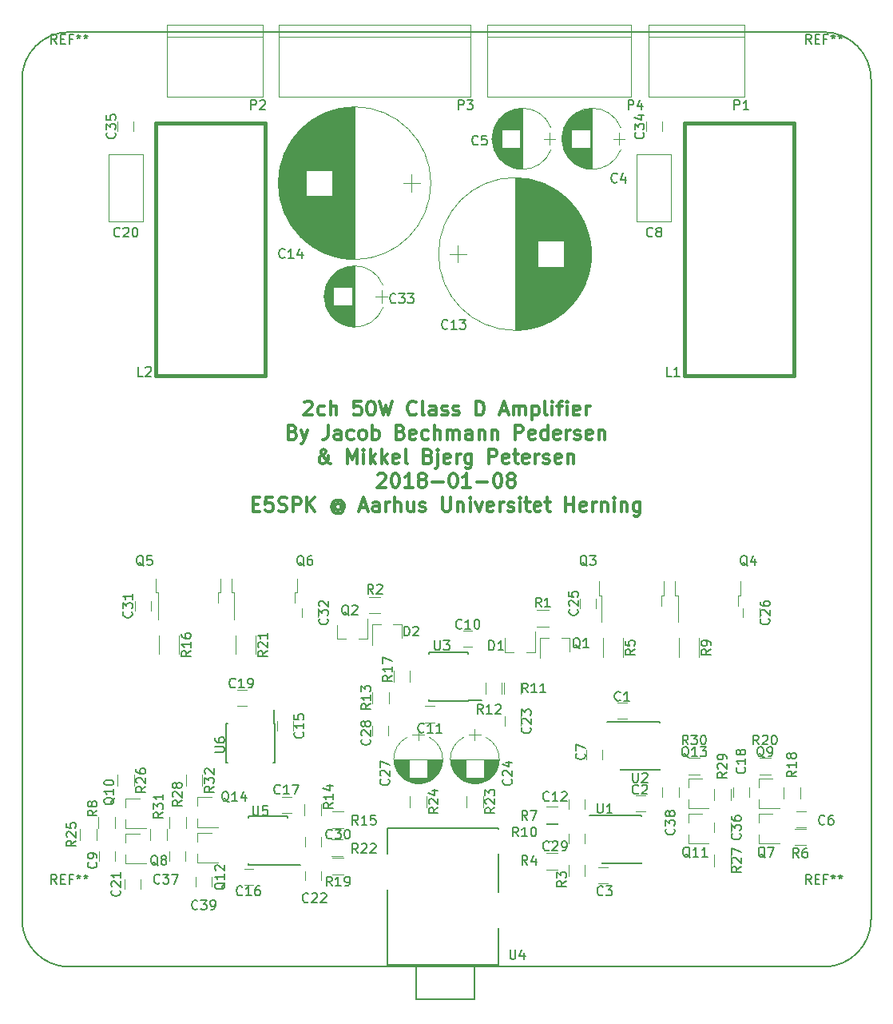
<source format=gbr>
%TF.GenerationSoftware,KiCad,Pcbnew,4.0.7-e2-6376~58~ubuntu16.04.1*%
%TF.CreationDate,2017-12-27T14:53:42+01:00*%
%TF.ProjectId,Class_D_Amp,436C6173735F445F416D702E6B696361,rev?*%
%TF.FileFunction,Legend,Top*%
%FSLAX46Y46*%
G04 Gerber Fmt 4.6, Leading zero omitted, Abs format (unit mm)*
G04 Created by KiCad (PCBNEW 4.0.7-e2-6376~58~ubuntu16.04.1) date Wed Dec 27 14:53:42 2017*
%MOMM*%
%LPD*%
G01*
G04 APERTURE LIST*
%ADD10C,0.150000*%
%ADD11C,0.300000*%
%ADD12C,0.120000*%
%ADD13C,0.404600*%
G04 APERTURE END LIST*
D10*
X110000000Y-21000000D02*
X110000000Y-110000000D01*
X20000000Y-21000000D02*
X20000000Y-110000000D01*
D11*
X49928572Y-55221429D02*
X50000001Y-55150000D01*
X50142858Y-55078571D01*
X50500001Y-55078571D01*
X50642858Y-55150000D01*
X50714287Y-55221429D01*
X50785715Y-55364286D01*
X50785715Y-55507143D01*
X50714287Y-55721429D01*
X49857144Y-56578571D01*
X50785715Y-56578571D01*
X52071429Y-56507143D02*
X51928572Y-56578571D01*
X51642858Y-56578571D01*
X51500000Y-56507143D01*
X51428572Y-56435714D01*
X51357143Y-56292857D01*
X51357143Y-55864286D01*
X51428572Y-55721429D01*
X51500000Y-55650000D01*
X51642858Y-55578571D01*
X51928572Y-55578571D01*
X52071429Y-55650000D01*
X52714286Y-56578571D02*
X52714286Y-55078571D01*
X53357143Y-56578571D02*
X53357143Y-55792857D01*
X53285714Y-55650000D01*
X53142857Y-55578571D01*
X52928572Y-55578571D01*
X52785714Y-55650000D01*
X52714286Y-55721429D01*
X55928572Y-55078571D02*
X55214286Y-55078571D01*
X55142857Y-55792857D01*
X55214286Y-55721429D01*
X55357143Y-55650000D01*
X55714286Y-55650000D01*
X55857143Y-55721429D01*
X55928572Y-55792857D01*
X56000000Y-55935714D01*
X56000000Y-56292857D01*
X55928572Y-56435714D01*
X55857143Y-56507143D01*
X55714286Y-56578571D01*
X55357143Y-56578571D01*
X55214286Y-56507143D01*
X55142857Y-56435714D01*
X56928571Y-55078571D02*
X57071428Y-55078571D01*
X57214285Y-55150000D01*
X57285714Y-55221429D01*
X57357143Y-55364286D01*
X57428571Y-55650000D01*
X57428571Y-56007143D01*
X57357143Y-56292857D01*
X57285714Y-56435714D01*
X57214285Y-56507143D01*
X57071428Y-56578571D01*
X56928571Y-56578571D01*
X56785714Y-56507143D01*
X56714285Y-56435714D01*
X56642857Y-56292857D01*
X56571428Y-56007143D01*
X56571428Y-55650000D01*
X56642857Y-55364286D01*
X56714285Y-55221429D01*
X56785714Y-55150000D01*
X56928571Y-55078571D01*
X57928571Y-55078571D02*
X58285714Y-56578571D01*
X58571428Y-55507143D01*
X58857142Y-56578571D01*
X59214285Y-55078571D01*
X61785714Y-56435714D02*
X61714285Y-56507143D01*
X61499999Y-56578571D01*
X61357142Y-56578571D01*
X61142857Y-56507143D01*
X60999999Y-56364286D01*
X60928571Y-56221429D01*
X60857142Y-55935714D01*
X60857142Y-55721429D01*
X60928571Y-55435714D01*
X60999999Y-55292857D01*
X61142857Y-55150000D01*
X61357142Y-55078571D01*
X61499999Y-55078571D01*
X61714285Y-55150000D01*
X61785714Y-55221429D01*
X62642857Y-56578571D02*
X62499999Y-56507143D01*
X62428571Y-56364286D01*
X62428571Y-55078571D01*
X63857142Y-56578571D02*
X63857142Y-55792857D01*
X63785713Y-55650000D01*
X63642856Y-55578571D01*
X63357142Y-55578571D01*
X63214285Y-55650000D01*
X63857142Y-56507143D02*
X63714285Y-56578571D01*
X63357142Y-56578571D01*
X63214285Y-56507143D01*
X63142856Y-56364286D01*
X63142856Y-56221429D01*
X63214285Y-56078571D01*
X63357142Y-56007143D01*
X63714285Y-56007143D01*
X63857142Y-55935714D01*
X64499999Y-56507143D02*
X64642856Y-56578571D01*
X64928571Y-56578571D01*
X65071428Y-56507143D01*
X65142856Y-56364286D01*
X65142856Y-56292857D01*
X65071428Y-56150000D01*
X64928571Y-56078571D01*
X64714285Y-56078571D01*
X64571428Y-56007143D01*
X64499999Y-55864286D01*
X64499999Y-55792857D01*
X64571428Y-55650000D01*
X64714285Y-55578571D01*
X64928571Y-55578571D01*
X65071428Y-55650000D01*
X65714285Y-56507143D02*
X65857142Y-56578571D01*
X66142857Y-56578571D01*
X66285714Y-56507143D01*
X66357142Y-56364286D01*
X66357142Y-56292857D01*
X66285714Y-56150000D01*
X66142857Y-56078571D01*
X65928571Y-56078571D01*
X65785714Y-56007143D01*
X65714285Y-55864286D01*
X65714285Y-55792857D01*
X65785714Y-55650000D01*
X65928571Y-55578571D01*
X66142857Y-55578571D01*
X66285714Y-55650000D01*
X68142857Y-56578571D02*
X68142857Y-55078571D01*
X68500000Y-55078571D01*
X68714285Y-55150000D01*
X68857143Y-55292857D01*
X68928571Y-55435714D01*
X69000000Y-55721429D01*
X69000000Y-55935714D01*
X68928571Y-56221429D01*
X68857143Y-56364286D01*
X68714285Y-56507143D01*
X68500000Y-56578571D01*
X68142857Y-56578571D01*
X70714285Y-56150000D02*
X71428571Y-56150000D01*
X70571428Y-56578571D02*
X71071428Y-55078571D01*
X71571428Y-56578571D01*
X72071428Y-56578571D02*
X72071428Y-55578571D01*
X72071428Y-55721429D02*
X72142856Y-55650000D01*
X72285714Y-55578571D01*
X72499999Y-55578571D01*
X72642856Y-55650000D01*
X72714285Y-55792857D01*
X72714285Y-56578571D01*
X72714285Y-55792857D02*
X72785714Y-55650000D01*
X72928571Y-55578571D01*
X73142856Y-55578571D01*
X73285714Y-55650000D01*
X73357142Y-55792857D01*
X73357142Y-56578571D01*
X74071428Y-55578571D02*
X74071428Y-57078571D01*
X74071428Y-55650000D02*
X74214285Y-55578571D01*
X74499999Y-55578571D01*
X74642856Y-55650000D01*
X74714285Y-55721429D01*
X74785714Y-55864286D01*
X74785714Y-56292857D01*
X74714285Y-56435714D01*
X74642856Y-56507143D01*
X74499999Y-56578571D01*
X74214285Y-56578571D01*
X74071428Y-56507143D01*
X75642857Y-56578571D02*
X75499999Y-56507143D01*
X75428571Y-56364286D01*
X75428571Y-55078571D01*
X76214285Y-56578571D02*
X76214285Y-55578571D01*
X76214285Y-55078571D02*
X76142856Y-55150000D01*
X76214285Y-55221429D01*
X76285713Y-55150000D01*
X76214285Y-55078571D01*
X76214285Y-55221429D01*
X76714285Y-55578571D02*
X77285714Y-55578571D01*
X76928571Y-56578571D02*
X76928571Y-55292857D01*
X76999999Y-55150000D01*
X77142857Y-55078571D01*
X77285714Y-55078571D01*
X77785714Y-56578571D02*
X77785714Y-55578571D01*
X77785714Y-55078571D02*
X77714285Y-55150000D01*
X77785714Y-55221429D01*
X77857142Y-55150000D01*
X77785714Y-55078571D01*
X77785714Y-55221429D01*
X79071428Y-56507143D02*
X78928571Y-56578571D01*
X78642857Y-56578571D01*
X78500000Y-56507143D01*
X78428571Y-56364286D01*
X78428571Y-55792857D01*
X78500000Y-55650000D01*
X78642857Y-55578571D01*
X78928571Y-55578571D01*
X79071428Y-55650000D01*
X79142857Y-55792857D01*
X79142857Y-55935714D01*
X78428571Y-56078571D01*
X79785714Y-56578571D02*
X79785714Y-55578571D01*
X79785714Y-55864286D02*
X79857142Y-55721429D01*
X79928571Y-55650000D01*
X80071428Y-55578571D01*
X80214285Y-55578571D01*
X48714287Y-58342857D02*
X48928573Y-58414286D01*
X49000001Y-58485714D01*
X49071430Y-58628571D01*
X49071430Y-58842857D01*
X49000001Y-58985714D01*
X48928573Y-59057143D01*
X48785715Y-59128571D01*
X48214287Y-59128571D01*
X48214287Y-57628571D01*
X48714287Y-57628571D01*
X48857144Y-57700000D01*
X48928573Y-57771429D01*
X49000001Y-57914286D01*
X49000001Y-58057143D01*
X48928573Y-58200000D01*
X48857144Y-58271429D01*
X48714287Y-58342857D01*
X48214287Y-58342857D01*
X49571430Y-58128571D02*
X49928573Y-59128571D01*
X50285715Y-58128571D02*
X49928573Y-59128571D01*
X49785715Y-59485714D01*
X49714287Y-59557143D01*
X49571430Y-59628571D01*
X52428572Y-57628571D02*
X52428572Y-58700000D01*
X52357144Y-58914286D01*
X52214287Y-59057143D01*
X52000001Y-59128571D01*
X51857144Y-59128571D01*
X53785715Y-59128571D02*
X53785715Y-58342857D01*
X53714286Y-58200000D01*
X53571429Y-58128571D01*
X53285715Y-58128571D01*
X53142858Y-58200000D01*
X53785715Y-59057143D02*
X53642858Y-59128571D01*
X53285715Y-59128571D01*
X53142858Y-59057143D01*
X53071429Y-58914286D01*
X53071429Y-58771429D01*
X53142858Y-58628571D01*
X53285715Y-58557143D01*
X53642858Y-58557143D01*
X53785715Y-58485714D01*
X55142858Y-59057143D02*
X55000001Y-59128571D01*
X54714287Y-59128571D01*
X54571429Y-59057143D01*
X54500001Y-58985714D01*
X54428572Y-58842857D01*
X54428572Y-58414286D01*
X54500001Y-58271429D01*
X54571429Y-58200000D01*
X54714287Y-58128571D01*
X55000001Y-58128571D01*
X55142858Y-58200000D01*
X56000001Y-59128571D02*
X55857143Y-59057143D01*
X55785715Y-58985714D01*
X55714286Y-58842857D01*
X55714286Y-58414286D01*
X55785715Y-58271429D01*
X55857143Y-58200000D01*
X56000001Y-58128571D01*
X56214286Y-58128571D01*
X56357143Y-58200000D01*
X56428572Y-58271429D01*
X56500001Y-58414286D01*
X56500001Y-58842857D01*
X56428572Y-58985714D01*
X56357143Y-59057143D01*
X56214286Y-59128571D01*
X56000001Y-59128571D01*
X57142858Y-59128571D02*
X57142858Y-57628571D01*
X57142858Y-58200000D02*
X57285715Y-58128571D01*
X57571429Y-58128571D01*
X57714286Y-58200000D01*
X57785715Y-58271429D01*
X57857144Y-58414286D01*
X57857144Y-58842857D01*
X57785715Y-58985714D01*
X57714286Y-59057143D01*
X57571429Y-59128571D01*
X57285715Y-59128571D01*
X57142858Y-59057143D01*
X60142858Y-58342857D02*
X60357144Y-58414286D01*
X60428572Y-58485714D01*
X60500001Y-58628571D01*
X60500001Y-58842857D01*
X60428572Y-58985714D01*
X60357144Y-59057143D01*
X60214286Y-59128571D01*
X59642858Y-59128571D01*
X59642858Y-57628571D01*
X60142858Y-57628571D01*
X60285715Y-57700000D01*
X60357144Y-57771429D01*
X60428572Y-57914286D01*
X60428572Y-58057143D01*
X60357144Y-58200000D01*
X60285715Y-58271429D01*
X60142858Y-58342857D01*
X59642858Y-58342857D01*
X61714286Y-59057143D02*
X61571429Y-59128571D01*
X61285715Y-59128571D01*
X61142858Y-59057143D01*
X61071429Y-58914286D01*
X61071429Y-58342857D01*
X61142858Y-58200000D01*
X61285715Y-58128571D01*
X61571429Y-58128571D01*
X61714286Y-58200000D01*
X61785715Y-58342857D01*
X61785715Y-58485714D01*
X61071429Y-58628571D01*
X63071429Y-59057143D02*
X62928572Y-59128571D01*
X62642858Y-59128571D01*
X62500000Y-59057143D01*
X62428572Y-58985714D01*
X62357143Y-58842857D01*
X62357143Y-58414286D01*
X62428572Y-58271429D01*
X62500000Y-58200000D01*
X62642858Y-58128571D01*
X62928572Y-58128571D01*
X63071429Y-58200000D01*
X63714286Y-59128571D02*
X63714286Y-57628571D01*
X64357143Y-59128571D02*
X64357143Y-58342857D01*
X64285714Y-58200000D01*
X64142857Y-58128571D01*
X63928572Y-58128571D01*
X63785714Y-58200000D01*
X63714286Y-58271429D01*
X65071429Y-59128571D02*
X65071429Y-58128571D01*
X65071429Y-58271429D02*
X65142857Y-58200000D01*
X65285715Y-58128571D01*
X65500000Y-58128571D01*
X65642857Y-58200000D01*
X65714286Y-58342857D01*
X65714286Y-59128571D01*
X65714286Y-58342857D02*
X65785715Y-58200000D01*
X65928572Y-58128571D01*
X66142857Y-58128571D01*
X66285715Y-58200000D01*
X66357143Y-58342857D01*
X66357143Y-59128571D01*
X67714286Y-59128571D02*
X67714286Y-58342857D01*
X67642857Y-58200000D01*
X67500000Y-58128571D01*
X67214286Y-58128571D01*
X67071429Y-58200000D01*
X67714286Y-59057143D02*
X67571429Y-59128571D01*
X67214286Y-59128571D01*
X67071429Y-59057143D01*
X67000000Y-58914286D01*
X67000000Y-58771429D01*
X67071429Y-58628571D01*
X67214286Y-58557143D01*
X67571429Y-58557143D01*
X67714286Y-58485714D01*
X68428572Y-58128571D02*
X68428572Y-59128571D01*
X68428572Y-58271429D02*
X68500000Y-58200000D01*
X68642858Y-58128571D01*
X68857143Y-58128571D01*
X69000000Y-58200000D01*
X69071429Y-58342857D01*
X69071429Y-59128571D01*
X69785715Y-58128571D02*
X69785715Y-59128571D01*
X69785715Y-58271429D02*
X69857143Y-58200000D01*
X70000001Y-58128571D01*
X70214286Y-58128571D01*
X70357143Y-58200000D01*
X70428572Y-58342857D01*
X70428572Y-59128571D01*
X72285715Y-59128571D02*
X72285715Y-57628571D01*
X72857143Y-57628571D01*
X73000001Y-57700000D01*
X73071429Y-57771429D01*
X73142858Y-57914286D01*
X73142858Y-58128571D01*
X73071429Y-58271429D01*
X73000001Y-58342857D01*
X72857143Y-58414286D01*
X72285715Y-58414286D01*
X74357143Y-59057143D02*
X74214286Y-59128571D01*
X73928572Y-59128571D01*
X73785715Y-59057143D01*
X73714286Y-58914286D01*
X73714286Y-58342857D01*
X73785715Y-58200000D01*
X73928572Y-58128571D01*
X74214286Y-58128571D01*
X74357143Y-58200000D01*
X74428572Y-58342857D01*
X74428572Y-58485714D01*
X73714286Y-58628571D01*
X75714286Y-59128571D02*
X75714286Y-57628571D01*
X75714286Y-59057143D02*
X75571429Y-59128571D01*
X75285715Y-59128571D01*
X75142857Y-59057143D01*
X75071429Y-58985714D01*
X75000000Y-58842857D01*
X75000000Y-58414286D01*
X75071429Y-58271429D01*
X75142857Y-58200000D01*
X75285715Y-58128571D01*
X75571429Y-58128571D01*
X75714286Y-58200000D01*
X77000000Y-59057143D02*
X76857143Y-59128571D01*
X76571429Y-59128571D01*
X76428572Y-59057143D01*
X76357143Y-58914286D01*
X76357143Y-58342857D01*
X76428572Y-58200000D01*
X76571429Y-58128571D01*
X76857143Y-58128571D01*
X77000000Y-58200000D01*
X77071429Y-58342857D01*
X77071429Y-58485714D01*
X76357143Y-58628571D01*
X77714286Y-59128571D02*
X77714286Y-58128571D01*
X77714286Y-58414286D02*
X77785714Y-58271429D01*
X77857143Y-58200000D01*
X78000000Y-58128571D01*
X78142857Y-58128571D01*
X78571428Y-59057143D02*
X78714285Y-59128571D01*
X79000000Y-59128571D01*
X79142857Y-59057143D01*
X79214285Y-58914286D01*
X79214285Y-58842857D01*
X79142857Y-58700000D01*
X79000000Y-58628571D01*
X78785714Y-58628571D01*
X78642857Y-58557143D01*
X78571428Y-58414286D01*
X78571428Y-58342857D01*
X78642857Y-58200000D01*
X78785714Y-58128571D01*
X79000000Y-58128571D01*
X79142857Y-58200000D01*
X80428571Y-59057143D02*
X80285714Y-59128571D01*
X80000000Y-59128571D01*
X79857143Y-59057143D01*
X79785714Y-58914286D01*
X79785714Y-58342857D01*
X79857143Y-58200000D01*
X80000000Y-58128571D01*
X80285714Y-58128571D01*
X80428571Y-58200000D01*
X80500000Y-58342857D01*
X80500000Y-58485714D01*
X79785714Y-58628571D01*
X81142857Y-58128571D02*
X81142857Y-59128571D01*
X81142857Y-58271429D02*
X81214285Y-58200000D01*
X81357143Y-58128571D01*
X81571428Y-58128571D01*
X81714285Y-58200000D01*
X81785714Y-58342857D01*
X81785714Y-59128571D01*
X52714287Y-61678571D02*
X52642858Y-61678571D01*
X52500001Y-61607143D01*
X52285715Y-61392857D01*
X51928572Y-60964286D01*
X51785715Y-60750000D01*
X51714287Y-60535714D01*
X51714287Y-60392857D01*
X51785715Y-60250000D01*
X51928572Y-60178571D01*
X52000001Y-60178571D01*
X52142858Y-60250000D01*
X52214287Y-60392857D01*
X52214287Y-60464286D01*
X52142858Y-60607143D01*
X52071429Y-60678571D01*
X51642858Y-60964286D01*
X51571429Y-61035714D01*
X51500001Y-61178571D01*
X51500001Y-61392857D01*
X51571429Y-61535714D01*
X51642858Y-61607143D01*
X51785715Y-61678571D01*
X52000001Y-61678571D01*
X52142858Y-61607143D01*
X52214287Y-61535714D01*
X52428572Y-61250000D01*
X52500001Y-61035714D01*
X52500001Y-60892857D01*
X54500001Y-61678571D02*
X54500001Y-60178571D01*
X55000001Y-61250000D01*
X55500001Y-60178571D01*
X55500001Y-61678571D01*
X56214287Y-61678571D02*
X56214287Y-60678571D01*
X56214287Y-60178571D02*
X56142858Y-60250000D01*
X56214287Y-60321429D01*
X56285715Y-60250000D01*
X56214287Y-60178571D01*
X56214287Y-60321429D01*
X56928573Y-61678571D02*
X56928573Y-60178571D01*
X57071430Y-61107143D02*
X57500001Y-61678571D01*
X57500001Y-60678571D02*
X56928573Y-61250000D01*
X58142859Y-61678571D02*
X58142859Y-60178571D01*
X58285716Y-61107143D02*
X58714287Y-61678571D01*
X58714287Y-60678571D02*
X58142859Y-61250000D01*
X59928573Y-61607143D02*
X59785716Y-61678571D01*
X59500002Y-61678571D01*
X59357145Y-61607143D01*
X59285716Y-61464286D01*
X59285716Y-60892857D01*
X59357145Y-60750000D01*
X59500002Y-60678571D01*
X59785716Y-60678571D01*
X59928573Y-60750000D01*
X60000002Y-60892857D01*
X60000002Y-61035714D01*
X59285716Y-61178571D01*
X60857145Y-61678571D02*
X60714287Y-61607143D01*
X60642859Y-61464286D01*
X60642859Y-60178571D01*
X63071430Y-60892857D02*
X63285716Y-60964286D01*
X63357144Y-61035714D01*
X63428573Y-61178571D01*
X63428573Y-61392857D01*
X63357144Y-61535714D01*
X63285716Y-61607143D01*
X63142858Y-61678571D01*
X62571430Y-61678571D01*
X62571430Y-60178571D01*
X63071430Y-60178571D01*
X63214287Y-60250000D01*
X63285716Y-60321429D01*
X63357144Y-60464286D01*
X63357144Y-60607143D01*
X63285716Y-60750000D01*
X63214287Y-60821429D01*
X63071430Y-60892857D01*
X62571430Y-60892857D01*
X64071430Y-60678571D02*
X64071430Y-61964286D01*
X64000001Y-62107143D01*
X63857144Y-62178571D01*
X63785716Y-62178571D01*
X64071430Y-60178571D02*
X64000001Y-60250000D01*
X64071430Y-60321429D01*
X64142858Y-60250000D01*
X64071430Y-60178571D01*
X64071430Y-60321429D01*
X65357144Y-61607143D02*
X65214287Y-61678571D01*
X64928573Y-61678571D01*
X64785716Y-61607143D01*
X64714287Y-61464286D01*
X64714287Y-60892857D01*
X64785716Y-60750000D01*
X64928573Y-60678571D01*
X65214287Y-60678571D01*
X65357144Y-60750000D01*
X65428573Y-60892857D01*
X65428573Y-61035714D01*
X64714287Y-61178571D01*
X66071430Y-61678571D02*
X66071430Y-60678571D01*
X66071430Y-60964286D02*
X66142858Y-60821429D01*
X66214287Y-60750000D01*
X66357144Y-60678571D01*
X66500001Y-60678571D01*
X67642858Y-60678571D02*
X67642858Y-61892857D01*
X67571429Y-62035714D01*
X67500001Y-62107143D01*
X67357144Y-62178571D01*
X67142858Y-62178571D01*
X67000001Y-62107143D01*
X67642858Y-61607143D02*
X67500001Y-61678571D01*
X67214287Y-61678571D01*
X67071429Y-61607143D01*
X67000001Y-61535714D01*
X66928572Y-61392857D01*
X66928572Y-60964286D01*
X67000001Y-60821429D01*
X67071429Y-60750000D01*
X67214287Y-60678571D01*
X67500001Y-60678571D01*
X67642858Y-60750000D01*
X69500001Y-61678571D02*
X69500001Y-60178571D01*
X70071429Y-60178571D01*
X70214287Y-60250000D01*
X70285715Y-60321429D01*
X70357144Y-60464286D01*
X70357144Y-60678571D01*
X70285715Y-60821429D01*
X70214287Y-60892857D01*
X70071429Y-60964286D01*
X69500001Y-60964286D01*
X71571429Y-61607143D02*
X71428572Y-61678571D01*
X71142858Y-61678571D01*
X71000001Y-61607143D01*
X70928572Y-61464286D01*
X70928572Y-60892857D01*
X71000001Y-60750000D01*
X71142858Y-60678571D01*
X71428572Y-60678571D01*
X71571429Y-60750000D01*
X71642858Y-60892857D01*
X71642858Y-61035714D01*
X70928572Y-61178571D01*
X72071429Y-60678571D02*
X72642858Y-60678571D01*
X72285715Y-60178571D02*
X72285715Y-61464286D01*
X72357143Y-61607143D01*
X72500001Y-61678571D01*
X72642858Y-61678571D01*
X73714286Y-61607143D02*
X73571429Y-61678571D01*
X73285715Y-61678571D01*
X73142858Y-61607143D01*
X73071429Y-61464286D01*
X73071429Y-60892857D01*
X73142858Y-60750000D01*
X73285715Y-60678571D01*
X73571429Y-60678571D01*
X73714286Y-60750000D01*
X73785715Y-60892857D01*
X73785715Y-61035714D01*
X73071429Y-61178571D01*
X74428572Y-61678571D02*
X74428572Y-60678571D01*
X74428572Y-60964286D02*
X74500000Y-60821429D01*
X74571429Y-60750000D01*
X74714286Y-60678571D01*
X74857143Y-60678571D01*
X75285714Y-61607143D02*
X75428571Y-61678571D01*
X75714286Y-61678571D01*
X75857143Y-61607143D01*
X75928571Y-61464286D01*
X75928571Y-61392857D01*
X75857143Y-61250000D01*
X75714286Y-61178571D01*
X75500000Y-61178571D01*
X75357143Y-61107143D01*
X75285714Y-60964286D01*
X75285714Y-60892857D01*
X75357143Y-60750000D01*
X75500000Y-60678571D01*
X75714286Y-60678571D01*
X75857143Y-60750000D01*
X77142857Y-61607143D02*
X77000000Y-61678571D01*
X76714286Y-61678571D01*
X76571429Y-61607143D01*
X76500000Y-61464286D01*
X76500000Y-60892857D01*
X76571429Y-60750000D01*
X76714286Y-60678571D01*
X77000000Y-60678571D01*
X77142857Y-60750000D01*
X77214286Y-60892857D01*
X77214286Y-61035714D01*
X76500000Y-61178571D01*
X77857143Y-60678571D02*
X77857143Y-61678571D01*
X77857143Y-60821429D02*
X77928571Y-60750000D01*
X78071429Y-60678571D01*
X78285714Y-60678571D01*
X78428571Y-60750000D01*
X78500000Y-60892857D01*
X78500000Y-61678571D01*
X57714287Y-62871429D02*
X57785716Y-62800000D01*
X57928573Y-62728571D01*
X58285716Y-62728571D01*
X58428573Y-62800000D01*
X58500002Y-62871429D01*
X58571430Y-63014286D01*
X58571430Y-63157143D01*
X58500002Y-63371429D01*
X57642859Y-64228571D01*
X58571430Y-64228571D01*
X59500001Y-62728571D02*
X59642858Y-62728571D01*
X59785715Y-62800000D01*
X59857144Y-62871429D01*
X59928573Y-63014286D01*
X60000001Y-63300000D01*
X60000001Y-63657143D01*
X59928573Y-63942857D01*
X59857144Y-64085714D01*
X59785715Y-64157143D01*
X59642858Y-64228571D01*
X59500001Y-64228571D01*
X59357144Y-64157143D01*
X59285715Y-64085714D01*
X59214287Y-63942857D01*
X59142858Y-63657143D01*
X59142858Y-63300000D01*
X59214287Y-63014286D01*
X59285715Y-62871429D01*
X59357144Y-62800000D01*
X59500001Y-62728571D01*
X61428572Y-64228571D02*
X60571429Y-64228571D01*
X61000001Y-64228571D02*
X61000001Y-62728571D01*
X60857144Y-62942857D01*
X60714286Y-63085714D01*
X60571429Y-63157143D01*
X62285715Y-63371429D02*
X62142857Y-63300000D01*
X62071429Y-63228571D01*
X62000000Y-63085714D01*
X62000000Y-63014286D01*
X62071429Y-62871429D01*
X62142857Y-62800000D01*
X62285715Y-62728571D01*
X62571429Y-62728571D01*
X62714286Y-62800000D01*
X62785715Y-62871429D01*
X62857143Y-63014286D01*
X62857143Y-63085714D01*
X62785715Y-63228571D01*
X62714286Y-63300000D01*
X62571429Y-63371429D01*
X62285715Y-63371429D01*
X62142857Y-63442857D01*
X62071429Y-63514286D01*
X62000000Y-63657143D01*
X62000000Y-63942857D01*
X62071429Y-64085714D01*
X62142857Y-64157143D01*
X62285715Y-64228571D01*
X62571429Y-64228571D01*
X62714286Y-64157143D01*
X62785715Y-64085714D01*
X62857143Y-63942857D01*
X62857143Y-63657143D01*
X62785715Y-63514286D01*
X62714286Y-63442857D01*
X62571429Y-63371429D01*
X63500000Y-63657143D02*
X64642857Y-63657143D01*
X65642857Y-62728571D02*
X65785714Y-62728571D01*
X65928571Y-62800000D01*
X66000000Y-62871429D01*
X66071429Y-63014286D01*
X66142857Y-63300000D01*
X66142857Y-63657143D01*
X66071429Y-63942857D01*
X66000000Y-64085714D01*
X65928571Y-64157143D01*
X65785714Y-64228571D01*
X65642857Y-64228571D01*
X65500000Y-64157143D01*
X65428571Y-64085714D01*
X65357143Y-63942857D01*
X65285714Y-63657143D01*
X65285714Y-63300000D01*
X65357143Y-63014286D01*
X65428571Y-62871429D01*
X65500000Y-62800000D01*
X65642857Y-62728571D01*
X67571428Y-64228571D02*
X66714285Y-64228571D01*
X67142857Y-64228571D02*
X67142857Y-62728571D01*
X67000000Y-62942857D01*
X66857142Y-63085714D01*
X66714285Y-63157143D01*
X68214285Y-63657143D02*
X69357142Y-63657143D01*
X70357142Y-62728571D02*
X70499999Y-62728571D01*
X70642856Y-62800000D01*
X70714285Y-62871429D01*
X70785714Y-63014286D01*
X70857142Y-63300000D01*
X70857142Y-63657143D01*
X70785714Y-63942857D01*
X70714285Y-64085714D01*
X70642856Y-64157143D01*
X70499999Y-64228571D01*
X70357142Y-64228571D01*
X70214285Y-64157143D01*
X70142856Y-64085714D01*
X70071428Y-63942857D01*
X69999999Y-63657143D01*
X69999999Y-63300000D01*
X70071428Y-63014286D01*
X70142856Y-62871429D01*
X70214285Y-62800000D01*
X70357142Y-62728571D01*
X71714285Y-63371429D02*
X71571427Y-63300000D01*
X71499999Y-63228571D01*
X71428570Y-63085714D01*
X71428570Y-63014286D01*
X71499999Y-62871429D01*
X71571427Y-62800000D01*
X71714285Y-62728571D01*
X71999999Y-62728571D01*
X72142856Y-62800000D01*
X72214285Y-62871429D01*
X72285713Y-63014286D01*
X72285713Y-63085714D01*
X72214285Y-63228571D01*
X72142856Y-63300000D01*
X71999999Y-63371429D01*
X71714285Y-63371429D01*
X71571427Y-63442857D01*
X71499999Y-63514286D01*
X71428570Y-63657143D01*
X71428570Y-63942857D01*
X71499999Y-64085714D01*
X71571427Y-64157143D01*
X71714285Y-64228571D01*
X71999999Y-64228571D01*
X72142856Y-64157143D01*
X72214285Y-64085714D01*
X72285713Y-63942857D01*
X72285713Y-63657143D01*
X72214285Y-63514286D01*
X72142856Y-63442857D01*
X71999999Y-63371429D01*
X44500001Y-65992857D02*
X45000001Y-65992857D01*
X45214287Y-66778571D02*
X44500001Y-66778571D01*
X44500001Y-65278571D01*
X45214287Y-65278571D01*
X46571430Y-65278571D02*
X45857144Y-65278571D01*
X45785715Y-65992857D01*
X45857144Y-65921429D01*
X46000001Y-65850000D01*
X46357144Y-65850000D01*
X46500001Y-65921429D01*
X46571430Y-65992857D01*
X46642858Y-66135714D01*
X46642858Y-66492857D01*
X46571430Y-66635714D01*
X46500001Y-66707143D01*
X46357144Y-66778571D01*
X46000001Y-66778571D01*
X45857144Y-66707143D01*
X45785715Y-66635714D01*
X47214286Y-66707143D02*
X47428572Y-66778571D01*
X47785715Y-66778571D01*
X47928572Y-66707143D01*
X48000001Y-66635714D01*
X48071429Y-66492857D01*
X48071429Y-66350000D01*
X48000001Y-66207143D01*
X47928572Y-66135714D01*
X47785715Y-66064286D01*
X47500001Y-65992857D01*
X47357143Y-65921429D01*
X47285715Y-65850000D01*
X47214286Y-65707143D01*
X47214286Y-65564286D01*
X47285715Y-65421429D01*
X47357143Y-65350000D01*
X47500001Y-65278571D01*
X47857143Y-65278571D01*
X48071429Y-65350000D01*
X48714286Y-66778571D02*
X48714286Y-65278571D01*
X49285714Y-65278571D01*
X49428572Y-65350000D01*
X49500000Y-65421429D01*
X49571429Y-65564286D01*
X49571429Y-65778571D01*
X49500000Y-65921429D01*
X49428572Y-65992857D01*
X49285714Y-66064286D01*
X48714286Y-66064286D01*
X50214286Y-66778571D02*
X50214286Y-65278571D01*
X51071429Y-66778571D02*
X50428572Y-65921429D01*
X51071429Y-65278571D02*
X50214286Y-66135714D01*
X53785714Y-66064286D02*
X53714286Y-65992857D01*
X53571429Y-65921429D01*
X53428571Y-65921429D01*
X53285714Y-65992857D01*
X53214286Y-66064286D01*
X53142857Y-66207143D01*
X53142857Y-66350000D01*
X53214286Y-66492857D01*
X53285714Y-66564286D01*
X53428571Y-66635714D01*
X53571429Y-66635714D01*
X53714286Y-66564286D01*
X53785714Y-66492857D01*
X53785714Y-65921429D02*
X53785714Y-66492857D01*
X53857143Y-66564286D01*
X53928571Y-66564286D01*
X54071429Y-66492857D01*
X54142857Y-66350000D01*
X54142857Y-65992857D01*
X54000000Y-65778571D01*
X53785714Y-65635714D01*
X53500000Y-65564286D01*
X53214286Y-65635714D01*
X53000000Y-65778571D01*
X52857143Y-65992857D01*
X52785714Y-66278571D01*
X52857143Y-66564286D01*
X53000000Y-66778571D01*
X53214286Y-66921429D01*
X53500000Y-66992857D01*
X53785714Y-66921429D01*
X54000000Y-66778571D01*
X55857142Y-66350000D02*
X56571428Y-66350000D01*
X55714285Y-66778571D02*
X56214285Y-65278571D01*
X56714285Y-66778571D01*
X57857142Y-66778571D02*
X57857142Y-65992857D01*
X57785713Y-65850000D01*
X57642856Y-65778571D01*
X57357142Y-65778571D01*
X57214285Y-65850000D01*
X57857142Y-66707143D02*
X57714285Y-66778571D01*
X57357142Y-66778571D01*
X57214285Y-66707143D01*
X57142856Y-66564286D01*
X57142856Y-66421429D01*
X57214285Y-66278571D01*
X57357142Y-66207143D01*
X57714285Y-66207143D01*
X57857142Y-66135714D01*
X58571428Y-66778571D02*
X58571428Y-65778571D01*
X58571428Y-66064286D02*
X58642856Y-65921429D01*
X58714285Y-65850000D01*
X58857142Y-65778571D01*
X58999999Y-65778571D01*
X59499999Y-66778571D02*
X59499999Y-65278571D01*
X60142856Y-66778571D02*
X60142856Y-65992857D01*
X60071427Y-65850000D01*
X59928570Y-65778571D01*
X59714285Y-65778571D01*
X59571427Y-65850000D01*
X59499999Y-65921429D01*
X61499999Y-65778571D02*
X61499999Y-66778571D01*
X60857142Y-65778571D02*
X60857142Y-66564286D01*
X60928570Y-66707143D01*
X61071428Y-66778571D01*
X61285713Y-66778571D01*
X61428570Y-66707143D01*
X61499999Y-66635714D01*
X62142856Y-66707143D02*
X62285713Y-66778571D01*
X62571428Y-66778571D01*
X62714285Y-66707143D01*
X62785713Y-66564286D01*
X62785713Y-66492857D01*
X62714285Y-66350000D01*
X62571428Y-66278571D01*
X62357142Y-66278571D01*
X62214285Y-66207143D01*
X62142856Y-66064286D01*
X62142856Y-65992857D01*
X62214285Y-65850000D01*
X62357142Y-65778571D01*
X62571428Y-65778571D01*
X62714285Y-65850000D01*
X64571428Y-65278571D02*
X64571428Y-66492857D01*
X64642856Y-66635714D01*
X64714285Y-66707143D01*
X64857142Y-66778571D01*
X65142856Y-66778571D01*
X65285714Y-66707143D01*
X65357142Y-66635714D01*
X65428571Y-66492857D01*
X65428571Y-65278571D01*
X66142857Y-65778571D02*
X66142857Y-66778571D01*
X66142857Y-65921429D02*
X66214285Y-65850000D01*
X66357143Y-65778571D01*
X66571428Y-65778571D01*
X66714285Y-65850000D01*
X66785714Y-65992857D01*
X66785714Y-66778571D01*
X67500000Y-66778571D02*
X67500000Y-65778571D01*
X67500000Y-65278571D02*
X67428571Y-65350000D01*
X67500000Y-65421429D01*
X67571428Y-65350000D01*
X67500000Y-65278571D01*
X67500000Y-65421429D01*
X68071429Y-65778571D02*
X68428572Y-66778571D01*
X68785714Y-65778571D01*
X69928571Y-66707143D02*
X69785714Y-66778571D01*
X69500000Y-66778571D01*
X69357143Y-66707143D01*
X69285714Y-66564286D01*
X69285714Y-65992857D01*
X69357143Y-65850000D01*
X69500000Y-65778571D01*
X69785714Y-65778571D01*
X69928571Y-65850000D01*
X70000000Y-65992857D01*
X70000000Y-66135714D01*
X69285714Y-66278571D01*
X70642857Y-66778571D02*
X70642857Y-65778571D01*
X70642857Y-66064286D02*
X70714285Y-65921429D01*
X70785714Y-65850000D01*
X70928571Y-65778571D01*
X71071428Y-65778571D01*
X71499999Y-66707143D02*
X71642856Y-66778571D01*
X71928571Y-66778571D01*
X72071428Y-66707143D01*
X72142856Y-66564286D01*
X72142856Y-66492857D01*
X72071428Y-66350000D01*
X71928571Y-66278571D01*
X71714285Y-66278571D01*
X71571428Y-66207143D01*
X71499999Y-66064286D01*
X71499999Y-65992857D01*
X71571428Y-65850000D01*
X71714285Y-65778571D01*
X71928571Y-65778571D01*
X72071428Y-65850000D01*
X72785714Y-66778571D02*
X72785714Y-65778571D01*
X72785714Y-65278571D02*
X72714285Y-65350000D01*
X72785714Y-65421429D01*
X72857142Y-65350000D01*
X72785714Y-65278571D01*
X72785714Y-65421429D01*
X73285714Y-65778571D02*
X73857143Y-65778571D01*
X73500000Y-65278571D02*
X73500000Y-66564286D01*
X73571428Y-66707143D01*
X73714286Y-66778571D01*
X73857143Y-66778571D01*
X74928571Y-66707143D02*
X74785714Y-66778571D01*
X74500000Y-66778571D01*
X74357143Y-66707143D01*
X74285714Y-66564286D01*
X74285714Y-65992857D01*
X74357143Y-65850000D01*
X74500000Y-65778571D01*
X74785714Y-65778571D01*
X74928571Y-65850000D01*
X75000000Y-65992857D01*
X75000000Y-66135714D01*
X74285714Y-66278571D01*
X75428571Y-65778571D02*
X76000000Y-65778571D01*
X75642857Y-65278571D02*
X75642857Y-66564286D01*
X75714285Y-66707143D01*
X75857143Y-66778571D01*
X76000000Y-66778571D01*
X77642857Y-66778571D02*
X77642857Y-65278571D01*
X77642857Y-65992857D02*
X78500000Y-65992857D01*
X78500000Y-66778571D02*
X78500000Y-65278571D01*
X79785714Y-66707143D02*
X79642857Y-66778571D01*
X79357143Y-66778571D01*
X79214286Y-66707143D01*
X79142857Y-66564286D01*
X79142857Y-65992857D01*
X79214286Y-65850000D01*
X79357143Y-65778571D01*
X79642857Y-65778571D01*
X79785714Y-65850000D01*
X79857143Y-65992857D01*
X79857143Y-66135714D01*
X79142857Y-66278571D01*
X80500000Y-66778571D02*
X80500000Y-65778571D01*
X80500000Y-66064286D02*
X80571428Y-65921429D01*
X80642857Y-65850000D01*
X80785714Y-65778571D01*
X80928571Y-65778571D01*
X81428571Y-65778571D02*
X81428571Y-66778571D01*
X81428571Y-65921429D02*
X81499999Y-65850000D01*
X81642857Y-65778571D01*
X81857142Y-65778571D01*
X81999999Y-65850000D01*
X82071428Y-65992857D01*
X82071428Y-66778571D01*
X82785714Y-66778571D02*
X82785714Y-65778571D01*
X82785714Y-65278571D02*
X82714285Y-65350000D01*
X82785714Y-65421429D01*
X82857142Y-65350000D01*
X82785714Y-65278571D01*
X82785714Y-65421429D01*
X83500000Y-65778571D02*
X83500000Y-66778571D01*
X83500000Y-65921429D02*
X83571428Y-65850000D01*
X83714286Y-65778571D01*
X83928571Y-65778571D01*
X84071428Y-65850000D01*
X84142857Y-65992857D01*
X84142857Y-66778571D01*
X85500000Y-65778571D02*
X85500000Y-66992857D01*
X85428571Y-67135714D01*
X85357143Y-67207143D01*
X85214286Y-67278571D01*
X85000000Y-67278571D01*
X84857143Y-67207143D01*
X85500000Y-66707143D02*
X85357143Y-66778571D01*
X85071429Y-66778571D01*
X84928571Y-66707143D01*
X84857143Y-66635714D01*
X84785714Y-66492857D01*
X84785714Y-66064286D01*
X84857143Y-65921429D01*
X84928571Y-65850000D01*
X85071429Y-65778571D01*
X85357143Y-65778571D01*
X85500000Y-65850000D01*
D10*
X105000000Y-16000000D02*
X25000000Y-16000000D01*
X25000000Y-115000000D02*
X105000000Y-115000000D01*
X20000000Y-110000000D02*
G75*
G03X25000000Y-115000000I5000000J0D01*
G01*
X25000000Y-16000000D02*
G75*
G03X20000000Y-21000000I0J-5000000D01*
G01*
X110000000Y-21000000D02*
G75*
G03X105000000Y-16000000I-5000000J0D01*
G01*
X105000000Y-115000000D02*
G75*
G03X110000000Y-110000000I0J5000000D01*
G01*
D12*
X67540000Y-22810000D02*
X67540000Y-15190000D01*
X47220000Y-15190000D02*
X47220000Y-22810000D01*
X47220000Y-16460000D02*
X67540000Y-16460000D01*
X67540000Y-22810000D02*
X47220000Y-22810000D01*
X67540000Y-15190000D02*
X47220000Y-15190000D01*
X84100000Y-87050000D02*
X83100000Y-87050000D01*
X83100000Y-88750000D02*
X84100000Y-88750000D01*
X85100000Y-98550000D02*
X86100000Y-98550000D01*
X86100000Y-96850000D02*
X85100000Y-96850000D01*
X82100000Y-104450000D02*
X81100000Y-104450000D01*
X81100000Y-106150000D02*
X82100000Y-106150000D01*
X77432180Y-28479136D02*
G75*
G03X83467482Y-28480000I3017820J1179136D01*
G01*
X77432180Y-26120864D02*
G75*
G02X83467482Y-26120000I3017820J-1179136D01*
G01*
X77432180Y-26120864D02*
G75*
G03X77432518Y-28480000I3017820J-1179136D01*
G01*
X80450000Y-30500000D02*
X80450000Y-24100000D01*
X80410000Y-30500000D02*
X80410000Y-24100000D01*
X80370000Y-30500000D02*
X80370000Y-24100000D01*
X80330000Y-30498000D02*
X80330000Y-24102000D01*
X80290000Y-30497000D02*
X80290000Y-24103000D01*
X80250000Y-30494000D02*
X80250000Y-24106000D01*
X80210000Y-30492000D02*
X80210000Y-24108000D01*
X80170000Y-30488000D02*
X80170000Y-28280000D01*
X80170000Y-26320000D02*
X80170000Y-24112000D01*
X80130000Y-30485000D02*
X80130000Y-28280000D01*
X80130000Y-26320000D02*
X80130000Y-24115000D01*
X80090000Y-30480000D02*
X80090000Y-28280000D01*
X80090000Y-26320000D02*
X80090000Y-24120000D01*
X80050000Y-30476000D02*
X80050000Y-28280000D01*
X80050000Y-26320000D02*
X80050000Y-24124000D01*
X80010000Y-30470000D02*
X80010000Y-28280000D01*
X80010000Y-26320000D02*
X80010000Y-24130000D01*
X79970000Y-30465000D02*
X79970000Y-28280000D01*
X79970000Y-26320000D02*
X79970000Y-24135000D01*
X79930000Y-30458000D02*
X79930000Y-28280000D01*
X79930000Y-26320000D02*
X79930000Y-24142000D01*
X79890000Y-30452000D02*
X79890000Y-28280000D01*
X79890000Y-26320000D02*
X79890000Y-24148000D01*
X79850000Y-30444000D02*
X79850000Y-28280000D01*
X79850000Y-26320000D02*
X79850000Y-24156000D01*
X79810000Y-30437000D02*
X79810000Y-28280000D01*
X79810000Y-26320000D02*
X79810000Y-24163000D01*
X79770000Y-30428000D02*
X79770000Y-28280000D01*
X79770000Y-26320000D02*
X79770000Y-24172000D01*
X79729000Y-30419000D02*
X79729000Y-28280000D01*
X79729000Y-26320000D02*
X79729000Y-24181000D01*
X79689000Y-30410000D02*
X79689000Y-28280000D01*
X79689000Y-26320000D02*
X79689000Y-24190000D01*
X79649000Y-30400000D02*
X79649000Y-28280000D01*
X79649000Y-26320000D02*
X79649000Y-24200000D01*
X79609000Y-30390000D02*
X79609000Y-28280000D01*
X79609000Y-26320000D02*
X79609000Y-24210000D01*
X79569000Y-30379000D02*
X79569000Y-28280000D01*
X79569000Y-26320000D02*
X79569000Y-24221000D01*
X79529000Y-30367000D02*
X79529000Y-28280000D01*
X79529000Y-26320000D02*
X79529000Y-24233000D01*
X79489000Y-30355000D02*
X79489000Y-28280000D01*
X79489000Y-26320000D02*
X79489000Y-24245000D01*
X79449000Y-30342000D02*
X79449000Y-28280000D01*
X79449000Y-26320000D02*
X79449000Y-24258000D01*
X79409000Y-30329000D02*
X79409000Y-28280000D01*
X79409000Y-26320000D02*
X79409000Y-24271000D01*
X79369000Y-30315000D02*
X79369000Y-28280000D01*
X79369000Y-26320000D02*
X79369000Y-24285000D01*
X79329000Y-30301000D02*
X79329000Y-28280000D01*
X79329000Y-26320000D02*
X79329000Y-24299000D01*
X79289000Y-30286000D02*
X79289000Y-28280000D01*
X79289000Y-26320000D02*
X79289000Y-24314000D01*
X79249000Y-30270000D02*
X79249000Y-28280000D01*
X79249000Y-26320000D02*
X79249000Y-24330000D01*
X79209000Y-30254000D02*
X79209000Y-28280000D01*
X79209000Y-26320000D02*
X79209000Y-24346000D01*
X79169000Y-30237000D02*
X79169000Y-28280000D01*
X79169000Y-26320000D02*
X79169000Y-24363000D01*
X79129000Y-30219000D02*
X79129000Y-28280000D01*
X79129000Y-26320000D02*
X79129000Y-24381000D01*
X79089000Y-30201000D02*
X79089000Y-28280000D01*
X79089000Y-26320000D02*
X79089000Y-24399000D01*
X79049000Y-30182000D02*
X79049000Y-28280000D01*
X79049000Y-26320000D02*
X79049000Y-24418000D01*
X79009000Y-30163000D02*
X79009000Y-28280000D01*
X79009000Y-26320000D02*
X79009000Y-24437000D01*
X78969000Y-30143000D02*
X78969000Y-28280000D01*
X78969000Y-26320000D02*
X78969000Y-24457000D01*
X78929000Y-30122000D02*
X78929000Y-28280000D01*
X78929000Y-26320000D02*
X78929000Y-24478000D01*
X78889000Y-30100000D02*
X78889000Y-28280000D01*
X78889000Y-26320000D02*
X78889000Y-24500000D01*
X78849000Y-30078000D02*
X78849000Y-28280000D01*
X78849000Y-26320000D02*
X78849000Y-24522000D01*
X78809000Y-30055000D02*
X78809000Y-28280000D01*
X78809000Y-26320000D02*
X78809000Y-24545000D01*
X78769000Y-30031000D02*
X78769000Y-28280000D01*
X78769000Y-26320000D02*
X78769000Y-24569000D01*
X78729000Y-30006000D02*
X78729000Y-28280000D01*
X78729000Y-26320000D02*
X78729000Y-24594000D01*
X78689000Y-29981000D02*
X78689000Y-28280000D01*
X78689000Y-26320000D02*
X78689000Y-24619000D01*
X78649000Y-29954000D02*
X78649000Y-28280000D01*
X78649000Y-26320000D02*
X78649000Y-24646000D01*
X78609000Y-29927000D02*
X78609000Y-28280000D01*
X78609000Y-26320000D02*
X78609000Y-24673000D01*
X78569000Y-29899000D02*
X78569000Y-28280000D01*
X78569000Y-26320000D02*
X78569000Y-24701000D01*
X78529000Y-29870000D02*
X78529000Y-28280000D01*
X78529000Y-26320000D02*
X78529000Y-24730000D01*
X78489000Y-29840000D02*
X78489000Y-28280000D01*
X78489000Y-26320000D02*
X78489000Y-24760000D01*
X78449000Y-29810000D02*
X78449000Y-28280000D01*
X78449000Y-26320000D02*
X78449000Y-24790000D01*
X78409000Y-29778000D02*
X78409000Y-28280000D01*
X78409000Y-26320000D02*
X78409000Y-24822000D01*
X78369000Y-29745000D02*
X78369000Y-28280000D01*
X78369000Y-26320000D02*
X78369000Y-24855000D01*
X78329000Y-29711000D02*
X78329000Y-28280000D01*
X78329000Y-26320000D02*
X78329000Y-24889000D01*
X78289000Y-29675000D02*
X78289000Y-28280000D01*
X78289000Y-26320000D02*
X78289000Y-24925000D01*
X78249000Y-29639000D02*
X78249000Y-28280000D01*
X78249000Y-26320000D02*
X78249000Y-24961000D01*
X78209000Y-29601000D02*
X78209000Y-24999000D01*
X78169000Y-29562000D02*
X78169000Y-25038000D01*
X78129000Y-29522000D02*
X78129000Y-25078000D01*
X78089000Y-29480000D02*
X78089000Y-25120000D01*
X78049000Y-29437000D02*
X78049000Y-25163000D01*
X78009000Y-29392000D02*
X78009000Y-25208000D01*
X77969000Y-29345000D02*
X77969000Y-25255000D01*
X77929000Y-29297000D02*
X77929000Y-25303000D01*
X77889000Y-29246000D02*
X77889000Y-25354000D01*
X77849000Y-29194000D02*
X77849000Y-25406000D01*
X77809000Y-29139000D02*
X77809000Y-25461000D01*
X77769000Y-29081000D02*
X77769000Y-25519000D01*
X77729000Y-29021000D02*
X77729000Y-25579000D01*
X77689000Y-28958000D02*
X77689000Y-25642000D01*
X77649000Y-28891000D02*
X77649000Y-25709000D01*
X77609000Y-28820000D02*
X77609000Y-25780000D01*
X77569000Y-28745000D02*
X77569000Y-25855000D01*
X77529000Y-28664000D02*
X77529000Y-25936000D01*
X77489000Y-28578000D02*
X77489000Y-26022000D01*
X77449000Y-28484000D02*
X77449000Y-26116000D01*
X77409000Y-28381000D02*
X77409000Y-26219000D01*
X77369000Y-28266000D02*
X77369000Y-26334000D01*
X77329000Y-28134000D02*
X77329000Y-26466000D01*
X77289000Y-27976000D02*
X77289000Y-26624000D01*
X77249000Y-27768000D02*
X77249000Y-26832000D01*
X83900000Y-27300000D02*
X82700000Y-27300000D01*
X83300000Y-27950000D02*
X83300000Y-26650000D01*
X70032180Y-28479136D02*
G75*
G03X76067482Y-28480000I3017820J1179136D01*
G01*
X70032180Y-26120864D02*
G75*
G02X76067482Y-26120000I3017820J-1179136D01*
G01*
X70032180Y-26120864D02*
G75*
G03X70032518Y-28480000I3017820J-1179136D01*
G01*
X73050000Y-30500000D02*
X73050000Y-24100000D01*
X73010000Y-30500000D02*
X73010000Y-24100000D01*
X72970000Y-30500000D02*
X72970000Y-24100000D01*
X72930000Y-30498000D02*
X72930000Y-24102000D01*
X72890000Y-30497000D02*
X72890000Y-24103000D01*
X72850000Y-30494000D02*
X72850000Y-24106000D01*
X72810000Y-30492000D02*
X72810000Y-24108000D01*
X72770000Y-30488000D02*
X72770000Y-28280000D01*
X72770000Y-26320000D02*
X72770000Y-24112000D01*
X72730000Y-30485000D02*
X72730000Y-28280000D01*
X72730000Y-26320000D02*
X72730000Y-24115000D01*
X72690000Y-30480000D02*
X72690000Y-28280000D01*
X72690000Y-26320000D02*
X72690000Y-24120000D01*
X72650000Y-30476000D02*
X72650000Y-28280000D01*
X72650000Y-26320000D02*
X72650000Y-24124000D01*
X72610000Y-30470000D02*
X72610000Y-28280000D01*
X72610000Y-26320000D02*
X72610000Y-24130000D01*
X72570000Y-30465000D02*
X72570000Y-28280000D01*
X72570000Y-26320000D02*
X72570000Y-24135000D01*
X72530000Y-30458000D02*
X72530000Y-28280000D01*
X72530000Y-26320000D02*
X72530000Y-24142000D01*
X72490000Y-30452000D02*
X72490000Y-28280000D01*
X72490000Y-26320000D02*
X72490000Y-24148000D01*
X72450000Y-30444000D02*
X72450000Y-28280000D01*
X72450000Y-26320000D02*
X72450000Y-24156000D01*
X72410000Y-30437000D02*
X72410000Y-28280000D01*
X72410000Y-26320000D02*
X72410000Y-24163000D01*
X72370000Y-30428000D02*
X72370000Y-28280000D01*
X72370000Y-26320000D02*
X72370000Y-24172000D01*
X72329000Y-30419000D02*
X72329000Y-28280000D01*
X72329000Y-26320000D02*
X72329000Y-24181000D01*
X72289000Y-30410000D02*
X72289000Y-28280000D01*
X72289000Y-26320000D02*
X72289000Y-24190000D01*
X72249000Y-30400000D02*
X72249000Y-28280000D01*
X72249000Y-26320000D02*
X72249000Y-24200000D01*
X72209000Y-30390000D02*
X72209000Y-28280000D01*
X72209000Y-26320000D02*
X72209000Y-24210000D01*
X72169000Y-30379000D02*
X72169000Y-28280000D01*
X72169000Y-26320000D02*
X72169000Y-24221000D01*
X72129000Y-30367000D02*
X72129000Y-28280000D01*
X72129000Y-26320000D02*
X72129000Y-24233000D01*
X72089000Y-30355000D02*
X72089000Y-28280000D01*
X72089000Y-26320000D02*
X72089000Y-24245000D01*
X72049000Y-30342000D02*
X72049000Y-28280000D01*
X72049000Y-26320000D02*
X72049000Y-24258000D01*
X72009000Y-30329000D02*
X72009000Y-28280000D01*
X72009000Y-26320000D02*
X72009000Y-24271000D01*
X71969000Y-30315000D02*
X71969000Y-28280000D01*
X71969000Y-26320000D02*
X71969000Y-24285000D01*
X71929000Y-30301000D02*
X71929000Y-28280000D01*
X71929000Y-26320000D02*
X71929000Y-24299000D01*
X71889000Y-30286000D02*
X71889000Y-28280000D01*
X71889000Y-26320000D02*
X71889000Y-24314000D01*
X71849000Y-30270000D02*
X71849000Y-28280000D01*
X71849000Y-26320000D02*
X71849000Y-24330000D01*
X71809000Y-30254000D02*
X71809000Y-28280000D01*
X71809000Y-26320000D02*
X71809000Y-24346000D01*
X71769000Y-30237000D02*
X71769000Y-28280000D01*
X71769000Y-26320000D02*
X71769000Y-24363000D01*
X71729000Y-30219000D02*
X71729000Y-28280000D01*
X71729000Y-26320000D02*
X71729000Y-24381000D01*
X71689000Y-30201000D02*
X71689000Y-28280000D01*
X71689000Y-26320000D02*
X71689000Y-24399000D01*
X71649000Y-30182000D02*
X71649000Y-28280000D01*
X71649000Y-26320000D02*
X71649000Y-24418000D01*
X71609000Y-30163000D02*
X71609000Y-28280000D01*
X71609000Y-26320000D02*
X71609000Y-24437000D01*
X71569000Y-30143000D02*
X71569000Y-28280000D01*
X71569000Y-26320000D02*
X71569000Y-24457000D01*
X71529000Y-30122000D02*
X71529000Y-28280000D01*
X71529000Y-26320000D02*
X71529000Y-24478000D01*
X71489000Y-30100000D02*
X71489000Y-28280000D01*
X71489000Y-26320000D02*
X71489000Y-24500000D01*
X71449000Y-30078000D02*
X71449000Y-28280000D01*
X71449000Y-26320000D02*
X71449000Y-24522000D01*
X71409000Y-30055000D02*
X71409000Y-28280000D01*
X71409000Y-26320000D02*
X71409000Y-24545000D01*
X71369000Y-30031000D02*
X71369000Y-28280000D01*
X71369000Y-26320000D02*
X71369000Y-24569000D01*
X71329000Y-30006000D02*
X71329000Y-28280000D01*
X71329000Y-26320000D02*
X71329000Y-24594000D01*
X71289000Y-29981000D02*
X71289000Y-28280000D01*
X71289000Y-26320000D02*
X71289000Y-24619000D01*
X71249000Y-29954000D02*
X71249000Y-28280000D01*
X71249000Y-26320000D02*
X71249000Y-24646000D01*
X71209000Y-29927000D02*
X71209000Y-28280000D01*
X71209000Y-26320000D02*
X71209000Y-24673000D01*
X71169000Y-29899000D02*
X71169000Y-28280000D01*
X71169000Y-26320000D02*
X71169000Y-24701000D01*
X71129000Y-29870000D02*
X71129000Y-28280000D01*
X71129000Y-26320000D02*
X71129000Y-24730000D01*
X71089000Y-29840000D02*
X71089000Y-28280000D01*
X71089000Y-26320000D02*
X71089000Y-24760000D01*
X71049000Y-29810000D02*
X71049000Y-28280000D01*
X71049000Y-26320000D02*
X71049000Y-24790000D01*
X71009000Y-29778000D02*
X71009000Y-28280000D01*
X71009000Y-26320000D02*
X71009000Y-24822000D01*
X70969000Y-29745000D02*
X70969000Y-28280000D01*
X70969000Y-26320000D02*
X70969000Y-24855000D01*
X70929000Y-29711000D02*
X70929000Y-28280000D01*
X70929000Y-26320000D02*
X70929000Y-24889000D01*
X70889000Y-29675000D02*
X70889000Y-28280000D01*
X70889000Y-26320000D02*
X70889000Y-24925000D01*
X70849000Y-29639000D02*
X70849000Y-28280000D01*
X70849000Y-26320000D02*
X70849000Y-24961000D01*
X70809000Y-29601000D02*
X70809000Y-24999000D01*
X70769000Y-29562000D02*
X70769000Y-25038000D01*
X70729000Y-29522000D02*
X70729000Y-25078000D01*
X70689000Y-29480000D02*
X70689000Y-25120000D01*
X70649000Y-29437000D02*
X70649000Y-25163000D01*
X70609000Y-29392000D02*
X70609000Y-25208000D01*
X70569000Y-29345000D02*
X70569000Y-25255000D01*
X70529000Y-29297000D02*
X70529000Y-25303000D01*
X70489000Y-29246000D02*
X70489000Y-25354000D01*
X70449000Y-29194000D02*
X70449000Y-25406000D01*
X70409000Y-29139000D02*
X70409000Y-25461000D01*
X70369000Y-29081000D02*
X70369000Y-25519000D01*
X70329000Y-29021000D02*
X70329000Y-25579000D01*
X70289000Y-28958000D02*
X70289000Y-25642000D01*
X70249000Y-28891000D02*
X70249000Y-25709000D01*
X70209000Y-28820000D02*
X70209000Y-25780000D01*
X70169000Y-28745000D02*
X70169000Y-25855000D01*
X70129000Y-28664000D02*
X70129000Y-25936000D01*
X70089000Y-28578000D02*
X70089000Y-26022000D01*
X70049000Y-28484000D02*
X70049000Y-26116000D01*
X70009000Y-28381000D02*
X70009000Y-26219000D01*
X69969000Y-28266000D02*
X69969000Y-26334000D01*
X69929000Y-28134000D02*
X69929000Y-26466000D01*
X69889000Y-27976000D02*
X69889000Y-26624000D01*
X69849000Y-27768000D02*
X69849000Y-26832000D01*
X76500000Y-27300000D02*
X75300000Y-27300000D01*
X75900000Y-27950000D02*
X75900000Y-26650000D01*
X102125000Y-100225000D02*
X103125000Y-100225000D01*
X103125000Y-98525000D02*
X102125000Y-98525000D01*
X81550000Y-93000000D02*
X81550000Y-92000000D01*
X79850000Y-92000000D02*
X79850000Y-93000000D01*
X88810000Y-28940000D02*
X88810000Y-36060000D01*
X85190000Y-28940000D02*
X85190000Y-36060000D01*
X88810000Y-28940000D02*
X85190000Y-28940000D01*
X88810000Y-36060000D02*
X85190000Y-36060000D01*
X28150000Y-102750000D02*
X28150000Y-103750000D01*
X29850000Y-103750000D02*
X29850000Y-102750000D01*
X66750000Y-81100000D02*
X67750000Y-81100000D01*
X67750000Y-79400000D02*
X66750000Y-79400000D01*
X63750000Y-87400000D02*
X62750000Y-87400000D01*
X62750000Y-89100000D02*
X63750000Y-89100000D01*
X77950000Y-97300000D02*
X77950000Y-98300000D01*
X79650000Y-98300000D02*
X79650000Y-97300000D01*
X80340000Y-39500000D02*
G75*
G03X80340000Y-39500000I-8090000J0D01*
G01*
X72250000Y-31449000D02*
X72250000Y-47551000D01*
X72290000Y-31450000D02*
X72290000Y-47550000D01*
X72330000Y-31450000D02*
X72330000Y-47550000D01*
X72370000Y-31450000D02*
X72370000Y-47550000D01*
X72410000Y-31451000D02*
X72410000Y-47549000D01*
X72450000Y-31452000D02*
X72450000Y-47548000D01*
X72490000Y-31453000D02*
X72490000Y-47547000D01*
X72530000Y-31454000D02*
X72530000Y-47546000D01*
X72570000Y-31456000D02*
X72570000Y-47544000D01*
X72610000Y-31458000D02*
X72610000Y-47542000D01*
X72650000Y-31459000D02*
X72650000Y-47541000D01*
X72690000Y-31461000D02*
X72690000Y-47539000D01*
X72730000Y-31464000D02*
X72730000Y-47536000D01*
X72770000Y-31466000D02*
X72770000Y-47534000D01*
X72810000Y-31469000D02*
X72810000Y-47531000D01*
X72850000Y-31472000D02*
X72850000Y-47528000D01*
X72890000Y-31475000D02*
X72890000Y-47525000D01*
X72930000Y-31478000D02*
X72930000Y-47522000D01*
X72971000Y-31482000D02*
X72971000Y-47518000D01*
X73011000Y-31485000D02*
X73011000Y-47515000D01*
X73051000Y-31489000D02*
X73051000Y-47511000D01*
X73091000Y-31493000D02*
X73091000Y-47507000D01*
X73131000Y-31498000D02*
X73131000Y-47502000D01*
X73171000Y-31502000D02*
X73171000Y-47498000D01*
X73211000Y-31507000D02*
X73211000Y-47493000D01*
X73251000Y-31512000D02*
X73251000Y-47488000D01*
X73291000Y-31517000D02*
X73291000Y-47483000D01*
X73331000Y-31522000D02*
X73331000Y-47478000D01*
X73371000Y-31527000D02*
X73371000Y-47473000D01*
X73411000Y-31533000D02*
X73411000Y-47467000D01*
X73451000Y-31539000D02*
X73451000Y-47461000D01*
X73491000Y-31545000D02*
X73491000Y-47455000D01*
X73531000Y-31551000D02*
X73531000Y-47449000D01*
X73571000Y-31558000D02*
X73571000Y-47442000D01*
X73611000Y-31565000D02*
X73611000Y-47435000D01*
X73651000Y-31572000D02*
X73651000Y-47428000D01*
X73691000Y-31579000D02*
X73691000Y-47421000D01*
X73731000Y-31586000D02*
X73731000Y-47414000D01*
X73771000Y-31594000D02*
X73771000Y-47406000D01*
X73811000Y-31601000D02*
X73811000Y-47399000D01*
X73851000Y-31609000D02*
X73851000Y-47391000D01*
X73891000Y-31617000D02*
X73891000Y-47383000D01*
X73931000Y-31626000D02*
X73931000Y-47374000D01*
X73971000Y-31634000D02*
X73971000Y-47366000D01*
X74011000Y-31643000D02*
X74011000Y-47357000D01*
X74051000Y-31652000D02*
X74051000Y-47348000D01*
X74091000Y-31662000D02*
X74091000Y-47338000D01*
X74131000Y-31671000D02*
X74131000Y-47329000D01*
X74171000Y-31681000D02*
X74171000Y-47319000D01*
X74211000Y-31691000D02*
X74211000Y-47309000D01*
X74251000Y-31701000D02*
X74251000Y-47299000D01*
X74291000Y-31711000D02*
X74291000Y-47289000D01*
X74331000Y-31721000D02*
X74331000Y-47279000D01*
X74371000Y-31732000D02*
X74371000Y-47268000D01*
X74411000Y-31743000D02*
X74411000Y-47257000D01*
X74451000Y-31754000D02*
X74451000Y-47246000D01*
X74491000Y-31766000D02*
X74491000Y-47234000D01*
X74531000Y-31777000D02*
X74531000Y-47223000D01*
X74571000Y-31789000D02*
X74571000Y-47211000D01*
X74611000Y-31801000D02*
X74611000Y-47199000D01*
X74651000Y-31814000D02*
X74651000Y-38120000D01*
X74651000Y-40880000D02*
X74651000Y-47186000D01*
X74691000Y-31826000D02*
X74691000Y-38120000D01*
X74691000Y-40880000D02*
X74691000Y-47174000D01*
X74731000Y-31839000D02*
X74731000Y-38120000D01*
X74731000Y-40880000D02*
X74731000Y-47161000D01*
X74771000Y-31852000D02*
X74771000Y-38120000D01*
X74771000Y-40880000D02*
X74771000Y-47148000D01*
X74811000Y-31865000D02*
X74811000Y-38120000D01*
X74811000Y-40880000D02*
X74811000Y-47135000D01*
X74851000Y-31879000D02*
X74851000Y-38120000D01*
X74851000Y-40880000D02*
X74851000Y-47121000D01*
X74891000Y-31892000D02*
X74891000Y-38120000D01*
X74891000Y-40880000D02*
X74891000Y-47108000D01*
X74931000Y-31906000D02*
X74931000Y-38120000D01*
X74931000Y-40880000D02*
X74931000Y-47094000D01*
X74971000Y-31920000D02*
X74971000Y-38120000D01*
X74971000Y-40880000D02*
X74971000Y-47080000D01*
X75011000Y-31935000D02*
X75011000Y-38120000D01*
X75011000Y-40880000D02*
X75011000Y-47065000D01*
X75051000Y-31950000D02*
X75051000Y-38120000D01*
X75051000Y-40880000D02*
X75051000Y-47050000D01*
X75091000Y-31964000D02*
X75091000Y-38120000D01*
X75091000Y-40880000D02*
X75091000Y-47036000D01*
X75131000Y-31979000D02*
X75131000Y-38120000D01*
X75131000Y-40880000D02*
X75131000Y-47021000D01*
X75171000Y-31995000D02*
X75171000Y-38120000D01*
X75171000Y-40880000D02*
X75171000Y-47005000D01*
X75211000Y-32010000D02*
X75211000Y-38120000D01*
X75211000Y-40880000D02*
X75211000Y-46990000D01*
X75251000Y-32026000D02*
X75251000Y-38120000D01*
X75251000Y-40880000D02*
X75251000Y-46974000D01*
X75291000Y-32042000D02*
X75291000Y-38120000D01*
X75291000Y-40880000D02*
X75291000Y-46958000D01*
X75331000Y-32059000D02*
X75331000Y-38120000D01*
X75331000Y-40880000D02*
X75331000Y-46941000D01*
X75371000Y-32075000D02*
X75371000Y-38120000D01*
X75371000Y-40880000D02*
X75371000Y-46925000D01*
X75411000Y-32092000D02*
X75411000Y-38120000D01*
X75411000Y-40880000D02*
X75411000Y-46908000D01*
X75451000Y-32109000D02*
X75451000Y-38120000D01*
X75451000Y-40880000D02*
X75451000Y-46891000D01*
X75491000Y-32127000D02*
X75491000Y-38120000D01*
X75491000Y-40880000D02*
X75491000Y-46873000D01*
X75531000Y-32144000D02*
X75531000Y-38120000D01*
X75531000Y-40880000D02*
X75531000Y-46856000D01*
X75571000Y-32162000D02*
X75571000Y-38120000D01*
X75571000Y-40880000D02*
X75571000Y-46838000D01*
X75611000Y-32180000D02*
X75611000Y-38120000D01*
X75611000Y-40880000D02*
X75611000Y-46820000D01*
X75651000Y-32199000D02*
X75651000Y-38120000D01*
X75651000Y-40880000D02*
X75651000Y-46801000D01*
X75691000Y-32217000D02*
X75691000Y-38120000D01*
X75691000Y-40880000D02*
X75691000Y-46783000D01*
X75731000Y-32236000D02*
X75731000Y-38120000D01*
X75731000Y-40880000D02*
X75731000Y-46764000D01*
X75771000Y-32255000D02*
X75771000Y-38120000D01*
X75771000Y-40880000D02*
X75771000Y-46745000D01*
X75811000Y-32275000D02*
X75811000Y-38120000D01*
X75811000Y-40880000D02*
X75811000Y-46725000D01*
X75851000Y-32295000D02*
X75851000Y-38120000D01*
X75851000Y-40880000D02*
X75851000Y-46705000D01*
X75891000Y-32315000D02*
X75891000Y-38120000D01*
X75891000Y-40880000D02*
X75891000Y-46685000D01*
X75931000Y-32335000D02*
X75931000Y-38120000D01*
X75931000Y-40880000D02*
X75931000Y-46665000D01*
X75971000Y-32356000D02*
X75971000Y-38120000D01*
X75971000Y-40880000D02*
X75971000Y-46644000D01*
X76011000Y-32376000D02*
X76011000Y-38120000D01*
X76011000Y-40880000D02*
X76011000Y-46624000D01*
X76051000Y-32398000D02*
X76051000Y-38120000D01*
X76051000Y-40880000D02*
X76051000Y-46602000D01*
X76091000Y-32419000D02*
X76091000Y-38120000D01*
X76091000Y-40880000D02*
X76091000Y-46581000D01*
X76131000Y-32441000D02*
X76131000Y-38120000D01*
X76131000Y-40880000D02*
X76131000Y-46559000D01*
X76171000Y-32463000D02*
X76171000Y-38120000D01*
X76171000Y-40880000D02*
X76171000Y-46537000D01*
X76211000Y-32485000D02*
X76211000Y-38120000D01*
X76211000Y-40880000D02*
X76211000Y-46515000D01*
X76251000Y-32508000D02*
X76251000Y-38120000D01*
X76251000Y-40880000D02*
X76251000Y-46492000D01*
X76291000Y-32530000D02*
X76291000Y-38120000D01*
X76291000Y-40880000D02*
X76291000Y-46470000D01*
X76331000Y-32554000D02*
X76331000Y-38120000D01*
X76331000Y-40880000D02*
X76331000Y-46446000D01*
X76371000Y-32577000D02*
X76371000Y-38120000D01*
X76371000Y-40880000D02*
X76371000Y-46423000D01*
X76411000Y-32601000D02*
X76411000Y-38120000D01*
X76411000Y-40880000D02*
X76411000Y-46399000D01*
X76451000Y-32625000D02*
X76451000Y-38120000D01*
X76451000Y-40880000D02*
X76451000Y-46375000D01*
X76491000Y-32650000D02*
X76491000Y-38120000D01*
X76491000Y-40880000D02*
X76491000Y-46350000D01*
X76531000Y-32674000D02*
X76531000Y-38120000D01*
X76531000Y-40880000D02*
X76531000Y-46326000D01*
X76571000Y-32699000D02*
X76571000Y-38120000D01*
X76571000Y-40880000D02*
X76571000Y-46301000D01*
X76611000Y-32725000D02*
X76611000Y-38120000D01*
X76611000Y-40880000D02*
X76611000Y-46275000D01*
X76651000Y-32751000D02*
X76651000Y-38120000D01*
X76651000Y-40880000D02*
X76651000Y-46249000D01*
X76691000Y-32777000D02*
X76691000Y-38120000D01*
X76691000Y-40880000D02*
X76691000Y-46223000D01*
X76731000Y-32803000D02*
X76731000Y-38120000D01*
X76731000Y-40880000D02*
X76731000Y-46197000D01*
X76771000Y-32830000D02*
X76771000Y-38120000D01*
X76771000Y-40880000D02*
X76771000Y-46170000D01*
X76811000Y-32857000D02*
X76811000Y-38120000D01*
X76811000Y-40880000D02*
X76811000Y-46143000D01*
X76851000Y-32885000D02*
X76851000Y-38120000D01*
X76851000Y-40880000D02*
X76851000Y-46115000D01*
X76891000Y-32912000D02*
X76891000Y-38120000D01*
X76891000Y-40880000D02*
X76891000Y-46088000D01*
X76931000Y-32941000D02*
X76931000Y-38120000D01*
X76931000Y-40880000D02*
X76931000Y-46059000D01*
X76971000Y-32969000D02*
X76971000Y-38120000D01*
X76971000Y-40880000D02*
X76971000Y-46031000D01*
X77011000Y-32998000D02*
X77011000Y-38120000D01*
X77011000Y-40880000D02*
X77011000Y-46002000D01*
X77051000Y-33027000D02*
X77051000Y-38120000D01*
X77051000Y-40880000D02*
X77051000Y-45973000D01*
X77091000Y-33057000D02*
X77091000Y-38120000D01*
X77091000Y-40880000D02*
X77091000Y-45943000D01*
X77131000Y-33087000D02*
X77131000Y-38120000D01*
X77131000Y-40880000D02*
X77131000Y-45913000D01*
X77171000Y-33118000D02*
X77171000Y-38120000D01*
X77171000Y-40880000D02*
X77171000Y-45882000D01*
X77211000Y-33148000D02*
X77211000Y-38120000D01*
X77211000Y-40880000D02*
X77211000Y-45852000D01*
X77251000Y-33180000D02*
X77251000Y-38120000D01*
X77251000Y-40880000D02*
X77251000Y-45820000D01*
X77291000Y-33211000D02*
X77291000Y-38120000D01*
X77291000Y-40880000D02*
X77291000Y-45789000D01*
X77331000Y-33243000D02*
X77331000Y-38120000D01*
X77331000Y-40880000D02*
X77331000Y-45757000D01*
X77371000Y-33276000D02*
X77371000Y-38120000D01*
X77371000Y-40880000D02*
X77371000Y-45724000D01*
X77411000Y-33309000D02*
X77411000Y-45691000D01*
X77451000Y-33342000D02*
X77451000Y-45658000D01*
X77491000Y-33376000D02*
X77491000Y-45624000D01*
X77531000Y-33410000D02*
X77531000Y-45590000D01*
X77571000Y-33445000D02*
X77571000Y-45555000D01*
X77611000Y-33480000D02*
X77611000Y-45520000D01*
X77651000Y-33516000D02*
X77651000Y-45484000D01*
X77691000Y-33552000D02*
X77691000Y-45448000D01*
X77731000Y-33588000D02*
X77731000Y-45412000D01*
X77771000Y-33625000D02*
X77771000Y-45375000D01*
X77811000Y-33663000D02*
X77811000Y-45337000D01*
X77851000Y-33701000D02*
X77851000Y-45299000D01*
X77891000Y-33740000D02*
X77891000Y-45260000D01*
X77931000Y-33779000D02*
X77931000Y-45221000D01*
X77971000Y-33819000D02*
X77971000Y-45181000D01*
X78011000Y-33859000D02*
X78011000Y-45141000D01*
X78051000Y-33900000D02*
X78051000Y-45100000D01*
X78091000Y-33941000D02*
X78091000Y-45059000D01*
X78131000Y-33983000D02*
X78131000Y-45017000D01*
X78171000Y-34026000D02*
X78171000Y-44974000D01*
X78211000Y-34069000D02*
X78211000Y-44931000D01*
X78251000Y-34113000D02*
X78251000Y-44887000D01*
X78291000Y-34157000D02*
X78291000Y-44843000D01*
X78331000Y-34203000D02*
X78331000Y-44797000D01*
X78371000Y-34249000D02*
X78371000Y-44751000D01*
X78411000Y-34295000D02*
X78411000Y-44705000D01*
X78451000Y-34343000D02*
X78451000Y-44657000D01*
X78491000Y-34391000D02*
X78491000Y-44609000D01*
X78531000Y-34440000D02*
X78531000Y-44560000D01*
X78571000Y-34489000D02*
X78571000Y-44511000D01*
X78611000Y-34540000D02*
X78611000Y-44460000D01*
X78651000Y-34591000D02*
X78651000Y-44409000D01*
X78691000Y-34643000D02*
X78691000Y-44357000D01*
X78731000Y-34696000D02*
X78731000Y-44304000D01*
X78771000Y-34750000D02*
X78771000Y-44250000D01*
X78811000Y-34805000D02*
X78811000Y-44195000D01*
X78851000Y-34861000D02*
X78851000Y-44139000D01*
X78891000Y-34918000D02*
X78891000Y-44082000D01*
X78931000Y-34976000D02*
X78931000Y-44024000D01*
X78971000Y-35035000D02*
X78971000Y-43965000D01*
X79011000Y-35095000D02*
X79011000Y-43905000D01*
X79051000Y-35157000D02*
X79051000Y-43843000D01*
X79091000Y-35219000D02*
X79091000Y-43781000D01*
X79131000Y-35283000D02*
X79131000Y-43717000D01*
X79171000Y-35349000D02*
X79171000Y-43651000D01*
X79211000Y-35416000D02*
X79211000Y-43584000D01*
X79251000Y-35484000D02*
X79251000Y-43516000D01*
X79291000Y-35554000D02*
X79291000Y-43446000D01*
X79331000Y-35625000D02*
X79331000Y-43375000D01*
X79371000Y-35698000D02*
X79371000Y-43302000D01*
X79411000Y-35774000D02*
X79411000Y-43226000D01*
X79451000Y-35851000D02*
X79451000Y-43149000D01*
X79491000Y-35930000D02*
X79491000Y-43070000D01*
X79531000Y-36011000D02*
X79531000Y-42989000D01*
X79571000Y-36095000D02*
X79571000Y-42905000D01*
X79611000Y-36181000D02*
X79611000Y-42819000D01*
X79651000Y-36270000D02*
X79651000Y-42730000D01*
X79691000Y-36362000D02*
X79691000Y-42638000D01*
X79731000Y-36458000D02*
X79731000Y-42542000D01*
X79771000Y-36557000D02*
X79771000Y-42443000D01*
X79811000Y-36659000D02*
X79811000Y-42341000D01*
X79851000Y-36767000D02*
X79851000Y-42233000D01*
X79891000Y-36879000D02*
X79891000Y-42121000D01*
X79931000Y-36997000D02*
X79931000Y-42003000D01*
X79971000Y-37121000D02*
X79971000Y-41879000D01*
X80011000Y-37252000D02*
X80011000Y-41748000D01*
X80051000Y-37393000D02*
X80051000Y-41607000D01*
X80091000Y-37544000D02*
X80091000Y-41456000D01*
X80131000Y-37708000D02*
X80131000Y-41292000D01*
X80171000Y-37890000D02*
X80171000Y-41110000D01*
X80211000Y-38095000D02*
X80211000Y-40905000D01*
X80251000Y-38336000D02*
X80251000Y-40664000D01*
X80291000Y-38641000D02*
X80291000Y-40359000D01*
X80331000Y-39137000D02*
X80331000Y-39863000D01*
X65300000Y-39500000D02*
X67100000Y-39500000D01*
X66200000Y-38600000D02*
X66200000Y-40400000D01*
X63340000Y-32000000D02*
G75*
G03X63340000Y-32000000I-8090000J0D01*
G01*
X55250000Y-40051000D02*
X55250000Y-23949000D01*
X55210000Y-40050000D02*
X55210000Y-23950000D01*
X55170000Y-40050000D02*
X55170000Y-23950000D01*
X55130000Y-40050000D02*
X55130000Y-23950000D01*
X55090000Y-40049000D02*
X55090000Y-23951000D01*
X55050000Y-40048000D02*
X55050000Y-23952000D01*
X55010000Y-40047000D02*
X55010000Y-23953000D01*
X54970000Y-40046000D02*
X54970000Y-23954000D01*
X54930000Y-40044000D02*
X54930000Y-23956000D01*
X54890000Y-40042000D02*
X54890000Y-23958000D01*
X54850000Y-40041000D02*
X54850000Y-23959000D01*
X54810000Y-40039000D02*
X54810000Y-23961000D01*
X54770000Y-40036000D02*
X54770000Y-23964000D01*
X54730000Y-40034000D02*
X54730000Y-23966000D01*
X54690000Y-40031000D02*
X54690000Y-23969000D01*
X54650000Y-40028000D02*
X54650000Y-23972000D01*
X54610000Y-40025000D02*
X54610000Y-23975000D01*
X54570000Y-40022000D02*
X54570000Y-23978000D01*
X54529000Y-40018000D02*
X54529000Y-23982000D01*
X54489000Y-40015000D02*
X54489000Y-23985000D01*
X54449000Y-40011000D02*
X54449000Y-23989000D01*
X54409000Y-40007000D02*
X54409000Y-23993000D01*
X54369000Y-40002000D02*
X54369000Y-23998000D01*
X54329000Y-39998000D02*
X54329000Y-24002000D01*
X54289000Y-39993000D02*
X54289000Y-24007000D01*
X54249000Y-39988000D02*
X54249000Y-24012000D01*
X54209000Y-39983000D02*
X54209000Y-24017000D01*
X54169000Y-39978000D02*
X54169000Y-24022000D01*
X54129000Y-39973000D02*
X54129000Y-24027000D01*
X54089000Y-39967000D02*
X54089000Y-24033000D01*
X54049000Y-39961000D02*
X54049000Y-24039000D01*
X54009000Y-39955000D02*
X54009000Y-24045000D01*
X53969000Y-39949000D02*
X53969000Y-24051000D01*
X53929000Y-39942000D02*
X53929000Y-24058000D01*
X53889000Y-39935000D02*
X53889000Y-24065000D01*
X53849000Y-39928000D02*
X53849000Y-24072000D01*
X53809000Y-39921000D02*
X53809000Y-24079000D01*
X53769000Y-39914000D02*
X53769000Y-24086000D01*
X53729000Y-39906000D02*
X53729000Y-24094000D01*
X53689000Y-39899000D02*
X53689000Y-24101000D01*
X53649000Y-39891000D02*
X53649000Y-24109000D01*
X53609000Y-39883000D02*
X53609000Y-24117000D01*
X53569000Y-39874000D02*
X53569000Y-24126000D01*
X53529000Y-39866000D02*
X53529000Y-24134000D01*
X53489000Y-39857000D02*
X53489000Y-24143000D01*
X53449000Y-39848000D02*
X53449000Y-24152000D01*
X53409000Y-39838000D02*
X53409000Y-24162000D01*
X53369000Y-39829000D02*
X53369000Y-24171000D01*
X53329000Y-39819000D02*
X53329000Y-24181000D01*
X53289000Y-39809000D02*
X53289000Y-24191000D01*
X53249000Y-39799000D02*
X53249000Y-24201000D01*
X53209000Y-39789000D02*
X53209000Y-24211000D01*
X53169000Y-39779000D02*
X53169000Y-24221000D01*
X53129000Y-39768000D02*
X53129000Y-24232000D01*
X53089000Y-39757000D02*
X53089000Y-24243000D01*
X53049000Y-39746000D02*
X53049000Y-24254000D01*
X53009000Y-39734000D02*
X53009000Y-24266000D01*
X52969000Y-39723000D02*
X52969000Y-24277000D01*
X52929000Y-39711000D02*
X52929000Y-24289000D01*
X52889000Y-39699000D02*
X52889000Y-24301000D01*
X52849000Y-39686000D02*
X52849000Y-33380000D01*
X52849000Y-30620000D02*
X52849000Y-24314000D01*
X52809000Y-39674000D02*
X52809000Y-33380000D01*
X52809000Y-30620000D02*
X52809000Y-24326000D01*
X52769000Y-39661000D02*
X52769000Y-33380000D01*
X52769000Y-30620000D02*
X52769000Y-24339000D01*
X52729000Y-39648000D02*
X52729000Y-33380000D01*
X52729000Y-30620000D02*
X52729000Y-24352000D01*
X52689000Y-39635000D02*
X52689000Y-33380000D01*
X52689000Y-30620000D02*
X52689000Y-24365000D01*
X52649000Y-39621000D02*
X52649000Y-33380000D01*
X52649000Y-30620000D02*
X52649000Y-24379000D01*
X52609000Y-39608000D02*
X52609000Y-33380000D01*
X52609000Y-30620000D02*
X52609000Y-24392000D01*
X52569000Y-39594000D02*
X52569000Y-33380000D01*
X52569000Y-30620000D02*
X52569000Y-24406000D01*
X52529000Y-39580000D02*
X52529000Y-33380000D01*
X52529000Y-30620000D02*
X52529000Y-24420000D01*
X52489000Y-39565000D02*
X52489000Y-33380000D01*
X52489000Y-30620000D02*
X52489000Y-24435000D01*
X52449000Y-39550000D02*
X52449000Y-33380000D01*
X52449000Y-30620000D02*
X52449000Y-24450000D01*
X52409000Y-39536000D02*
X52409000Y-33380000D01*
X52409000Y-30620000D02*
X52409000Y-24464000D01*
X52369000Y-39521000D02*
X52369000Y-33380000D01*
X52369000Y-30620000D02*
X52369000Y-24479000D01*
X52329000Y-39505000D02*
X52329000Y-33380000D01*
X52329000Y-30620000D02*
X52329000Y-24495000D01*
X52289000Y-39490000D02*
X52289000Y-33380000D01*
X52289000Y-30620000D02*
X52289000Y-24510000D01*
X52249000Y-39474000D02*
X52249000Y-33380000D01*
X52249000Y-30620000D02*
X52249000Y-24526000D01*
X52209000Y-39458000D02*
X52209000Y-33380000D01*
X52209000Y-30620000D02*
X52209000Y-24542000D01*
X52169000Y-39441000D02*
X52169000Y-33380000D01*
X52169000Y-30620000D02*
X52169000Y-24559000D01*
X52129000Y-39425000D02*
X52129000Y-33380000D01*
X52129000Y-30620000D02*
X52129000Y-24575000D01*
X52089000Y-39408000D02*
X52089000Y-33380000D01*
X52089000Y-30620000D02*
X52089000Y-24592000D01*
X52049000Y-39391000D02*
X52049000Y-33380000D01*
X52049000Y-30620000D02*
X52049000Y-24609000D01*
X52009000Y-39373000D02*
X52009000Y-33380000D01*
X52009000Y-30620000D02*
X52009000Y-24627000D01*
X51969000Y-39356000D02*
X51969000Y-33380000D01*
X51969000Y-30620000D02*
X51969000Y-24644000D01*
X51929000Y-39338000D02*
X51929000Y-33380000D01*
X51929000Y-30620000D02*
X51929000Y-24662000D01*
X51889000Y-39320000D02*
X51889000Y-33380000D01*
X51889000Y-30620000D02*
X51889000Y-24680000D01*
X51849000Y-39301000D02*
X51849000Y-33380000D01*
X51849000Y-30620000D02*
X51849000Y-24699000D01*
X51809000Y-39283000D02*
X51809000Y-33380000D01*
X51809000Y-30620000D02*
X51809000Y-24717000D01*
X51769000Y-39264000D02*
X51769000Y-33380000D01*
X51769000Y-30620000D02*
X51769000Y-24736000D01*
X51729000Y-39245000D02*
X51729000Y-33380000D01*
X51729000Y-30620000D02*
X51729000Y-24755000D01*
X51689000Y-39225000D02*
X51689000Y-33380000D01*
X51689000Y-30620000D02*
X51689000Y-24775000D01*
X51649000Y-39205000D02*
X51649000Y-33380000D01*
X51649000Y-30620000D02*
X51649000Y-24795000D01*
X51609000Y-39185000D02*
X51609000Y-33380000D01*
X51609000Y-30620000D02*
X51609000Y-24815000D01*
X51569000Y-39165000D02*
X51569000Y-33380000D01*
X51569000Y-30620000D02*
X51569000Y-24835000D01*
X51529000Y-39144000D02*
X51529000Y-33380000D01*
X51529000Y-30620000D02*
X51529000Y-24856000D01*
X51489000Y-39124000D02*
X51489000Y-33380000D01*
X51489000Y-30620000D02*
X51489000Y-24876000D01*
X51449000Y-39102000D02*
X51449000Y-33380000D01*
X51449000Y-30620000D02*
X51449000Y-24898000D01*
X51409000Y-39081000D02*
X51409000Y-33380000D01*
X51409000Y-30620000D02*
X51409000Y-24919000D01*
X51369000Y-39059000D02*
X51369000Y-33380000D01*
X51369000Y-30620000D02*
X51369000Y-24941000D01*
X51329000Y-39037000D02*
X51329000Y-33380000D01*
X51329000Y-30620000D02*
X51329000Y-24963000D01*
X51289000Y-39015000D02*
X51289000Y-33380000D01*
X51289000Y-30620000D02*
X51289000Y-24985000D01*
X51249000Y-38992000D02*
X51249000Y-33380000D01*
X51249000Y-30620000D02*
X51249000Y-25008000D01*
X51209000Y-38970000D02*
X51209000Y-33380000D01*
X51209000Y-30620000D02*
X51209000Y-25030000D01*
X51169000Y-38946000D02*
X51169000Y-33380000D01*
X51169000Y-30620000D02*
X51169000Y-25054000D01*
X51129000Y-38923000D02*
X51129000Y-33380000D01*
X51129000Y-30620000D02*
X51129000Y-25077000D01*
X51089000Y-38899000D02*
X51089000Y-33380000D01*
X51089000Y-30620000D02*
X51089000Y-25101000D01*
X51049000Y-38875000D02*
X51049000Y-33380000D01*
X51049000Y-30620000D02*
X51049000Y-25125000D01*
X51009000Y-38850000D02*
X51009000Y-33380000D01*
X51009000Y-30620000D02*
X51009000Y-25150000D01*
X50969000Y-38826000D02*
X50969000Y-33380000D01*
X50969000Y-30620000D02*
X50969000Y-25174000D01*
X50929000Y-38801000D02*
X50929000Y-33380000D01*
X50929000Y-30620000D02*
X50929000Y-25199000D01*
X50889000Y-38775000D02*
X50889000Y-33380000D01*
X50889000Y-30620000D02*
X50889000Y-25225000D01*
X50849000Y-38749000D02*
X50849000Y-33380000D01*
X50849000Y-30620000D02*
X50849000Y-25251000D01*
X50809000Y-38723000D02*
X50809000Y-33380000D01*
X50809000Y-30620000D02*
X50809000Y-25277000D01*
X50769000Y-38697000D02*
X50769000Y-33380000D01*
X50769000Y-30620000D02*
X50769000Y-25303000D01*
X50729000Y-38670000D02*
X50729000Y-33380000D01*
X50729000Y-30620000D02*
X50729000Y-25330000D01*
X50689000Y-38643000D02*
X50689000Y-33380000D01*
X50689000Y-30620000D02*
X50689000Y-25357000D01*
X50649000Y-38615000D02*
X50649000Y-33380000D01*
X50649000Y-30620000D02*
X50649000Y-25385000D01*
X50609000Y-38588000D02*
X50609000Y-33380000D01*
X50609000Y-30620000D02*
X50609000Y-25412000D01*
X50569000Y-38559000D02*
X50569000Y-33380000D01*
X50569000Y-30620000D02*
X50569000Y-25441000D01*
X50529000Y-38531000D02*
X50529000Y-33380000D01*
X50529000Y-30620000D02*
X50529000Y-25469000D01*
X50489000Y-38502000D02*
X50489000Y-33380000D01*
X50489000Y-30620000D02*
X50489000Y-25498000D01*
X50449000Y-38473000D02*
X50449000Y-33380000D01*
X50449000Y-30620000D02*
X50449000Y-25527000D01*
X50409000Y-38443000D02*
X50409000Y-33380000D01*
X50409000Y-30620000D02*
X50409000Y-25557000D01*
X50369000Y-38413000D02*
X50369000Y-33380000D01*
X50369000Y-30620000D02*
X50369000Y-25587000D01*
X50329000Y-38382000D02*
X50329000Y-33380000D01*
X50329000Y-30620000D02*
X50329000Y-25618000D01*
X50289000Y-38352000D02*
X50289000Y-33380000D01*
X50289000Y-30620000D02*
X50289000Y-25648000D01*
X50249000Y-38320000D02*
X50249000Y-33380000D01*
X50249000Y-30620000D02*
X50249000Y-25680000D01*
X50209000Y-38289000D02*
X50209000Y-33380000D01*
X50209000Y-30620000D02*
X50209000Y-25711000D01*
X50169000Y-38257000D02*
X50169000Y-33380000D01*
X50169000Y-30620000D02*
X50169000Y-25743000D01*
X50129000Y-38224000D02*
X50129000Y-33380000D01*
X50129000Y-30620000D02*
X50129000Y-25776000D01*
X50089000Y-38191000D02*
X50089000Y-25809000D01*
X50049000Y-38158000D02*
X50049000Y-25842000D01*
X50009000Y-38124000D02*
X50009000Y-25876000D01*
X49969000Y-38090000D02*
X49969000Y-25910000D01*
X49929000Y-38055000D02*
X49929000Y-25945000D01*
X49889000Y-38020000D02*
X49889000Y-25980000D01*
X49849000Y-37984000D02*
X49849000Y-26016000D01*
X49809000Y-37948000D02*
X49809000Y-26052000D01*
X49769000Y-37912000D02*
X49769000Y-26088000D01*
X49729000Y-37875000D02*
X49729000Y-26125000D01*
X49689000Y-37837000D02*
X49689000Y-26163000D01*
X49649000Y-37799000D02*
X49649000Y-26201000D01*
X49609000Y-37760000D02*
X49609000Y-26240000D01*
X49569000Y-37721000D02*
X49569000Y-26279000D01*
X49529000Y-37681000D02*
X49529000Y-26319000D01*
X49489000Y-37641000D02*
X49489000Y-26359000D01*
X49449000Y-37600000D02*
X49449000Y-26400000D01*
X49409000Y-37559000D02*
X49409000Y-26441000D01*
X49369000Y-37517000D02*
X49369000Y-26483000D01*
X49329000Y-37474000D02*
X49329000Y-26526000D01*
X49289000Y-37431000D02*
X49289000Y-26569000D01*
X49249000Y-37387000D02*
X49249000Y-26613000D01*
X49209000Y-37343000D02*
X49209000Y-26657000D01*
X49169000Y-37297000D02*
X49169000Y-26703000D01*
X49129000Y-37251000D02*
X49129000Y-26749000D01*
X49089000Y-37205000D02*
X49089000Y-26795000D01*
X49049000Y-37157000D02*
X49049000Y-26843000D01*
X49009000Y-37109000D02*
X49009000Y-26891000D01*
X48969000Y-37060000D02*
X48969000Y-26940000D01*
X48929000Y-37011000D02*
X48929000Y-26989000D01*
X48889000Y-36960000D02*
X48889000Y-27040000D01*
X48849000Y-36909000D02*
X48849000Y-27091000D01*
X48809000Y-36857000D02*
X48809000Y-27143000D01*
X48769000Y-36804000D02*
X48769000Y-27196000D01*
X48729000Y-36750000D02*
X48729000Y-27250000D01*
X48689000Y-36695000D02*
X48689000Y-27305000D01*
X48649000Y-36639000D02*
X48649000Y-27361000D01*
X48609000Y-36582000D02*
X48609000Y-27418000D01*
X48569000Y-36524000D02*
X48569000Y-27476000D01*
X48529000Y-36465000D02*
X48529000Y-27535000D01*
X48489000Y-36405000D02*
X48489000Y-27595000D01*
X48449000Y-36343000D02*
X48449000Y-27657000D01*
X48409000Y-36281000D02*
X48409000Y-27719000D01*
X48369000Y-36217000D02*
X48369000Y-27783000D01*
X48329000Y-36151000D02*
X48329000Y-27849000D01*
X48289000Y-36084000D02*
X48289000Y-27916000D01*
X48249000Y-36016000D02*
X48249000Y-27984000D01*
X48209000Y-35946000D02*
X48209000Y-28054000D01*
X48169000Y-35875000D02*
X48169000Y-28125000D01*
X48129000Y-35802000D02*
X48129000Y-28198000D01*
X48089000Y-35726000D02*
X48089000Y-28274000D01*
X48049000Y-35649000D02*
X48049000Y-28351000D01*
X48009000Y-35570000D02*
X48009000Y-28430000D01*
X47969000Y-35489000D02*
X47969000Y-28511000D01*
X47929000Y-35405000D02*
X47929000Y-28595000D01*
X47889000Y-35319000D02*
X47889000Y-28681000D01*
X47849000Y-35230000D02*
X47849000Y-28770000D01*
X47809000Y-35138000D02*
X47809000Y-28862000D01*
X47769000Y-35042000D02*
X47769000Y-28958000D01*
X47729000Y-34943000D02*
X47729000Y-29057000D01*
X47689000Y-34841000D02*
X47689000Y-29159000D01*
X47649000Y-34733000D02*
X47649000Y-29267000D01*
X47609000Y-34621000D02*
X47609000Y-29379000D01*
X47569000Y-34503000D02*
X47569000Y-29497000D01*
X47529000Y-34379000D02*
X47529000Y-29621000D01*
X47489000Y-34248000D02*
X47489000Y-29752000D01*
X47449000Y-34107000D02*
X47449000Y-29893000D01*
X47409000Y-33956000D02*
X47409000Y-30044000D01*
X47369000Y-33792000D02*
X47369000Y-30208000D01*
X47329000Y-33610000D02*
X47329000Y-30390000D01*
X47289000Y-33405000D02*
X47289000Y-30595000D01*
X47249000Y-33164000D02*
X47249000Y-30836000D01*
X47209000Y-32859000D02*
X47209000Y-31141000D01*
X47169000Y-32363000D02*
X47169000Y-31637000D01*
X62200000Y-32000000D02*
X60400000Y-32000000D01*
X61300000Y-32900000D02*
X61300000Y-31100000D01*
X48750000Y-90000000D02*
X48750000Y-89000000D01*
X47050000Y-89000000D02*
X47050000Y-90000000D01*
X44550000Y-104600000D02*
X43550000Y-104600000D01*
X43550000Y-106300000D02*
X44550000Y-106300000D01*
X47550000Y-98700000D02*
X48550000Y-98700000D01*
X48550000Y-97000000D02*
X47550000Y-97000000D01*
X95400000Y-96000000D02*
X95400000Y-97000000D01*
X97100000Y-97000000D02*
X97100000Y-96000000D01*
X42800000Y-87350000D02*
X43800000Y-87350000D01*
X43800000Y-85650000D02*
X42800000Y-85650000D01*
X32810000Y-28940000D02*
X32810000Y-36060000D01*
X29190000Y-28940000D02*
X29190000Y-36060000D01*
X32810000Y-28940000D02*
X29190000Y-28940000D01*
X32810000Y-36060000D02*
X29190000Y-36060000D01*
X32600000Y-106750000D02*
X32600000Y-105750000D01*
X30900000Y-105750000D02*
X30900000Y-106750000D01*
X51700000Y-105850000D02*
X51700000Y-104850000D01*
X50000000Y-104850000D02*
X50000000Y-105850000D01*
X71150000Y-88500000D02*
X71150000Y-89500000D01*
X72850000Y-89500000D02*
X72850000Y-88500000D01*
X69179723Y-95305722D02*
G75*
G03X69180000Y-90694420I-1179723J2305722D01*
G01*
X66820277Y-95305722D02*
G75*
G02X66820000Y-90694420I1179723J2305722D01*
G01*
X66820277Y-95305722D02*
G75*
G03X69180000Y-95305580I1179723J2305722D01*
G01*
X70550000Y-93000000D02*
X65450000Y-93000000D01*
X70550000Y-93040000D02*
X68980000Y-93040000D01*
X67020000Y-93040000D02*
X65450000Y-93040000D01*
X70549000Y-93080000D02*
X68980000Y-93080000D01*
X67020000Y-93080000D02*
X65451000Y-93080000D01*
X70548000Y-93120000D02*
X68980000Y-93120000D01*
X67020000Y-93120000D02*
X65452000Y-93120000D01*
X70546000Y-93160000D02*
X68980000Y-93160000D01*
X67020000Y-93160000D02*
X65454000Y-93160000D01*
X70543000Y-93200000D02*
X68980000Y-93200000D01*
X67020000Y-93200000D02*
X65457000Y-93200000D01*
X70539000Y-93240000D02*
X68980000Y-93240000D01*
X67020000Y-93240000D02*
X65461000Y-93240000D01*
X70535000Y-93280000D02*
X68980000Y-93280000D01*
X67020000Y-93280000D02*
X65465000Y-93280000D01*
X70531000Y-93320000D02*
X68980000Y-93320000D01*
X67020000Y-93320000D02*
X65469000Y-93320000D01*
X70525000Y-93360000D02*
X68980000Y-93360000D01*
X67020000Y-93360000D02*
X65475000Y-93360000D01*
X70519000Y-93400000D02*
X68980000Y-93400000D01*
X67020000Y-93400000D02*
X65481000Y-93400000D01*
X70513000Y-93440000D02*
X68980000Y-93440000D01*
X67020000Y-93440000D02*
X65487000Y-93440000D01*
X70506000Y-93480000D02*
X68980000Y-93480000D01*
X67020000Y-93480000D02*
X65494000Y-93480000D01*
X70498000Y-93520000D02*
X68980000Y-93520000D01*
X67020000Y-93520000D02*
X65502000Y-93520000D01*
X70489000Y-93560000D02*
X68980000Y-93560000D01*
X67020000Y-93560000D02*
X65511000Y-93560000D01*
X70480000Y-93600000D02*
X68980000Y-93600000D01*
X67020000Y-93600000D02*
X65520000Y-93600000D01*
X70470000Y-93640000D02*
X68980000Y-93640000D01*
X67020000Y-93640000D02*
X65530000Y-93640000D01*
X70460000Y-93680000D02*
X68980000Y-93680000D01*
X67020000Y-93680000D02*
X65540000Y-93680000D01*
X70448000Y-93721000D02*
X68980000Y-93721000D01*
X67020000Y-93721000D02*
X65552000Y-93721000D01*
X70436000Y-93761000D02*
X68980000Y-93761000D01*
X67020000Y-93761000D02*
X65564000Y-93761000D01*
X70424000Y-93801000D02*
X68980000Y-93801000D01*
X67020000Y-93801000D02*
X65576000Y-93801000D01*
X70410000Y-93841000D02*
X68980000Y-93841000D01*
X67020000Y-93841000D02*
X65590000Y-93841000D01*
X70396000Y-93881000D02*
X68980000Y-93881000D01*
X67020000Y-93881000D02*
X65604000Y-93881000D01*
X70382000Y-93921000D02*
X68980000Y-93921000D01*
X67020000Y-93921000D02*
X65618000Y-93921000D01*
X70366000Y-93961000D02*
X68980000Y-93961000D01*
X67020000Y-93961000D02*
X65634000Y-93961000D01*
X70350000Y-94001000D02*
X68980000Y-94001000D01*
X67020000Y-94001000D02*
X65650000Y-94001000D01*
X70333000Y-94041000D02*
X68980000Y-94041000D01*
X67020000Y-94041000D02*
X65667000Y-94041000D01*
X70315000Y-94081000D02*
X68980000Y-94081000D01*
X67020000Y-94081000D02*
X65685000Y-94081000D01*
X70296000Y-94121000D02*
X68980000Y-94121000D01*
X67020000Y-94121000D02*
X65704000Y-94121000D01*
X70276000Y-94161000D02*
X68980000Y-94161000D01*
X67020000Y-94161000D02*
X65724000Y-94161000D01*
X70256000Y-94201000D02*
X68980000Y-94201000D01*
X67020000Y-94201000D02*
X65744000Y-94201000D01*
X70234000Y-94241000D02*
X68980000Y-94241000D01*
X67020000Y-94241000D02*
X65766000Y-94241000D01*
X70212000Y-94281000D02*
X68980000Y-94281000D01*
X67020000Y-94281000D02*
X65788000Y-94281000D01*
X70189000Y-94321000D02*
X68980000Y-94321000D01*
X67020000Y-94321000D02*
X65811000Y-94321000D01*
X70165000Y-94361000D02*
X68980000Y-94361000D01*
X67020000Y-94361000D02*
X65835000Y-94361000D01*
X70140000Y-94401000D02*
X68980000Y-94401000D01*
X67020000Y-94401000D02*
X65860000Y-94401000D01*
X70113000Y-94441000D02*
X68980000Y-94441000D01*
X67020000Y-94441000D02*
X65887000Y-94441000D01*
X70086000Y-94481000D02*
X68980000Y-94481000D01*
X67020000Y-94481000D02*
X65914000Y-94481000D01*
X70058000Y-94521000D02*
X68980000Y-94521000D01*
X67020000Y-94521000D02*
X65942000Y-94521000D01*
X70028000Y-94561000D02*
X68980000Y-94561000D01*
X67020000Y-94561000D02*
X65972000Y-94561000D01*
X69997000Y-94601000D02*
X68980000Y-94601000D01*
X67020000Y-94601000D02*
X66003000Y-94601000D01*
X69965000Y-94641000D02*
X68980000Y-94641000D01*
X67020000Y-94641000D02*
X66035000Y-94641000D01*
X69932000Y-94681000D02*
X68980000Y-94681000D01*
X67020000Y-94681000D02*
X66068000Y-94681000D01*
X69897000Y-94721000D02*
X68980000Y-94721000D01*
X67020000Y-94721000D02*
X66103000Y-94721000D01*
X69861000Y-94761000D02*
X68980000Y-94761000D01*
X67020000Y-94761000D02*
X66139000Y-94761000D01*
X69823000Y-94801000D02*
X68980000Y-94801000D01*
X67020000Y-94801000D02*
X66177000Y-94801000D01*
X69783000Y-94841000D02*
X68980000Y-94841000D01*
X67020000Y-94841000D02*
X66217000Y-94841000D01*
X69742000Y-94881000D02*
X68980000Y-94881000D01*
X67020000Y-94881000D02*
X66258000Y-94881000D01*
X69699000Y-94921000D02*
X68980000Y-94921000D01*
X67020000Y-94921000D02*
X66301000Y-94921000D01*
X69654000Y-94961000D02*
X68980000Y-94961000D01*
X67020000Y-94961000D02*
X66346000Y-94961000D01*
X69606000Y-95001000D02*
X66394000Y-95001000D01*
X69556000Y-95041000D02*
X66444000Y-95041000D01*
X69504000Y-95081000D02*
X66496000Y-95081000D01*
X69448000Y-95121000D02*
X66552000Y-95121000D01*
X69390000Y-95161000D02*
X66610000Y-95161000D01*
X69327000Y-95201000D02*
X66673000Y-95201000D01*
X69261000Y-95241000D02*
X66739000Y-95241000D01*
X69189000Y-95281000D02*
X66811000Y-95281000D01*
X69112000Y-95321000D02*
X66888000Y-95321000D01*
X69028000Y-95361000D02*
X66972000Y-95361000D01*
X68934000Y-95401000D02*
X67066000Y-95401000D01*
X68829000Y-95441000D02*
X67171000Y-95441000D01*
X68707000Y-95481000D02*
X67293000Y-95481000D01*
X68559000Y-95521000D02*
X67441000Y-95521000D01*
X68354000Y-95561000D02*
X67646000Y-95561000D01*
X68000000Y-89800000D02*
X68000000Y-91000000D01*
X68650000Y-90400000D02*
X67350000Y-90400000D01*
X80850000Y-77000000D02*
X80850000Y-76000000D01*
X79150000Y-76000000D02*
X79150000Y-77000000D01*
X98150000Y-78000000D02*
X98150000Y-77000000D01*
X96450000Y-77000000D02*
X96450000Y-78000000D01*
X63179723Y-95305722D02*
G75*
G03X63180000Y-90694420I-1179723J2305722D01*
G01*
X60820277Y-95305722D02*
G75*
G02X60820000Y-90694420I1179723J2305722D01*
G01*
X60820277Y-95305722D02*
G75*
G03X63180000Y-95305580I1179723J2305722D01*
G01*
X64550000Y-93000000D02*
X59450000Y-93000000D01*
X64550000Y-93040000D02*
X62980000Y-93040000D01*
X61020000Y-93040000D02*
X59450000Y-93040000D01*
X64549000Y-93080000D02*
X62980000Y-93080000D01*
X61020000Y-93080000D02*
X59451000Y-93080000D01*
X64548000Y-93120000D02*
X62980000Y-93120000D01*
X61020000Y-93120000D02*
X59452000Y-93120000D01*
X64546000Y-93160000D02*
X62980000Y-93160000D01*
X61020000Y-93160000D02*
X59454000Y-93160000D01*
X64543000Y-93200000D02*
X62980000Y-93200000D01*
X61020000Y-93200000D02*
X59457000Y-93200000D01*
X64539000Y-93240000D02*
X62980000Y-93240000D01*
X61020000Y-93240000D02*
X59461000Y-93240000D01*
X64535000Y-93280000D02*
X62980000Y-93280000D01*
X61020000Y-93280000D02*
X59465000Y-93280000D01*
X64531000Y-93320000D02*
X62980000Y-93320000D01*
X61020000Y-93320000D02*
X59469000Y-93320000D01*
X64525000Y-93360000D02*
X62980000Y-93360000D01*
X61020000Y-93360000D02*
X59475000Y-93360000D01*
X64519000Y-93400000D02*
X62980000Y-93400000D01*
X61020000Y-93400000D02*
X59481000Y-93400000D01*
X64513000Y-93440000D02*
X62980000Y-93440000D01*
X61020000Y-93440000D02*
X59487000Y-93440000D01*
X64506000Y-93480000D02*
X62980000Y-93480000D01*
X61020000Y-93480000D02*
X59494000Y-93480000D01*
X64498000Y-93520000D02*
X62980000Y-93520000D01*
X61020000Y-93520000D02*
X59502000Y-93520000D01*
X64489000Y-93560000D02*
X62980000Y-93560000D01*
X61020000Y-93560000D02*
X59511000Y-93560000D01*
X64480000Y-93600000D02*
X62980000Y-93600000D01*
X61020000Y-93600000D02*
X59520000Y-93600000D01*
X64470000Y-93640000D02*
X62980000Y-93640000D01*
X61020000Y-93640000D02*
X59530000Y-93640000D01*
X64460000Y-93680000D02*
X62980000Y-93680000D01*
X61020000Y-93680000D02*
X59540000Y-93680000D01*
X64448000Y-93721000D02*
X62980000Y-93721000D01*
X61020000Y-93721000D02*
X59552000Y-93721000D01*
X64436000Y-93761000D02*
X62980000Y-93761000D01*
X61020000Y-93761000D02*
X59564000Y-93761000D01*
X64424000Y-93801000D02*
X62980000Y-93801000D01*
X61020000Y-93801000D02*
X59576000Y-93801000D01*
X64410000Y-93841000D02*
X62980000Y-93841000D01*
X61020000Y-93841000D02*
X59590000Y-93841000D01*
X64396000Y-93881000D02*
X62980000Y-93881000D01*
X61020000Y-93881000D02*
X59604000Y-93881000D01*
X64382000Y-93921000D02*
X62980000Y-93921000D01*
X61020000Y-93921000D02*
X59618000Y-93921000D01*
X64366000Y-93961000D02*
X62980000Y-93961000D01*
X61020000Y-93961000D02*
X59634000Y-93961000D01*
X64350000Y-94001000D02*
X62980000Y-94001000D01*
X61020000Y-94001000D02*
X59650000Y-94001000D01*
X64333000Y-94041000D02*
X62980000Y-94041000D01*
X61020000Y-94041000D02*
X59667000Y-94041000D01*
X64315000Y-94081000D02*
X62980000Y-94081000D01*
X61020000Y-94081000D02*
X59685000Y-94081000D01*
X64296000Y-94121000D02*
X62980000Y-94121000D01*
X61020000Y-94121000D02*
X59704000Y-94121000D01*
X64276000Y-94161000D02*
X62980000Y-94161000D01*
X61020000Y-94161000D02*
X59724000Y-94161000D01*
X64256000Y-94201000D02*
X62980000Y-94201000D01*
X61020000Y-94201000D02*
X59744000Y-94201000D01*
X64234000Y-94241000D02*
X62980000Y-94241000D01*
X61020000Y-94241000D02*
X59766000Y-94241000D01*
X64212000Y-94281000D02*
X62980000Y-94281000D01*
X61020000Y-94281000D02*
X59788000Y-94281000D01*
X64189000Y-94321000D02*
X62980000Y-94321000D01*
X61020000Y-94321000D02*
X59811000Y-94321000D01*
X64165000Y-94361000D02*
X62980000Y-94361000D01*
X61020000Y-94361000D02*
X59835000Y-94361000D01*
X64140000Y-94401000D02*
X62980000Y-94401000D01*
X61020000Y-94401000D02*
X59860000Y-94401000D01*
X64113000Y-94441000D02*
X62980000Y-94441000D01*
X61020000Y-94441000D02*
X59887000Y-94441000D01*
X64086000Y-94481000D02*
X62980000Y-94481000D01*
X61020000Y-94481000D02*
X59914000Y-94481000D01*
X64058000Y-94521000D02*
X62980000Y-94521000D01*
X61020000Y-94521000D02*
X59942000Y-94521000D01*
X64028000Y-94561000D02*
X62980000Y-94561000D01*
X61020000Y-94561000D02*
X59972000Y-94561000D01*
X63997000Y-94601000D02*
X62980000Y-94601000D01*
X61020000Y-94601000D02*
X60003000Y-94601000D01*
X63965000Y-94641000D02*
X62980000Y-94641000D01*
X61020000Y-94641000D02*
X60035000Y-94641000D01*
X63932000Y-94681000D02*
X62980000Y-94681000D01*
X61020000Y-94681000D02*
X60068000Y-94681000D01*
X63897000Y-94721000D02*
X62980000Y-94721000D01*
X61020000Y-94721000D02*
X60103000Y-94721000D01*
X63861000Y-94761000D02*
X62980000Y-94761000D01*
X61020000Y-94761000D02*
X60139000Y-94761000D01*
X63823000Y-94801000D02*
X62980000Y-94801000D01*
X61020000Y-94801000D02*
X60177000Y-94801000D01*
X63783000Y-94841000D02*
X62980000Y-94841000D01*
X61020000Y-94841000D02*
X60217000Y-94841000D01*
X63742000Y-94881000D02*
X62980000Y-94881000D01*
X61020000Y-94881000D02*
X60258000Y-94881000D01*
X63699000Y-94921000D02*
X62980000Y-94921000D01*
X61020000Y-94921000D02*
X60301000Y-94921000D01*
X63654000Y-94961000D02*
X62980000Y-94961000D01*
X61020000Y-94961000D02*
X60346000Y-94961000D01*
X63606000Y-95001000D02*
X60394000Y-95001000D01*
X63556000Y-95041000D02*
X60444000Y-95041000D01*
X63504000Y-95081000D02*
X60496000Y-95081000D01*
X63448000Y-95121000D02*
X60552000Y-95121000D01*
X63390000Y-95161000D02*
X60610000Y-95161000D01*
X63327000Y-95201000D02*
X60673000Y-95201000D01*
X63261000Y-95241000D02*
X60739000Y-95241000D01*
X63189000Y-95281000D02*
X60811000Y-95281000D01*
X63112000Y-95321000D02*
X60888000Y-95321000D01*
X63028000Y-95361000D02*
X60972000Y-95361000D01*
X62934000Y-95401000D02*
X61066000Y-95401000D01*
X62829000Y-95441000D02*
X61171000Y-95441000D01*
X62707000Y-95481000D02*
X61293000Y-95481000D01*
X62559000Y-95521000D02*
X61441000Y-95521000D01*
X62354000Y-95561000D02*
X61646000Y-95561000D01*
X62000000Y-89800000D02*
X62000000Y-91000000D01*
X62650000Y-90400000D02*
X61350000Y-90400000D01*
X58850000Y-90500000D02*
X58850000Y-89500000D01*
X57150000Y-89500000D02*
X57150000Y-90500000D01*
X77950000Y-100900000D02*
X77950000Y-101900000D01*
X79650000Y-101900000D02*
X79650000Y-100900000D01*
X51700000Y-102250000D02*
X51700000Y-101250000D01*
X50000000Y-101250000D02*
X50000000Y-102250000D01*
X33650000Y-77300000D02*
X33650000Y-76300000D01*
X31950000Y-76300000D02*
X31950000Y-77300000D01*
X51350000Y-78000000D02*
X51350000Y-77000000D01*
X49650000Y-77000000D02*
X49650000Y-78000000D01*
X52232180Y-45179136D02*
G75*
G03X58267482Y-45180000I3017820J1179136D01*
G01*
X52232180Y-42820864D02*
G75*
G02X58267482Y-42820000I3017820J-1179136D01*
G01*
X52232180Y-42820864D02*
G75*
G03X52232518Y-45180000I3017820J-1179136D01*
G01*
X55250000Y-47200000D02*
X55250000Y-40800000D01*
X55210000Y-47200000D02*
X55210000Y-40800000D01*
X55170000Y-47200000D02*
X55170000Y-40800000D01*
X55130000Y-47198000D02*
X55130000Y-40802000D01*
X55090000Y-47197000D02*
X55090000Y-40803000D01*
X55050000Y-47194000D02*
X55050000Y-40806000D01*
X55010000Y-47192000D02*
X55010000Y-40808000D01*
X54970000Y-47188000D02*
X54970000Y-44980000D01*
X54970000Y-43020000D02*
X54970000Y-40812000D01*
X54930000Y-47185000D02*
X54930000Y-44980000D01*
X54930000Y-43020000D02*
X54930000Y-40815000D01*
X54890000Y-47180000D02*
X54890000Y-44980000D01*
X54890000Y-43020000D02*
X54890000Y-40820000D01*
X54850000Y-47176000D02*
X54850000Y-44980000D01*
X54850000Y-43020000D02*
X54850000Y-40824000D01*
X54810000Y-47170000D02*
X54810000Y-44980000D01*
X54810000Y-43020000D02*
X54810000Y-40830000D01*
X54770000Y-47165000D02*
X54770000Y-44980000D01*
X54770000Y-43020000D02*
X54770000Y-40835000D01*
X54730000Y-47158000D02*
X54730000Y-44980000D01*
X54730000Y-43020000D02*
X54730000Y-40842000D01*
X54690000Y-47152000D02*
X54690000Y-44980000D01*
X54690000Y-43020000D02*
X54690000Y-40848000D01*
X54650000Y-47144000D02*
X54650000Y-44980000D01*
X54650000Y-43020000D02*
X54650000Y-40856000D01*
X54610000Y-47137000D02*
X54610000Y-44980000D01*
X54610000Y-43020000D02*
X54610000Y-40863000D01*
X54570000Y-47128000D02*
X54570000Y-44980000D01*
X54570000Y-43020000D02*
X54570000Y-40872000D01*
X54529000Y-47119000D02*
X54529000Y-44980000D01*
X54529000Y-43020000D02*
X54529000Y-40881000D01*
X54489000Y-47110000D02*
X54489000Y-44980000D01*
X54489000Y-43020000D02*
X54489000Y-40890000D01*
X54449000Y-47100000D02*
X54449000Y-44980000D01*
X54449000Y-43020000D02*
X54449000Y-40900000D01*
X54409000Y-47090000D02*
X54409000Y-44980000D01*
X54409000Y-43020000D02*
X54409000Y-40910000D01*
X54369000Y-47079000D02*
X54369000Y-44980000D01*
X54369000Y-43020000D02*
X54369000Y-40921000D01*
X54329000Y-47067000D02*
X54329000Y-44980000D01*
X54329000Y-43020000D02*
X54329000Y-40933000D01*
X54289000Y-47055000D02*
X54289000Y-44980000D01*
X54289000Y-43020000D02*
X54289000Y-40945000D01*
X54249000Y-47042000D02*
X54249000Y-44980000D01*
X54249000Y-43020000D02*
X54249000Y-40958000D01*
X54209000Y-47029000D02*
X54209000Y-44980000D01*
X54209000Y-43020000D02*
X54209000Y-40971000D01*
X54169000Y-47015000D02*
X54169000Y-44980000D01*
X54169000Y-43020000D02*
X54169000Y-40985000D01*
X54129000Y-47001000D02*
X54129000Y-44980000D01*
X54129000Y-43020000D02*
X54129000Y-40999000D01*
X54089000Y-46986000D02*
X54089000Y-44980000D01*
X54089000Y-43020000D02*
X54089000Y-41014000D01*
X54049000Y-46970000D02*
X54049000Y-44980000D01*
X54049000Y-43020000D02*
X54049000Y-41030000D01*
X54009000Y-46954000D02*
X54009000Y-44980000D01*
X54009000Y-43020000D02*
X54009000Y-41046000D01*
X53969000Y-46937000D02*
X53969000Y-44980000D01*
X53969000Y-43020000D02*
X53969000Y-41063000D01*
X53929000Y-46919000D02*
X53929000Y-44980000D01*
X53929000Y-43020000D02*
X53929000Y-41081000D01*
X53889000Y-46901000D02*
X53889000Y-44980000D01*
X53889000Y-43020000D02*
X53889000Y-41099000D01*
X53849000Y-46882000D02*
X53849000Y-44980000D01*
X53849000Y-43020000D02*
X53849000Y-41118000D01*
X53809000Y-46863000D02*
X53809000Y-44980000D01*
X53809000Y-43020000D02*
X53809000Y-41137000D01*
X53769000Y-46843000D02*
X53769000Y-44980000D01*
X53769000Y-43020000D02*
X53769000Y-41157000D01*
X53729000Y-46822000D02*
X53729000Y-44980000D01*
X53729000Y-43020000D02*
X53729000Y-41178000D01*
X53689000Y-46800000D02*
X53689000Y-44980000D01*
X53689000Y-43020000D02*
X53689000Y-41200000D01*
X53649000Y-46778000D02*
X53649000Y-44980000D01*
X53649000Y-43020000D02*
X53649000Y-41222000D01*
X53609000Y-46755000D02*
X53609000Y-44980000D01*
X53609000Y-43020000D02*
X53609000Y-41245000D01*
X53569000Y-46731000D02*
X53569000Y-44980000D01*
X53569000Y-43020000D02*
X53569000Y-41269000D01*
X53529000Y-46706000D02*
X53529000Y-44980000D01*
X53529000Y-43020000D02*
X53529000Y-41294000D01*
X53489000Y-46681000D02*
X53489000Y-44980000D01*
X53489000Y-43020000D02*
X53489000Y-41319000D01*
X53449000Y-46654000D02*
X53449000Y-44980000D01*
X53449000Y-43020000D02*
X53449000Y-41346000D01*
X53409000Y-46627000D02*
X53409000Y-44980000D01*
X53409000Y-43020000D02*
X53409000Y-41373000D01*
X53369000Y-46599000D02*
X53369000Y-44980000D01*
X53369000Y-43020000D02*
X53369000Y-41401000D01*
X53329000Y-46570000D02*
X53329000Y-44980000D01*
X53329000Y-43020000D02*
X53329000Y-41430000D01*
X53289000Y-46540000D02*
X53289000Y-44980000D01*
X53289000Y-43020000D02*
X53289000Y-41460000D01*
X53249000Y-46510000D02*
X53249000Y-44980000D01*
X53249000Y-43020000D02*
X53249000Y-41490000D01*
X53209000Y-46478000D02*
X53209000Y-44980000D01*
X53209000Y-43020000D02*
X53209000Y-41522000D01*
X53169000Y-46445000D02*
X53169000Y-44980000D01*
X53169000Y-43020000D02*
X53169000Y-41555000D01*
X53129000Y-46411000D02*
X53129000Y-44980000D01*
X53129000Y-43020000D02*
X53129000Y-41589000D01*
X53089000Y-46375000D02*
X53089000Y-44980000D01*
X53089000Y-43020000D02*
X53089000Y-41625000D01*
X53049000Y-46339000D02*
X53049000Y-44980000D01*
X53049000Y-43020000D02*
X53049000Y-41661000D01*
X53009000Y-46301000D02*
X53009000Y-41699000D01*
X52969000Y-46262000D02*
X52969000Y-41738000D01*
X52929000Y-46222000D02*
X52929000Y-41778000D01*
X52889000Y-46180000D02*
X52889000Y-41820000D01*
X52849000Y-46137000D02*
X52849000Y-41863000D01*
X52809000Y-46092000D02*
X52809000Y-41908000D01*
X52769000Y-46045000D02*
X52769000Y-41955000D01*
X52729000Y-45997000D02*
X52729000Y-42003000D01*
X52689000Y-45946000D02*
X52689000Y-42054000D01*
X52649000Y-45894000D02*
X52649000Y-42106000D01*
X52609000Y-45839000D02*
X52609000Y-42161000D01*
X52569000Y-45781000D02*
X52569000Y-42219000D01*
X52529000Y-45721000D02*
X52529000Y-42279000D01*
X52489000Y-45658000D02*
X52489000Y-42342000D01*
X52449000Y-45591000D02*
X52449000Y-42409000D01*
X52409000Y-45520000D02*
X52409000Y-42480000D01*
X52369000Y-45445000D02*
X52369000Y-42555000D01*
X52329000Y-45364000D02*
X52329000Y-42636000D01*
X52289000Y-45278000D02*
X52289000Y-42722000D01*
X52249000Y-45184000D02*
X52249000Y-42816000D01*
X52209000Y-45081000D02*
X52209000Y-42919000D01*
X52169000Y-44966000D02*
X52169000Y-43034000D01*
X52129000Y-44834000D02*
X52129000Y-43166000D01*
X52089000Y-44676000D02*
X52089000Y-43324000D01*
X52049000Y-44468000D02*
X52049000Y-43532000D01*
X58700000Y-44000000D02*
X57500000Y-44000000D01*
X58100000Y-44650000D02*
X58100000Y-43350000D01*
X71220000Y-81660000D02*
X72150000Y-81660000D01*
X74380000Y-81660000D02*
X73450000Y-81660000D01*
X74380000Y-81660000D02*
X74380000Y-79500000D01*
X71220000Y-81660000D02*
X71220000Y-80200000D01*
X53420000Y-80260000D02*
X54350000Y-80260000D01*
X56580000Y-80260000D02*
X55650000Y-80260000D01*
X56580000Y-80260000D02*
X56580000Y-78100000D01*
X53420000Y-80260000D02*
X53420000Y-78800000D01*
D13*
X101800000Y-52400000D02*
X101800000Y-25600000D01*
X101800000Y-25600000D02*
X90200000Y-25600000D01*
X90200000Y-25600000D02*
X90200000Y-52400000D01*
X90200000Y-52400000D02*
X101800000Y-52400000D01*
X45800000Y-52400000D02*
X45800000Y-25600000D01*
X45800000Y-25600000D02*
X34200000Y-25600000D01*
X34200000Y-25600000D02*
X34200000Y-52400000D01*
X34200000Y-52400000D02*
X45800000Y-52400000D01*
D12*
X86380000Y-16460000D02*
X96540000Y-16460000D01*
X86380000Y-15190000D02*
X86380000Y-22810000D01*
X86380000Y-22810000D02*
X96540000Y-22810000D01*
X96540000Y-22810000D02*
X96540000Y-15190000D01*
X96540000Y-15190000D02*
X86380000Y-15190000D01*
X35380000Y-16460000D02*
X45540000Y-16460000D01*
X35380000Y-15190000D02*
X35380000Y-22810000D01*
X35380000Y-22810000D02*
X45540000Y-22810000D01*
X45540000Y-22810000D02*
X45540000Y-15190000D01*
X45540000Y-15190000D02*
X35380000Y-15190000D01*
X84540000Y-15190000D02*
X84540000Y-22810000D01*
X69300000Y-15190000D02*
X69300000Y-22810000D01*
X84540000Y-16460000D02*
X69300000Y-16460000D01*
X84540000Y-22810000D02*
X69300000Y-22810000D01*
X84540000Y-15190000D02*
X69300000Y-15190000D01*
X78080000Y-80140000D02*
X77150000Y-80140000D01*
X74920000Y-80140000D02*
X75850000Y-80140000D01*
X74920000Y-80140000D02*
X74920000Y-82300000D01*
X78080000Y-80140000D02*
X78080000Y-81600000D01*
X60280000Y-78740000D02*
X59350000Y-78740000D01*
X57120000Y-78740000D02*
X58050000Y-78740000D01*
X57120000Y-78740000D02*
X57120000Y-80900000D01*
X60280000Y-78740000D02*
X60280000Y-80200000D01*
X81150000Y-74170000D02*
X81150000Y-75670000D01*
X81150000Y-75670000D02*
X81420000Y-75670000D01*
X81420000Y-75670000D02*
X81420000Y-78500000D01*
X88050000Y-74170000D02*
X88050000Y-75670000D01*
X88050000Y-75670000D02*
X87780000Y-75670000D01*
X87780000Y-75670000D02*
X87780000Y-76770000D01*
X89250000Y-74170000D02*
X89250000Y-75670000D01*
X89250000Y-75670000D02*
X89520000Y-75670000D01*
X89520000Y-75670000D02*
X89520000Y-78500000D01*
X96150000Y-74170000D02*
X96150000Y-75670000D01*
X96150000Y-75670000D02*
X95880000Y-75670000D01*
X95880000Y-75670000D02*
X95880000Y-76770000D01*
X34150000Y-73870000D02*
X34150000Y-75370000D01*
X34150000Y-75370000D02*
X34420000Y-75370000D01*
X34420000Y-75370000D02*
X34420000Y-78200000D01*
X41050000Y-73870000D02*
X41050000Y-75370000D01*
X41050000Y-75370000D02*
X40780000Y-75370000D01*
X40780000Y-75370000D02*
X40780000Y-76470000D01*
X42250000Y-73870000D02*
X42250000Y-75370000D01*
X42250000Y-75370000D02*
X42520000Y-75370000D01*
X42520000Y-75370000D02*
X42520000Y-78200000D01*
X49150000Y-73870000D02*
X49150000Y-75370000D01*
X49150000Y-75370000D02*
X48880000Y-75370000D01*
X48880000Y-75370000D02*
X48880000Y-76470000D01*
X75800000Y-78980000D02*
X74600000Y-78980000D01*
X74600000Y-77220000D02*
X75800000Y-77220000D01*
X58000000Y-77580000D02*
X56800000Y-77580000D01*
X56800000Y-75820000D02*
X58000000Y-75820000D01*
X77920000Y-105400000D02*
X77920000Y-104200000D01*
X79680000Y-104200000D02*
X79680000Y-105400000D01*
X76800000Y-104680000D02*
X75600000Y-104680000D01*
X75600000Y-102920000D02*
X76800000Y-102920000D01*
X81580000Y-82200000D02*
X81580000Y-80200000D01*
X83720000Y-80200000D02*
X83720000Y-82200000D01*
X101900000Y-100370000D02*
X103100000Y-100370000D01*
X103100000Y-102130000D02*
X101900000Y-102130000D01*
X75600000Y-98020000D02*
X76800000Y-98020000D01*
X76800000Y-99780000D02*
X75600000Y-99780000D01*
X28120000Y-100350000D02*
X28120000Y-99150000D01*
X29880000Y-99150000D02*
X29880000Y-100350000D01*
X89630000Y-82200000D02*
X89630000Y-80200000D01*
X91770000Y-80200000D02*
X91770000Y-82200000D01*
X76800000Y-101680000D02*
X75600000Y-101680000D01*
X75600000Y-99920000D02*
X76800000Y-99920000D01*
X71120000Y-86100000D02*
X71120000Y-84900000D01*
X72880000Y-84900000D02*
X72880000Y-86100000D01*
X70880000Y-84900000D02*
X70880000Y-86100000D01*
X69120000Y-86100000D02*
X69120000Y-84900000D01*
X57120000Y-87100000D02*
X57120000Y-85900000D01*
X58880000Y-85900000D02*
X58880000Y-87100000D01*
X51730000Y-97750000D02*
X51730000Y-98950000D01*
X49970000Y-98950000D02*
X49970000Y-97750000D01*
X52850000Y-98570000D02*
X54050000Y-98570000D01*
X54050000Y-100330000D02*
X52850000Y-100330000D01*
X34530000Y-81900000D02*
X34530000Y-79900000D01*
X36670000Y-79900000D02*
X36670000Y-81900000D01*
X61130000Y-83650000D02*
X61130000Y-84850000D01*
X59370000Y-84850000D02*
X59370000Y-83650000D01*
X100745000Y-97225000D02*
X100745000Y-96025000D01*
X102505000Y-96025000D02*
X102505000Y-97225000D01*
X54050000Y-105230000D02*
X52850000Y-105230000D01*
X52850000Y-103470000D02*
X54050000Y-103470000D01*
X98150000Y-92870000D02*
X99350000Y-92870000D01*
X99350000Y-94630000D02*
X98150000Y-94630000D01*
X42630000Y-81900000D02*
X42630000Y-79900000D01*
X44770000Y-79900000D02*
X44770000Y-81900000D01*
X52800000Y-101520000D02*
X54000000Y-101520000D01*
X54000000Y-103280000D02*
X52800000Y-103280000D01*
X67120000Y-98100000D02*
X67120000Y-96900000D01*
X68880000Y-96900000D02*
X68880000Y-98100000D01*
X61120000Y-98100000D02*
X61120000Y-96900000D01*
X62880000Y-96900000D02*
X62880000Y-98100000D01*
D10*
X81525000Y-98925000D02*
X81525000Y-98975000D01*
X85675000Y-98925000D02*
X85675000Y-99070000D01*
X85675000Y-104075000D02*
X85675000Y-103930000D01*
X81525000Y-104075000D02*
X81525000Y-103930000D01*
X81525000Y-98925000D02*
X85675000Y-98925000D01*
X81525000Y-104075000D02*
X85675000Y-104075000D01*
X81525000Y-98975000D02*
X80125000Y-98975000D01*
X83425000Y-89025000D02*
X83425000Y-89075000D01*
X87575000Y-89025000D02*
X87575000Y-89170000D01*
X87575000Y-94175000D02*
X87575000Y-94030000D01*
X83425000Y-94175000D02*
X83425000Y-94030000D01*
X83425000Y-89025000D02*
X87575000Y-89025000D01*
X83425000Y-94175000D02*
X87575000Y-94175000D01*
X83425000Y-89075000D02*
X82025000Y-89075000D01*
X67325000Y-86825000D02*
X67325000Y-86775000D01*
X63175000Y-86825000D02*
X63175000Y-86680000D01*
X63175000Y-81675000D02*
X63175000Y-81820000D01*
X67325000Y-81675000D02*
X67325000Y-81820000D01*
X67325000Y-86825000D02*
X63175000Y-86825000D01*
X67325000Y-81675000D02*
X63175000Y-81675000D01*
X67325000Y-86775000D02*
X68725000Y-86775000D01*
X58700000Y-114800000D02*
X58700000Y-106800000D01*
X58700000Y-103000000D02*
X58700000Y-100300000D01*
X58700000Y-100300000D02*
X70500000Y-100300000D01*
X70500000Y-100300000D02*
X70500000Y-100400000D01*
X70500000Y-103000000D02*
X70500000Y-107100000D01*
X70500000Y-110900000D02*
X70500000Y-114800000D01*
X70500000Y-114800000D02*
X58700000Y-114800000D01*
X61800000Y-114800000D02*
X61800000Y-118400000D01*
X61800000Y-118400000D02*
X68000000Y-118400000D01*
X68000000Y-118400000D02*
X68000000Y-114800000D01*
X48125000Y-104225000D02*
X48125000Y-104175000D01*
X43975000Y-104225000D02*
X43975000Y-104080000D01*
X43975000Y-99075000D02*
X43975000Y-99220000D01*
X48125000Y-99075000D02*
X48125000Y-99220000D01*
X48125000Y-104225000D02*
X43975000Y-104225000D01*
X48125000Y-99075000D02*
X43975000Y-99075000D01*
X48125000Y-104175000D02*
X49525000Y-104175000D01*
X46775000Y-89225000D02*
X46725000Y-89225000D01*
X46775000Y-93375000D02*
X46630000Y-93375000D01*
X41625000Y-93375000D02*
X41770000Y-93375000D01*
X41625000Y-89225000D02*
X41770000Y-89225000D01*
X46775000Y-89225000D02*
X46775000Y-93375000D01*
X41625000Y-89225000D02*
X41625000Y-93375000D01*
X46725000Y-89225000D02*
X46725000Y-87825000D01*
D12*
X86150000Y-25500000D02*
X86150000Y-26500000D01*
X87850000Y-26500000D02*
X87850000Y-25500000D01*
X30150000Y-25500000D02*
X30150000Y-26500000D01*
X31850000Y-26500000D02*
X31850000Y-25500000D01*
X95100000Y-100750000D02*
X95100000Y-99750000D01*
X93400000Y-99750000D02*
X93400000Y-100750000D01*
X35650000Y-102750000D02*
X35650000Y-103750000D01*
X37350000Y-103750000D02*
X37350000Y-102750000D01*
X87900000Y-96000000D02*
X87900000Y-97000000D01*
X89600000Y-97000000D02*
X89600000Y-96000000D01*
X40100000Y-106500000D02*
X40100000Y-105500000D01*
X38400000Y-105500000D02*
X38400000Y-106500000D01*
X98115000Y-98795000D02*
X98115000Y-99725000D01*
X98115000Y-101955000D02*
X98115000Y-101025000D01*
X98115000Y-101955000D02*
X100275000Y-101955000D01*
X98115000Y-98795000D02*
X99575000Y-98795000D01*
X30990000Y-100920000D02*
X30990000Y-101850000D01*
X30990000Y-104080000D02*
X30990000Y-103150000D01*
X30990000Y-104080000D02*
X33150000Y-104080000D01*
X30990000Y-100920000D02*
X32450000Y-100920000D01*
X98115000Y-95045000D02*
X98115000Y-95975000D01*
X98115000Y-98205000D02*
X98115000Y-97275000D01*
X98115000Y-98205000D02*
X100275000Y-98205000D01*
X98115000Y-95045000D02*
X99575000Y-95045000D01*
X30990000Y-97170000D02*
X30990000Y-98100000D01*
X30990000Y-100330000D02*
X30990000Y-99400000D01*
X30990000Y-100330000D02*
X33150000Y-100330000D01*
X30990000Y-97170000D02*
X32450000Y-97170000D01*
X90615000Y-98795000D02*
X90615000Y-99725000D01*
X90615000Y-101955000D02*
X90615000Y-101025000D01*
X90615000Y-101955000D02*
X92775000Y-101955000D01*
X90615000Y-98795000D02*
X92075000Y-98795000D01*
X38615000Y-100795000D02*
X38615000Y-101725000D01*
X38615000Y-103955000D02*
X38615000Y-103025000D01*
X38615000Y-103955000D02*
X40775000Y-103955000D01*
X38615000Y-100795000D02*
X40075000Y-100795000D01*
X90615000Y-95045000D02*
X90615000Y-95975000D01*
X90615000Y-98205000D02*
X90615000Y-97275000D01*
X90615000Y-98205000D02*
X92775000Y-98205000D01*
X90615000Y-95045000D02*
X92075000Y-95045000D01*
X38615000Y-97045000D02*
X38615000Y-97975000D01*
X38615000Y-100205000D02*
X38615000Y-99275000D01*
X38615000Y-100205000D02*
X40775000Y-100205000D01*
X38615000Y-97045000D02*
X40075000Y-97045000D01*
X26120000Y-101600000D02*
X26120000Y-100400000D01*
X27880000Y-100400000D02*
X27880000Y-101600000D01*
X30120000Y-95850000D02*
X30120000Y-94650000D01*
X31880000Y-94650000D02*
X31880000Y-95850000D01*
X95130000Y-103150000D02*
X95130000Y-104350000D01*
X93370000Y-104350000D02*
X93370000Y-103150000D01*
X35620000Y-100350000D02*
X35620000Y-99150000D01*
X37380000Y-99150000D02*
X37380000Y-100350000D01*
X93370000Y-97350000D02*
X93370000Y-96150000D01*
X95130000Y-96150000D02*
X95130000Y-97350000D01*
X90650000Y-92870000D02*
X91850000Y-92870000D01*
X91850000Y-94630000D02*
X90650000Y-94630000D01*
X33620000Y-101600000D02*
X33620000Y-100400000D01*
X35380000Y-100400000D02*
X35380000Y-101600000D01*
X37370000Y-95850000D02*
X37370000Y-94650000D01*
X39130000Y-94650000D02*
X39130000Y-95850000D01*
D10*
X66261905Y-24202381D02*
X66261905Y-23202381D01*
X66642858Y-23202381D01*
X66738096Y-23250000D01*
X66785715Y-23297619D01*
X66833334Y-23392857D01*
X66833334Y-23535714D01*
X66785715Y-23630952D01*
X66738096Y-23678571D01*
X66642858Y-23726190D01*
X66261905Y-23726190D01*
X67166667Y-23202381D02*
X67785715Y-23202381D01*
X67452381Y-23583333D01*
X67595239Y-23583333D01*
X67690477Y-23630952D01*
X67738096Y-23678571D01*
X67785715Y-23773810D01*
X67785715Y-24011905D01*
X67738096Y-24107143D01*
X67690477Y-24154762D01*
X67595239Y-24202381D01*
X67309524Y-24202381D01*
X67214286Y-24154762D01*
X67166667Y-24107143D01*
X83433334Y-86757143D02*
X83385715Y-86804762D01*
X83242858Y-86852381D01*
X83147620Y-86852381D01*
X83004762Y-86804762D01*
X82909524Y-86709524D01*
X82861905Y-86614286D01*
X82814286Y-86423810D01*
X82814286Y-86280952D01*
X82861905Y-86090476D01*
X82909524Y-85995238D01*
X83004762Y-85900000D01*
X83147620Y-85852381D01*
X83242858Y-85852381D01*
X83385715Y-85900000D01*
X83433334Y-85947619D01*
X84385715Y-86852381D02*
X83814286Y-86852381D01*
X84100000Y-86852381D02*
X84100000Y-85852381D01*
X84004762Y-85995238D01*
X83909524Y-86090476D01*
X83814286Y-86138095D01*
X85333334Y-96607143D02*
X85285715Y-96654762D01*
X85142858Y-96702381D01*
X85047620Y-96702381D01*
X84904762Y-96654762D01*
X84809524Y-96559524D01*
X84761905Y-96464286D01*
X84714286Y-96273810D01*
X84714286Y-96130952D01*
X84761905Y-95940476D01*
X84809524Y-95845238D01*
X84904762Y-95750000D01*
X85047620Y-95702381D01*
X85142858Y-95702381D01*
X85285715Y-95750000D01*
X85333334Y-95797619D01*
X85714286Y-95797619D02*
X85761905Y-95750000D01*
X85857143Y-95702381D01*
X86095239Y-95702381D01*
X86190477Y-95750000D01*
X86238096Y-95797619D01*
X86285715Y-95892857D01*
X86285715Y-95988095D01*
X86238096Y-96130952D01*
X85666667Y-96702381D01*
X86285715Y-96702381D01*
X81583334Y-107357143D02*
X81535715Y-107404762D01*
X81392858Y-107452381D01*
X81297620Y-107452381D01*
X81154762Y-107404762D01*
X81059524Y-107309524D01*
X81011905Y-107214286D01*
X80964286Y-107023810D01*
X80964286Y-106880952D01*
X81011905Y-106690476D01*
X81059524Y-106595238D01*
X81154762Y-106500000D01*
X81297620Y-106452381D01*
X81392858Y-106452381D01*
X81535715Y-106500000D01*
X81583334Y-106547619D01*
X81916667Y-106452381D02*
X82535715Y-106452381D01*
X82202381Y-106833333D01*
X82345239Y-106833333D01*
X82440477Y-106880952D01*
X82488096Y-106928571D01*
X82535715Y-107023810D01*
X82535715Y-107261905D01*
X82488096Y-107357143D01*
X82440477Y-107404762D01*
X82345239Y-107452381D01*
X82059524Y-107452381D01*
X81964286Y-107404762D01*
X81916667Y-107357143D01*
X83083334Y-31857143D02*
X83035715Y-31904762D01*
X82892858Y-31952381D01*
X82797620Y-31952381D01*
X82654762Y-31904762D01*
X82559524Y-31809524D01*
X82511905Y-31714286D01*
X82464286Y-31523810D01*
X82464286Y-31380952D01*
X82511905Y-31190476D01*
X82559524Y-31095238D01*
X82654762Y-31000000D01*
X82797620Y-30952381D01*
X82892858Y-30952381D01*
X83035715Y-31000000D01*
X83083334Y-31047619D01*
X83940477Y-31285714D02*
X83940477Y-31952381D01*
X83702381Y-30904762D02*
X83464286Y-31619048D01*
X84083334Y-31619048D01*
X68333334Y-27857143D02*
X68285715Y-27904762D01*
X68142858Y-27952381D01*
X68047620Y-27952381D01*
X67904762Y-27904762D01*
X67809524Y-27809524D01*
X67761905Y-27714286D01*
X67714286Y-27523810D01*
X67714286Y-27380952D01*
X67761905Y-27190476D01*
X67809524Y-27095238D01*
X67904762Y-27000000D01*
X68047620Y-26952381D01*
X68142858Y-26952381D01*
X68285715Y-27000000D01*
X68333334Y-27047619D01*
X69238096Y-26952381D02*
X68761905Y-26952381D01*
X68714286Y-27428571D01*
X68761905Y-27380952D01*
X68857143Y-27333333D01*
X69095239Y-27333333D01*
X69190477Y-27380952D01*
X69238096Y-27428571D01*
X69285715Y-27523810D01*
X69285715Y-27761905D01*
X69238096Y-27857143D01*
X69190477Y-27904762D01*
X69095239Y-27952381D01*
X68857143Y-27952381D01*
X68761905Y-27904762D01*
X68714286Y-27857143D01*
X105083334Y-99857143D02*
X105035715Y-99904762D01*
X104892858Y-99952381D01*
X104797620Y-99952381D01*
X104654762Y-99904762D01*
X104559524Y-99809524D01*
X104511905Y-99714286D01*
X104464286Y-99523810D01*
X104464286Y-99380952D01*
X104511905Y-99190476D01*
X104559524Y-99095238D01*
X104654762Y-99000000D01*
X104797620Y-98952381D01*
X104892858Y-98952381D01*
X105035715Y-99000000D01*
X105083334Y-99047619D01*
X105940477Y-98952381D02*
X105750000Y-98952381D01*
X105654762Y-99000000D01*
X105607143Y-99047619D01*
X105511905Y-99190476D01*
X105464286Y-99380952D01*
X105464286Y-99761905D01*
X105511905Y-99857143D01*
X105559524Y-99904762D01*
X105654762Y-99952381D01*
X105845239Y-99952381D01*
X105940477Y-99904762D01*
X105988096Y-99857143D01*
X106035715Y-99761905D01*
X106035715Y-99523810D01*
X105988096Y-99428571D01*
X105940477Y-99380952D01*
X105845239Y-99333333D01*
X105654762Y-99333333D01*
X105559524Y-99380952D01*
X105511905Y-99428571D01*
X105464286Y-99523810D01*
X79607143Y-92416666D02*
X79654762Y-92464285D01*
X79702381Y-92607142D01*
X79702381Y-92702380D01*
X79654762Y-92845238D01*
X79559524Y-92940476D01*
X79464286Y-92988095D01*
X79273810Y-93035714D01*
X79130952Y-93035714D01*
X78940476Y-92988095D01*
X78845238Y-92940476D01*
X78750000Y-92845238D01*
X78702381Y-92702380D01*
X78702381Y-92607142D01*
X78750000Y-92464285D01*
X78797619Y-92416666D01*
X78702381Y-92083333D02*
X78702381Y-91416666D01*
X79702381Y-91845238D01*
X86833334Y-37607143D02*
X86785715Y-37654762D01*
X86642858Y-37702381D01*
X86547620Y-37702381D01*
X86404762Y-37654762D01*
X86309524Y-37559524D01*
X86261905Y-37464286D01*
X86214286Y-37273810D01*
X86214286Y-37130952D01*
X86261905Y-36940476D01*
X86309524Y-36845238D01*
X86404762Y-36750000D01*
X86547620Y-36702381D01*
X86642858Y-36702381D01*
X86785715Y-36750000D01*
X86833334Y-36797619D01*
X87404762Y-37130952D02*
X87309524Y-37083333D01*
X87261905Y-37035714D01*
X87214286Y-36940476D01*
X87214286Y-36892857D01*
X87261905Y-36797619D01*
X87309524Y-36750000D01*
X87404762Y-36702381D01*
X87595239Y-36702381D01*
X87690477Y-36750000D01*
X87738096Y-36797619D01*
X87785715Y-36892857D01*
X87785715Y-36940476D01*
X87738096Y-37035714D01*
X87690477Y-37083333D01*
X87595239Y-37130952D01*
X87404762Y-37130952D01*
X87309524Y-37178571D01*
X87261905Y-37226190D01*
X87214286Y-37321429D01*
X87214286Y-37511905D01*
X87261905Y-37607143D01*
X87309524Y-37654762D01*
X87404762Y-37702381D01*
X87595239Y-37702381D01*
X87690477Y-37654762D01*
X87738096Y-37607143D01*
X87785715Y-37511905D01*
X87785715Y-37321429D01*
X87738096Y-37226190D01*
X87690477Y-37178571D01*
X87595239Y-37130952D01*
X27857143Y-103916666D02*
X27904762Y-103964285D01*
X27952381Y-104107142D01*
X27952381Y-104202380D01*
X27904762Y-104345238D01*
X27809524Y-104440476D01*
X27714286Y-104488095D01*
X27523810Y-104535714D01*
X27380952Y-104535714D01*
X27190476Y-104488095D01*
X27095238Y-104440476D01*
X27000000Y-104345238D01*
X26952381Y-104202380D01*
X26952381Y-104107142D01*
X27000000Y-103964285D01*
X27047619Y-103916666D01*
X27952381Y-103440476D02*
X27952381Y-103250000D01*
X27904762Y-103154761D01*
X27857143Y-103107142D01*
X27714286Y-103011904D01*
X27523810Y-102964285D01*
X27142857Y-102964285D01*
X27047619Y-103011904D01*
X27000000Y-103059523D01*
X26952381Y-103154761D01*
X26952381Y-103345238D01*
X27000000Y-103440476D01*
X27047619Y-103488095D01*
X27142857Y-103535714D01*
X27380952Y-103535714D01*
X27476190Y-103488095D01*
X27523810Y-103440476D01*
X27571429Y-103345238D01*
X27571429Y-103154761D01*
X27523810Y-103059523D01*
X27476190Y-103011904D01*
X27380952Y-102964285D01*
X66607143Y-79107143D02*
X66559524Y-79154762D01*
X66416667Y-79202381D01*
X66321429Y-79202381D01*
X66178571Y-79154762D01*
X66083333Y-79059524D01*
X66035714Y-78964286D01*
X65988095Y-78773810D01*
X65988095Y-78630952D01*
X66035714Y-78440476D01*
X66083333Y-78345238D01*
X66178571Y-78250000D01*
X66321429Y-78202381D01*
X66416667Y-78202381D01*
X66559524Y-78250000D01*
X66607143Y-78297619D01*
X67559524Y-79202381D02*
X66988095Y-79202381D01*
X67273809Y-79202381D02*
X67273809Y-78202381D01*
X67178571Y-78345238D01*
X67083333Y-78440476D01*
X66988095Y-78488095D01*
X68178571Y-78202381D02*
X68273810Y-78202381D01*
X68369048Y-78250000D01*
X68416667Y-78297619D01*
X68464286Y-78392857D01*
X68511905Y-78583333D01*
X68511905Y-78821429D01*
X68464286Y-79011905D01*
X68416667Y-79107143D01*
X68369048Y-79154762D01*
X68273810Y-79202381D01*
X68178571Y-79202381D01*
X68083333Y-79154762D01*
X68035714Y-79107143D01*
X67988095Y-79011905D01*
X67940476Y-78821429D01*
X67940476Y-78583333D01*
X67988095Y-78392857D01*
X68035714Y-78297619D01*
X68083333Y-78250000D01*
X68178571Y-78202381D01*
X62607143Y-90107143D02*
X62559524Y-90154762D01*
X62416667Y-90202381D01*
X62321429Y-90202381D01*
X62178571Y-90154762D01*
X62083333Y-90059524D01*
X62035714Y-89964286D01*
X61988095Y-89773810D01*
X61988095Y-89630952D01*
X62035714Y-89440476D01*
X62083333Y-89345238D01*
X62178571Y-89250000D01*
X62321429Y-89202381D01*
X62416667Y-89202381D01*
X62559524Y-89250000D01*
X62607143Y-89297619D01*
X63559524Y-90202381D02*
X62988095Y-90202381D01*
X63273809Y-90202381D02*
X63273809Y-89202381D01*
X63178571Y-89345238D01*
X63083333Y-89440476D01*
X62988095Y-89488095D01*
X64511905Y-90202381D02*
X63940476Y-90202381D01*
X64226190Y-90202381D02*
X64226190Y-89202381D01*
X64130952Y-89345238D01*
X64035714Y-89440476D01*
X63940476Y-89488095D01*
X75857143Y-97357143D02*
X75809524Y-97404762D01*
X75666667Y-97452381D01*
X75571429Y-97452381D01*
X75428571Y-97404762D01*
X75333333Y-97309524D01*
X75285714Y-97214286D01*
X75238095Y-97023810D01*
X75238095Y-96880952D01*
X75285714Y-96690476D01*
X75333333Y-96595238D01*
X75428571Y-96500000D01*
X75571429Y-96452381D01*
X75666667Y-96452381D01*
X75809524Y-96500000D01*
X75857143Y-96547619D01*
X76809524Y-97452381D02*
X76238095Y-97452381D01*
X76523809Y-97452381D02*
X76523809Y-96452381D01*
X76428571Y-96595238D01*
X76333333Y-96690476D01*
X76238095Y-96738095D01*
X77190476Y-96547619D02*
X77238095Y-96500000D01*
X77333333Y-96452381D01*
X77571429Y-96452381D01*
X77666667Y-96500000D01*
X77714286Y-96547619D01*
X77761905Y-96642857D01*
X77761905Y-96738095D01*
X77714286Y-96880952D01*
X77142857Y-97452381D01*
X77761905Y-97452381D01*
X65107143Y-47357143D02*
X65059524Y-47404762D01*
X64916667Y-47452381D01*
X64821429Y-47452381D01*
X64678571Y-47404762D01*
X64583333Y-47309524D01*
X64535714Y-47214286D01*
X64488095Y-47023810D01*
X64488095Y-46880952D01*
X64535714Y-46690476D01*
X64583333Y-46595238D01*
X64678571Y-46500000D01*
X64821429Y-46452381D01*
X64916667Y-46452381D01*
X65059524Y-46500000D01*
X65107143Y-46547619D01*
X66059524Y-47452381D02*
X65488095Y-47452381D01*
X65773809Y-47452381D02*
X65773809Y-46452381D01*
X65678571Y-46595238D01*
X65583333Y-46690476D01*
X65488095Y-46738095D01*
X66392857Y-46452381D02*
X67011905Y-46452381D01*
X66678571Y-46833333D01*
X66821429Y-46833333D01*
X66916667Y-46880952D01*
X66964286Y-46928571D01*
X67011905Y-47023810D01*
X67011905Y-47261905D01*
X66964286Y-47357143D01*
X66916667Y-47404762D01*
X66821429Y-47452381D01*
X66535714Y-47452381D01*
X66440476Y-47404762D01*
X66392857Y-47357143D01*
X47857143Y-39857143D02*
X47809524Y-39904762D01*
X47666667Y-39952381D01*
X47571429Y-39952381D01*
X47428571Y-39904762D01*
X47333333Y-39809524D01*
X47285714Y-39714286D01*
X47238095Y-39523810D01*
X47238095Y-39380952D01*
X47285714Y-39190476D01*
X47333333Y-39095238D01*
X47428571Y-39000000D01*
X47571429Y-38952381D01*
X47666667Y-38952381D01*
X47809524Y-39000000D01*
X47857143Y-39047619D01*
X48809524Y-39952381D02*
X48238095Y-39952381D01*
X48523809Y-39952381D02*
X48523809Y-38952381D01*
X48428571Y-39095238D01*
X48333333Y-39190476D01*
X48238095Y-39238095D01*
X49666667Y-39285714D02*
X49666667Y-39952381D01*
X49428571Y-38904762D02*
X49190476Y-39619048D01*
X49809524Y-39619048D01*
X49757143Y-90142857D02*
X49804762Y-90190476D01*
X49852381Y-90333333D01*
X49852381Y-90428571D01*
X49804762Y-90571429D01*
X49709524Y-90666667D01*
X49614286Y-90714286D01*
X49423810Y-90761905D01*
X49280952Y-90761905D01*
X49090476Y-90714286D01*
X48995238Y-90666667D01*
X48900000Y-90571429D01*
X48852381Y-90428571D01*
X48852381Y-90333333D01*
X48900000Y-90190476D01*
X48947619Y-90142857D01*
X49852381Y-89190476D02*
X49852381Y-89761905D01*
X49852381Y-89476191D02*
X48852381Y-89476191D01*
X48995238Y-89571429D01*
X49090476Y-89666667D01*
X49138095Y-89761905D01*
X48852381Y-88285714D02*
X48852381Y-88761905D01*
X49328571Y-88809524D01*
X49280952Y-88761905D01*
X49233333Y-88666667D01*
X49233333Y-88428571D01*
X49280952Y-88333333D01*
X49328571Y-88285714D01*
X49423810Y-88238095D01*
X49661905Y-88238095D01*
X49757143Y-88285714D01*
X49804762Y-88333333D01*
X49852381Y-88428571D01*
X49852381Y-88666667D01*
X49804762Y-88761905D01*
X49757143Y-88809524D01*
X43357143Y-107357143D02*
X43309524Y-107404762D01*
X43166667Y-107452381D01*
X43071429Y-107452381D01*
X42928571Y-107404762D01*
X42833333Y-107309524D01*
X42785714Y-107214286D01*
X42738095Y-107023810D01*
X42738095Y-106880952D01*
X42785714Y-106690476D01*
X42833333Y-106595238D01*
X42928571Y-106500000D01*
X43071429Y-106452381D01*
X43166667Y-106452381D01*
X43309524Y-106500000D01*
X43357143Y-106547619D01*
X44309524Y-107452381D02*
X43738095Y-107452381D01*
X44023809Y-107452381D02*
X44023809Y-106452381D01*
X43928571Y-106595238D01*
X43833333Y-106690476D01*
X43738095Y-106738095D01*
X45166667Y-106452381D02*
X44976190Y-106452381D01*
X44880952Y-106500000D01*
X44833333Y-106547619D01*
X44738095Y-106690476D01*
X44690476Y-106880952D01*
X44690476Y-107261905D01*
X44738095Y-107357143D01*
X44785714Y-107404762D01*
X44880952Y-107452381D01*
X45071429Y-107452381D01*
X45166667Y-107404762D01*
X45214286Y-107357143D01*
X45261905Y-107261905D01*
X45261905Y-107023810D01*
X45214286Y-106928571D01*
X45166667Y-106880952D01*
X45071429Y-106833333D01*
X44880952Y-106833333D01*
X44785714Y-106880952D01*
X44738095Y-106928571D01*
X44690476Y-107023810D01*
X47357143Y-96607143D02*
X47309524Y-96654762D01*
X47166667Y-96702381D01*
X47071429Y-96702381D01*
X46928571Y-96654762D01*
X46833333Y-96559524D01*
X46785714Y-96464286D01*
X46738095Y-96273810D01*
X46738095Y-96130952D01*
X46785714Y-95940476D01*
X46833333Y-95845238D01*
X46928571Y-95750000D01*
X47071429Y-95702381D01*
X47166667Y-95702381D01*
X47309524Y-95750000D01*
X47357143Y-95797619D01*
X48309524Y-96702381D02*
X47738095Y-96702381D01*
X48023809Y-96702381D02*
X48023809Y-95702381D01*
X47928571Y-95845238D01*
X47833333Y-95940476D01*
X47738095Y-95988095D01*
X48642857Y-95702381D02*
X49309524Y-95702381D01*
X48880952Y-96702381D01*
X96607143Y-93892857D02*
X96654762Y-93940476D01*
X96702381Y-94083333D01*
X96702381Y-94178571D01*
X96654762Y-94321429D01*
X96559524Y-94416667D01*
X96464286Y-94464286D01*
X96273810Y-94511905D01*
X96130952Y-94511905D01*
X95940476Y-94464286D01*
X95845238Y-94416667D01*
X95750000Y-94321429D01*
X95702381Y-94178571D01*
X95702381Y-94083333D01*
X95750000Y-93940476D01*
X95797619Y-93892857D01*
X96702381Y-92940476D02*
X96702381Y-93511905D01*
X96702381Y-93226191D02*
X95702381Y-93226191D01*
X95845238Y-93321429D01*
X95940476Y-93416667D01*
X95988095Y-93511905D01*
X96130952Y-92369048D02*
X96083333Y-92464286D01*
X96035714Y-92511905D01*
X95940476Y-92559524D01*
X95892857Y-92559524D01*
X95797619Y-92511905D01*
X95750000Y-92464286D01*
X95702381Y-92369048D01*
X95702381Y-92178571D01*
X95750000Y-92083333D01*
X95797619Y-92035714D01*
X95892857Y-91988095D01*
X95940476Y-91988095D01*
X96035714Y-92035714D01*
X96083333Y-92083333D01*
X96130952Y-92178571D01*
X96130952Y-92369048D01*
X96178571Y-92464286D01*
X96226190Y-92511905D01*
X96321429Y-92559524D01*
X96511905Y-92559524D01*
X96607143Y-92511905D01*
X96654762Y-92464286D01*
X96702381Y-92369048D01*
X96702381Y-92178571D01*
X96654762Y-92083333D01*
X96607143Y-92035714D01*
X96511905Y-91988095D01*
X96321429Y-91988095D01*
X96226190Y-92035714D01*
X96178571Y-92083333D01*
X96130952Y-92178571D01*
X42607143Y-85357143D02*
X42559524Y-85404762D01*
X42416667Y-85452381D01*
X42321429Y-85452381D01*
X42178571Y-85404762D01*
X42083333Y-85309524D01*
X42035714Y-85214286D01*
X41988095Y-85023810D01*
X41988095Y-84880952D01*
X42035714Y-84690476D01*
X42083333Y-84595238D01*
X42178571Y-84500000D01*
X42321429Y-84452381D01*
X42416667Y-84452381D01*
X42559524Y-84500000D01*
X42607143Y-84547619D01*
X43559524Y-85452381D02*
X42988095Y-85452381D01*
X43273809Y-85452381D02*
X43273809Y-84452381D01*
X43178571Y-84595238D01*
X43083333Y-84690476D01*
X42988095Y-84738095D01*
X44035714Y-85452381D02*
X44226190Y-85452381D01*
X44321429Y-85404762D01*
X44369048Y-85357143D01*
X44464286Y-85214286D01*
X44511905Y-85023810D01*
X44511905Y-84642857D01*
X44464286Y-84547619D01*
X44416667Y-84500000D01*
X44321429Y-84452381D01*
X44130952Y-84452381D01*
X44035714Y-84500000D01*
X43988095Y-84547619D01*
X43940476Y-84642857D01*
X43940476Y-84880952D01*
X43988095Y-84976190D01*
X44035714Y-85023810D01*
X44130952Y-85071429D01*
X44321429Y-85071429D01*
X44416667Y-85023810D01*
X44464286Y-84976190D01*
X44511905Y-84880952D01*
X30357143Y-37607143D02*
X30309524Y-37654762D01*
X30166667Y-37702381D01*
X30071429Y-37702381D01*
X29928571Y-37654762D01*
X29833333Y-37559524D01*
X29785714Y-37464286D01*
X29738095Y-37273810D01*
X29738095Y-37130952D01*
X29785714Y-36940476D01*
X29833333Y-36845238D01*
X29928571Y-36750000D01*
X30071429Y-36702381D01*
X30166667Y-36702381D01*
X30309524Y-36750000D01*
X30357143Y-36797619D01*
X30738095Y-36797619D02*
X30785714Y-36750000D01*
X30880952Y-36702381D01*
X31119048Y-36702381D01*
X31214286Y-36750000D01*
X31261905Y-36797619D01*
X31309524Y-36892857D01*
X31309524Y-36988095D01*
X31261905Y-37130952D01*
X30690476Y-37702381D01*
X31309524Y-37702381D01*
X31928571Y-36702381D02*
X32023810Y-36702381D01*
X32119048Y-36750000D01*
X32166667Y-36797619D01*
X32214286Y-36892857D01*
X32261905Y-37083333D01*
X32261905Y-37321429D01*
X32214286Y-37511905D01*
X32166667Y-37607143D01*
X32119048Y-37654762D01*
X32023810Y-37702381D01*
X31928571Y-37702381D01*
X31833333Y-37654762D01*
X31785714Y-37607143D01*
X31738095Y-37511905D01*
X31690476Y-37321429D01*
X31690476Y-37083333D01*
X31738095Y-36892857D01*
X31785714Y-36797619D01*
X31833333Y-36750000D01*
X31928571Y-36702381D01*
X30357143Y-106892857D02*
X30404762Y-106940476D01*
X30452381Y-107083333D01*
X30452381Y-107178571D01*
X30404762Y-107321429D01*
X30309524Y-107416667D01*
X30214286Y-107464286D01*
X30023810Y-107511905D01*
X29880952Y-107511905D01*
X29690476Y-107464286D01*
X29595238Y-107416667D01*
X29500000Y-107321429D01*
X29452381Y-107178571D01*
X29452381Y-107083333D01*
X29500000Y-106940476D01*
X29547619Y-106892857D01*
X29547619Y-106511905D02*
X29500000Y-106464286D01*
X29452381Y-106369048D01*
X29452381Y-106130952D01*
X29500000Y-106035714D01*
X29547619Y-105988095D01*
X29642857Y-105940476D01*
X29738095Y-105940476D01*
X29880952Y-105988095D01*
X30452381Y-106559524D01*
X30452381Y-105940476D01*
X30452381Y-104988095D02*
X30452381Y-105559524D01*
X30452381Y-105273810D02*
X29452381Y-105273810D01*
X29595238Y-105369048D01*
X29690476Y-105464286D01*
X29738095Y-105559524D01*
X50357143Y-108107143D02*
X50309524Y-108154762D01*
X50166667Y-108202381D01*
X50071429Y-108202381D01*
X49928571Y-108154762D01*
X49833333Y-108059524D01*
X49785714Y-107964286D01*
X49738095Y-107773810D01*
X49738095Y-107630952D01*
X49785714Y-107440476D01*
X49833333Y-107345238D01*
X49928571Y-107250000D01*
X50071429Y-107202381D01*
X50166667Y-107202381D01*
X50309524Y-107250000D01*
X50357143Y-107297619D01*
X50738095Y-107297619D02*
X50785714Y-107250000D01*
X50880952Y-107202381D01*
X51119048Y-107202381D01*
X51214286Y-107250000D01*
X51261905Y-107297619D01*
X51309524Y-107392857D01*
X51309524Y-107488095D01*
X51261905Y-107630952D01*
X50690476Y-108202381D01*
X51309524Y-108202381D01*
X51690476Y-107297619D02*
X51738095Y-107250000D01*
X51833333Y-107202381D01*
X52071429Y-107202381D01*
X52166667Y-107250000D01*
X52214286Y-107297619D01*
X52261905Y-107392857D01*
X52261905Y-107488095D01*
X52214286Y-107630952D01*
X51642857Y-108202381D01*
X52261905Y-108202381D01*
X73857143Y-89642857D02*
X73904762Y-89690476D01*
X73952381Y-89833333D01*
X73952381Y-89928571D01*
X73904762Y-90071429D01*
X73809524Y-90166667D01*
X73714286Y-90214286D01*
X73523810Y-90261905D01*
X73380952Y-90261905D01*
X73190476Y-90214286D01*
X73095238Y-90166667D01*
X73000000Y-90071429D01*
X72952381Y-89928571D01*
X72952381Y-89833333D01*
X73000000Y-89690476D01*
X73047619Y-89642857D01*
X73047619Y-89261905D02*
X73000000Y-89214286D01*
X72952381Y-89119048D01*
X72952381Y-88880952D01*
X73000000Y-88785714D01*
X73047619Y-88738095D01*
X73142857Y-88690476D01*
X73238095Y-88690476D01*
X73380952Y-88738095D01*
X73952381Y-89309524D01*
X73952381Y-88690476D01*
X72952381Y-88357143D02*
X72952381Y-87738095D01*
X73333333Y-88071429D01*
X73333333Y-87928571D01*
X73380952Y-87833333D01*
X73428571Y-87785714D01*
X73523810Y-87738095D01*
X73761905Y-87738095D01*
X73857143Y-87785714D01*
X73904762Y-87833333D01*
X73952381Y-87928571D01*
X73952381Y-88214286D01*
X73904762Y-88309524D01*
X73857143Y-88357143D01*
X71857143Y-95142857D02*
X71904762Y-95190476D01*
X71952381Y-95333333D01*
X71952381Y-95428571D01*
X71904762Y-95571429D01*
X71809524Y-95666667D01*
X71714286Y-95714286D01*
X71523810Y-95761905D01*
X71380952Y-95761905D01*
X71190476Y-95714286D01*
X71095238Y-95666667D01*
X71000000Y-95571429D01*
X70952381Y-95428571D01*
X70952381Y-95333333D01*
X71000000Y-95190476D01*
X71047619Y-95142857D01*
X71047619Y-94761905D02*
X71000000Y-94714286D01*
X70952381Y-94619048D01*
X70952381Y-94380952D01*
X71000000Y-94285714D01*
X71047619Y-94238095D01*
X71142857Y-94190476D01*
X71238095Y-94190476D01*
X71380952Y-94238095D01*
X71952381Y-94809524D01*
X71952381Y-94190476D01*
X71285714Y-93333333D02*
X71952381Y-93333333D01*
X70904762Y-93571429D02*
X71619048Y-93809524D01*
X71619048Y-93190476D01*
X78857143Y-77142857D02*
X78904762Y-77190476D01*
X78952381Y-77333333D01*
X78952381Y-77428571D01*
X78904762Y-77571429D01*
X78809524Y-77666667D01*
X78714286Y-77714286D01*
X78523810Y-77761905D01*
X78380952Y-77761905D01*
X78190476Y-77714286D01*
X78095238Y-77666667D01*
X78000000Y-77571429D01*
X77952381Y-77428571D01*
X77952381Y-77333333D01*
X78000000Y-77190476D01*
X78047619Y-77142857D01*
X78047619Y-76761905D02*
X78000000Y-76714286D01*
X77952381Y-76619048D01*
X77952381Y-76380952D01*
X78000000Y-76285714D01*
X78047619Y-76238095D01*
X78142857Y-76190476D01*
X78238095Y-76190476D01*
X78380952Y-76238095D01*
X78952381Y-76809524D01*
X78952381Y-76190476D01*
X77952381Y-75285714D02*
X77952381Y-75761905D01*
X78428571Y-75809524D01*
X78380952Y-75761905D01*
X78333333Y-75666667D01*
X78333333Y-75428571D01*
X78380952Y-75333333D01*
X78428571Y-75285714D01*
X78523810Y-75238095D01*
X78761905Y-75238095D01*
X78857143Y-75285714D01*
X78904762Y-75333333D01*
X78952381Y-75428571D01*
X78952381Y-75666667D01*
X78904762Y-75761905D01*
X78857143Y-75809524D01*
X99157143Y-78142857D02*
X99204762Y-78190476D01*
X99252381Y-78333333D01*
X99252381Y-78428571D01*
X99204762Y-78571429D01*
X99109524Y-78666667D01*
X99014286Y-78714286D01*
X98823810Y-78761905D01*
X98680952Y-78761905D01*
X98490476Y-78714286D01*
X98395238Y-78666667D01*
X98300000Y-78571429D01*
X98252381Y-78428571D01*
X98252381Y-78333333D01*
X98300000Y-78190476D01*
X98347619Y-78142857D01*
X98347619Y-77761905D02*
X98300000Y-77714286D01*
X98252381Y-77619048D01*
X98252381Y-77380952D01*
X98300000Y-77285714D01*
X98347619Y-77238095D01*
X98442857Y-77190476D01*
X98538095Y-77190476D01*
X98680952Y-77238095D01*
X99252381Y-77809524D01*
X99252381Y-77190476D01*
X98252381Y-76333333D02*
X98252381Y-76523810D01*
X98300000Y-76619048D01*
X98347619Y-76666667D01*
X98490476Y-76761905D01*
X98680952Y-76809524D01*
X99061905Y-76809524D01*
X99157143Y-76761905D01*
X99204762Y-76714286D01*
X99252381Y-76619048D01*
X99252381Y-76428571D01*
X99204762Y-76333333D01*
X99157143Y-76285714D01*
X99061905Y-76238095D01*
X98823810Y-76238095D01*
X98728571Y-76285714D01*
X98680952Y-76333333D01*
X98633333Y-76428571D01*
X98633333Y-76619048D01*
X98680952Y-76714286D01*
X98728571Y-76761905D01*
X98823810Y-76809524D01*
X58857143Y-95142857D02*
X58904762Y-95190476D01*
X58952381Y-95333333D01*
X58952381Y-95428571D01*
X58904762Y-95571429D01*
X58809524Y-95666667D01*
X58714286Y-95714286D01*
X58523810Y-95761905D01*
X58380952Y-95761905D01*
X58190476Y-95714286D01*
X58095238Y-95666667D01*
X58000000Y-95571429D01*
X57952381Y-95428571D01*
X57952381Y-95333333D01*
X58000000Y-95190476D01*
X58047619Y-95142857D01*
X58047619Y-94761905D02*
X58000000Y-94714286D01*
X57952381Y-94619048D01*
X57952381Y-94380952D01*
X58000000Y-94285714D01*
X58047619Y-94238095D01*
X58142857Y-94190476D01*
X58238095Y-94190476D01*
X58380952Y-94238095D01*
X58952381Y-94809524D01*
X58952381Y-94190476D01*
X57952381Y-93857143D02*
X57952381Y-93190476D01*
X58952381Y-93619048D01*
X56857143Y-90892857D02*
X56904762Y-90940476D01*
X56952381Y-91083333D01*
X56952381Y-91178571D01*
X56904762Y-91321429D01*
X56809524Y-91416667D01*
X56714286Y-91464286D01*
X56523810Y-91511905D01*
X56380952Y-91511905D01*
X56190476Y-91464286D01*
X56095238Y-91416667D01*
X56000000Y-91321429D01*
X55952381Y-91178571D01*
X55952381Y-91083333D01*
X56000000Y-90940476D01*
X56047619Y-90892857D01*
X56047619Y-90511905D02*
X56000000Y-90464286D01*
X55952381Y-90369048D01*
X55952381Y-90130952D01*
X56000000Y-90035714D01*
X56047619Y-89988095D01*
X56142857Y-89940476D01*
X56238095Y-89940476D01*
X56380952Y-89988095D01*
X56952381Y-90559524D01*
X56952381Y-89940476D01*
X56380952Y-89369048D02*
X56333333Y-89464286D01*
X56285714Y-89511905D01*
X56190476Y-89559524D01*
X56142857Y-89559524D01*
X56047619Y-89511905D01*
X56000000Y-89464286D01*
X55952381Y-89369048D01*
X55952381Y-89178571D01*
X56000000Y-89083333D01*
X56047619Y-89035714D01*
X56142857Y-88988095D01*
X56190476Y-88988095D01*
X56285714Y-89035714D01*
X56333333Y-89083333D01*
X56380952Y-89178571D01*
X56380952Y-89369048D01*
X56428571Y-89464286D01*
X56476190Y-89511905D01*
X56571429Y-89559524D01*
X56761905Y-89559524D01*
X56857143Y-89511905D01*
X56904762Y-89464286D01*
X56952381Y-89369048D01*
X56952381Y-89178571D01*
X56904762Y-89083333D01*
X56857143Y-89035714D01*
X56761905Y-88988095D01*
X56571429Y-88988095D01*
X56476190Y-89035714D01*
X56428571Y-89083333D01*
X56380952Y-89178571D01*
X75857143Y-102607143D02*
X75809524Y-102654762D01*
X75666667Y-102702381D01*
X75571429Y-102702381D01*
X75428571Y-102654762D01*
X75333333Y-102559524D01*
X75285714Y-102464286D01*
X75238095Y-102273810D01*
X75238095Y-102130952D01*
X75285714Y-101940476D01*
X75333333Y-101845238D01*
X75428571Y-101750000D01*
X75571429Y-101702381D01*
X75666667Y-101702381D01*
X75809524Y-101750000D01*
X75857143Y-101797619D01*
X76238095Y-101797619D02*
X76285714Y-101750000D01*
X76380952Y-101702381D01*
X76619048Y-101702381D01*
X76714286Y-101750000D01*
X76761905Y-101797619D01*
X76809524Y-101892857D01*
X76809524Y-101988095D01*
X76761905Y-102130952D01*
X76190476Y-102702381D01*
X76809524Y-102702381D01*
X77285714Y-102702381D02*
X77476190Y-102702381D01*
X77571429Y-102654762D01*
X77619048Y-102607143D01*
X77714286Y-102464286D01*
X77761905Y-102273810D01*
X77761905Y-101892857D01*
X77714286Y-101797619D01*
X77666667Y-101750000D01*
X77571429Y-101702381D01*
X77380952Y-101702381D01*
X77285714Y-101750000D01*
X77238095Y-101797619D01*
X77190476Y-101892857D01*
X77190476Y-102130952D01*
X77238095Y-102226190D01*
X77285714Y-102273810D01*
X77380952Y-102321429D01*
X77571429Y-102321429D01*
X77666667Y-102273810D01*
X77714286Y-102226190D01*
X77761905Y-102130952D01*
X52857143Y-101357143D02*
X52809524Y-101404762D01*
X52666667Y-101452381D01*
X52571429Y-101452381D01*
X52428571Y-101404762D01*
X52333333Y-101309524D01*
X52285714Y-101214286D01*
X52238095Y-101023810D01*
X52238095Y-100880952D01*
X52285714Y-100690476D01*
X52333333Y-100595238D01*
X52428571Y-100500000D01*
X52571429Y-100452381D01*
X52666667Y-100452381D01*
X52809524Y-100500000D01*
X52857143Y-100547619D01*
X53190476Y-100452381D02*
X53809524Y-100452381D01*
X53476190Y-100833333D01*
X53619048Y-100833333D01*
X53714286Y-100880952D01*
X53761905Y-100928571D01*
X53809524Y-101023810D01*
X53809524Y-101261905D01*
X53761905Y-101357143D01*
X53714286Y-101404762D01*
X53619048Y-101452381D01*
X53333333Y-101452381D01*
X53238095Y-101404762D01*
X53190476Y-101357143D01*
X54428571Y-100452381D02*
X54523810Y-100452381D01*
X54619048Y-100500000D01*
X54666667Y-100547619D01*
X54714286Y-100642857D01*
X54761905Y-100833333D01*
X54761905Y-101071429D01*
X54714286Y-101261905D01*
X54666667Y-101357143D01*
X54619048Y-101404762D01*
X54523810Y-101452381D01*
X54428571Y-101452381D01*
X54333333Y-101404762D01*
X54285714Y-101357143D01*
X54238095Y-101261905D01*
X54190476Y-101071429D01*
X54190476Y-100833333D01*
X54238095Y-100642857D01*
X54285714Y-100547619D01*
X54333333Y-100500000D01*
X54428571Y-100452381D01*
X31607143Y-77392857D02*
X31654762Y-77440476D01*
X31702381Y-77583333D01*
X31702381Y-77678571D01*
X31654762Y-77821429D01*
X31559524Y-77916667D01*
X31464286Y-77964286D01*
X31273810Y-78011905D01*
X31130952Y-78011905D01*
X30940476Y-77964286D01*
X30845238Y-77916667D01*
X30750000Y-77821429D01*
X30702381Y-77678571D01*
X30702381Y-77583333D01*
X30750000Y-77440476D01*
X30797619Y-77392857D01*
X30702381Y-77059524D02*
X30702381Y-76440476D01*
X31083333Y-76773810D01*
X31083333Y-76630952D01*
X31130952Y-76535714D01*
X31178571Y-76488095D01*
X31273810Y-76440476D01*
X31511905Y-76440476D01*
X31607143Y-76488095D01*
X31654762Y-76535714D01*
X31702381Y-76630952D01*
X31702381Y-76916667D01*
X31654762Y-77011905D01*
X31607143Y-77059524D01*
X31702381Y-75488095D02*
X31702381Y-76059524D01*
X31702381Y-75773810D02*
X30702381Y-75773810D01*
X30845238Y-75869048D01*
X30940476Y-75964286D01*
X30988095Y-76059524D01*
X52357143Y-78142857D02*
X52404762Y-78190476D01*
X52452381Y-78333333D01*
X52452381Y-78428571D01*
X52404762Y-78571429D01*
X52309524Y-78666667D01*
X52214286Y-78714286D01*
X52023810Y-78761905D01*
X51880952Y-78761905D01*
X51690476Y-78714286D01*
X51595238Y-78666667D01*
X51500000Y-78571429D01*
X51452381Y-78428571D01*
X51452381Y-78333333D01*
X51500000Y-78190476D01*
X51547619Y-78142857D01*
X51452381Y-77809524D02*
X51452381Y-77190476D01*
X51833333Y-77523810D01*
X51833333Y-77380952D01*
X51880952Y-77285714D01*
X51928571Y-77238095D01*
X52023810Y-77190476D01*
X52261905Y-77190476D01*
X52357143Y-77238095D01*
X52404762Y-77285714D01*
X52452381Y-77380952D01*
X52452381Y-77666667D01*
X52404762Y-77761905D01*
X52357143Y-77809524D01*
X51547619Y-76809524D02*
X51500000Y-76761905D01*
X51452381Y-76666667D01*
X51452381Y-76428571D01*
X51500000Y-76333333D01*
X51547619Y-76285714D01*
X51642857Y-76238095D01*
X51738095Y-76238095D01*
X51880952Y-76285714D01*
X52452381Y-76857143D01*
X52452381Y-76238095D01*
X59607143Y-44607143D02*
X59559524Y-44654762D01*
X59416667Y-44702381D01*
X59321429Y-44702381D01*
X59178571Y-44654762D01*
X59083333Y-44559524D01*
X59035714Y-44464286D01*
X58988095Y-44273810D01*
X58988095Y-44130952D01*
X59035714Y-43940476D01*
X59083333Y-43845238D01*
X59178571Y-43750000D01*
X59321429Y-43702381D01*
X59416667Y-43702381D01*
X59559524Y-43750000D01*
X59607143Y-43797619D01*
X59940476Y-43702381D02*
X60559524Y-43702381D01*
X60226190Y-44083333D01*
X60369048Y-44083333D01*
X60464286Y-44130952D01*
X60511905Y-44178571D01*
X60559524Y-44273810D01*
X60559524Y-44511905D01*
X60511905Y-44607143D01*
X60464286Y-44654762D01*
X60369048Y-44702381D01*
X60083333Y-44702381D01*
X59988095Y-44654762D01*
X59940476Y-44607143D01*
X60892857Y-43702381D02*
X61511905Y-43702381D01*
X61178571Y-44083333D01*
X61321429Y-44083333D01*
X61416667Y-44130952D01*
X61464286Y-44178571D01*
X61511905Y-44273810D01*
X61511905Y-44511905D01*
X61464286Y-44607143D01*
X61416667Y-44654762D01*
X61321429Y-44702381D01*
X61035714Y-44702381D01*
X60940476Y-44654762D01*
X60892857Y-44607143D01*
X69511905Y-81452381D02*
X69511905Y-80452381D01*
X69750000Y-80452381D01*
X69892858Y-80500000D01*
X69988096Y-80595238D01*
X70035715Y-80690476D01*
X70083334Y-80880952D01*
X70083334Y-81023810D01*
X70035715Y-81214286D01*
X69988096Y-81309524D01*
X69892858Y-81404762D01*
X69750000Y-81452381D01*
X69511905Y-81452381D01*
X71035715Y-81452381D02*
X70464286Y-81452381D01*
X70750000Y-81452381D02*
X70750000Y-80452381D01*
X70654762Y-80595238D01*
X70559524Y-80690476D01*
X70464286Y-80738095D01*
X60511905Y-79952381D02*
X60511905Y-78952381D01*
X60750000Y-78952381D01*
X60892858Y-79000000D01*
X60988096Y-79095238D01*
X61035715Y-79190476D01*
X61083334Y-79380952D01*
X61083334Y-79523810D01*
X61035715Y-79714286D01*
X60988096Y-79809524D01*
X60892858Y-79904762D01*
X60750000Y-79952381D01*
X60511905Y-79952381D01*
X61464286Y-79047619D02*
X61511905Y-79000000D01*
X61607143Y-78952381D01*
X61845239Y-78952381D01*
X61940477Y-79000000D01*
X61988096Y-79047619D01*
X62035715Y-79142857D01*
X62035715Y-79238095D01*
X61988096Y-79380952D01*
X61416667Y-79952381D01*
X62035715Y-79952381D01*
X88833334Y-52452381D02*
X88357143Y-52452381D01*
X88357143Y-51452381D01*
X89690477Y-52452381D02*
X89119048Y-52452381D01*
X89404762Y-52452381D02*
X89404762Y-51452381D01*
X89309524Y-51595238D01*
X89214286Y-51690476D01*
X89119048Y-51738095D01*
X32833334Y-52452381D02*
X32357143Y-52452381D01*
X32357143Y-51452381D01*
X33119048Y-51547619D02*
X33166667Y-51500000D01*
X33261905Y-51452381D01*
X33500001Y-51452381D01*
X33595239Y-51500000D01*
X33642858Y-51547619D01*
X33690477Y-51642857D01*
X33690477Y-51738095D01*
X33642858Y-51880952D01*
X33071429Y-52452381D01*
X33690477Y-52452381D01*
X95511905Y-24202381D02*
X95511905Y-23202381D01*
X95892858Y-23202381D01*
X95988096Y-23250000D01*
X96035715Y-23297619D01*
X96083334Y-23392857D01*
X96083334Y-23535714D01*
X96035715Y-23630952D01*
X95988096Y-23678571D01*
X95892858Y-23726190D01*
X95511905Y-23726190D01*
X97035715Y-24202381D02*
X96464286Y-24202381D01*
X96750000Y-24202381D02*
X96750000Y-23202381D01*
X96654762Y-23345238D01*
X96559524Y-23440476D01*
X96464286Y-23488095D01*
X44261905Y-24202381D02*
X44261905Y-23202381D01*
X44642858Y-23202381D01*
X44738096Y-23250000D01*
X44785715Y-23297619D01*
X44833334Y-23392857D01*
X44833334Y-23535714D01*
X44785715Y-23630952D01*
X44738096Y-23678571D01*
X44642858Y-23726190D01*
X44261905Y-23726190D01*
X45214286Y-23297619D02*
X45261905Y-23250000D01*
X45357143Y-23202381D01*
X45595239Y-23202381D01*
X45690477Y-23250000D01*
X45738096Y-23297619D01*
X45785715Y-23392857D01*
X45785715Y-23488095D01*
X45738096Y-23630952D01*
X45166667Y-24202381D01*
X45785715Y-24202381D01*
X84261905Y-24202381D02*
X84261905Y-23202381D01*
X84642858Y-23202381D01*
X84738096Y-23250000D01*
X84785715Y-23297619D01*
X84833334Y-23392857D01*
X84833334Y-23535714D01*
X84785715Y-23630952D01*
X84738096Y-23678571D01*
X84642858Y-23726190D01*
X84261905Y-23726190D01*
X85690477Y-23535714D02*
X85690477Y-24202381D01*
X85452381Y-23154762D02*
X85214286Y-23869048D01*
X85833334Y-23869048D01*
X79154762Y-81297619D02*
X79059524Y-81250000D01*
X78964286Y-81154762D01*
X78821429Y-81011905D01*
X78726190Y-80964286D01*
X78630952Y-80964286D01*
X78678571Y-81202381D02*
X78583333Y-81154762D01*
X78488095Y-81059524D01*
X78440476Y-80869048D01*
X78440476Y-80535714D01*
X78488095Y-80345238D01*
X78583333Y-80250000D01*
X78678571Y-80202381D01*
X78869048Y-80202381D01*
X78964286Y-80250000D01*
X79059524Y-80345238D01*
X79107143Y-80535714D01*
X79107143Y-80869048D01*
X79059524Y-81059524D01*
X78964286Y-81154762D01*
X78869048Y-81202381D01*
X78678571Y-81202381D01*
X80059524Y-81202381D02*
X79488095Y-81202381D01*
X79773809Y-81202381D02*
X79773809Y-80202381D01*
X79678571Y-80345238D01*
X79583333Y-80440476D01*
X79488095Y-80488095D01*
X54654762Y-77797619D02*
X54559524Y-77750000D01*
X54464286Y-77654762D01*
X54321429Y-77511905D01*
X54226190Y-77464286D01*
X54130952Y-77464286D01*
X54178571Y-77702381D02*
X54083333Y-77654762D01*
X53988095Y-77559524D01*
X53940476Y-77369048D01*
X53940476Y-77035714D01*
X53988095Y-76845238D01*
X54083333Y-76750000D01*
X54178571Y-76702381D01*
X54369048Y-76702381D01*
X54464286Y-76750000D01*
X54559524Y-76845238D01*
X54607143Y-77035714D01*
X54607143Y-77369048D01*
X54559524Y-77559524D01*
X54464286Y-77654762D01*
X54369048Y-77702381D01*
X54178571Y-77702381D01*
X54988095Y-76797619D02*
X55035714Y-76750000D01*
X55130952Y-76702381D01*
X55369048Y-76702381D01*
X55464286Y-76750000D01*
X55511905Y-76797619D01*
X55559524Y-76892857D01*
X55559524Y-76988095D01*
X55511905Y-77130952D01*
X54940476Y-77702381D01*
X55559524Y-77702381D01*
X79904762Y-72547619D02*
X79809524Y-72500000D01*
X79714286Y-72404762D01*
X79571429Y-72261905D01*
X79476190Y-72214286D01*
X79380952Y-72214286D01*
X79428571Y-72452381D02*
X79333333Y-72404762D01*
X79238095Y-72309524D01*
X79190476Y-72119048D01*
X79190476Y-71785714D01*
X79238095Y-71595238D01*
X79333333Y-71500000D01*
X79428571Y-71452381D01*
X79619048Y-71452381D01*
X79714286Y-71500000D01*
X79809524Y-71595238D01*
X79857143Y-71785714D01*
X79857143Y-72119048D01*
X79809524Y-72309524D01*
X79714286Y-72404762D01*
X79619048Y-72452381D01*
X79428571Y-72452381D01*
X80190476Y-71452381D02*
X80809524Y-71452381D01*
X80476190Y-71833333D01*
X80619048Y-71833333D01*
X80714286Y-71880952D01*
X80761905Y-71928571D01*
X80809524Y-72023810D01*
X80809524Y-72261905D01*
X80761905Y-72357143D01*
X80714286Y-72404762D01*
X80619048Y-72452381D01*
X80333333Y-72452381D01*
X80238095Y-72404762D01*
X80190476Y-72357143D01*
X96904762Y-72547619D02*
X96809524Y-72500000D01*
X96714286Y-72404762D01*
X96571429Y-72261905D01*
X96476190Y-72214286D01*
X96380952Y-72214286D01*
X96428571Y-72452381D02*
X96333333Y-72404762D01*
X96238095Y-72309524D01*
X96190476Y-72119048D01*
X96190476Y-71785714D01*
X96238095Y-71595238D01*
X96333333Y-71500000D01*
X96428571Y-71452381D01*
X96619048Y-71452381D01*
X96714286Y-71500000D01*
X96809524Y-71595238D01*
X96857143Y-71785714D01*
X96857143Y-72119048D01*
X96809524Y-72309524D01*
X96714286Y-72404762D01*
X96619048Y-72452381D01*
X96428571Y-72452381D01*
X97714286Y-71785714D02*
X97714286Y-72452381D01*
X97476190Y-71404762D02*
X97238095Y-72119048D01*
X97857143Y-72119048D01*
X32904762Y-72547619D02*
X32809524Y-72500000D01*
X32714286Y-72404762D01*
X32571429Y-72261905D01*
X32476190Y-72214286D01*
X32380952Y-72214286D01*
X32428571Y-72452381D02*
X32333333Y-72404762D01*
X32238095Y-72309524D01*
X32190476Y-72119048D01*
X32190476Y-71785714D01*
X32238095Y-71595238D01*
X32333333Y-71500000D01*
X32428571Y-71452381D01*
X32619048Y-71452381D01*
X32714286Y-71500000D01*
X32809524Y-71595238D01*
X32857143Y-71785714D01*
X32857143Y-72119048D01*
X32809524Y-72309524D01*
X32714286Y-72404762D01*
X32619048Y-72452381D01*
X32428571Y-72452381D01*
X33761905Y-71452381D02*
X33285714Y-71452381D01*
X33238095Y-71928571D01*
X33285714Y-71880952D01*
X33380952Y-71833333D01*
X33619048Y-71833333D01*
X33714286Y-71880952D01*
X33761905Y-71928571D01*
X33809524Y-72023810D01*
X33809524Y-72261905D01*
X33761905Y-72357143D01*
X33714286Y-72404762D01*
X33619048Y-72452381D01*
X33380952Y-72452381D01*
X33285714Y-72404762D01*
X33238095Y-72357143D01*
X49904762Y-72547619D02*
X49809524Y-72500000D01*
X49714286Y-72404762D01*
X49571429Y-72261905D01*
X49476190Y-72214286D01*
X49380952Y-72214286D01*
X49428571Y-72452381D02*
X49333333Y-72404762D01*
X49238095Y-72309524D01*
X49190476Y-72119048D01*
X49190476Y-71785714D01*
X49238095Y-71595238D01*
X49333333Y-71500000D01*
X49428571Y-71452381D01*
X49619048Y-71452381D01*
X49714286Y-71500000D01*
X49809524Y-71595238D01*
X49857143Y-71785714D01*
X49857143Y-72119048D01*
X49809524Y-72309524D01*
X49714286Y-72404762D01*
X49619048Y-72452381D01*
X49428571Y-72452381D01*
X50714286Y-71452381D02*
X50523809Y-71452381D01*
X50428571Y-71500000D01*
X50380952Y-71547619D01*
X50285714Y-71690476D01*
X50238095Y-71880952D01*
X50238095Y-72261905D01*
X50285714Y-72357143D01*
X50333333Y-72404762D01*
X50428571Y-72452381D01*
X50619048Y-72452381D01*
X50714286Y-72404762D01*
X50761905Y-72357143D01*
X50809524Y-72261905D01*
X50809524Y-72023810D01*
X50761905Y-71928571D01*
X50714286Y-71880952D01*
X50619048Y-71833333D01*
X50428571Y-71833333D01*
X50333333Y-71880952D01*
X50285714Y-71928571D01*
X50238095Y-72023810D01*
X75033334Y-76902381D02*
X74700000Y-76426190D01*
X74461905Y-76902381D02*
X74461905Y-75902381D01*
X74842858Y-75902381D01*
X74938096Y-75950000D01*
X74985715Y-75997619D01*
X75033334Y-76092857D01*
X75033334Y-76235714D01*
X74985715Y-76330952D01*
X74938096Y-76378571D01*
X74842858Y-76426190D01*
X74461905Y-76426190D01*
X75985715Y-76902381D02*
X75414286Y-76902381D01*
X75700000Y-76902381D02*
X75700000Y-75902381D01*
X75604762Y-76045238D01*
X75509524Y-76140476D01*
X75414286Y-76188095D01*
X57233334Y-75502381D02*
X56900000Y-75026190D01*
X56661905Y-75502381D02*
X56661905Y-74502381D01*
X57042858Y-74502381D01*
X57138096Y-74550000D01*
X57185715Y-74597619D01*
X57233334Y-74692857D01*
X57233334Y-74835714D01*
X57185715Y-74930952D01*
X57138096Y-74978571D01*
X57042858Y-75026190D01*
X56661905Y-75026190D01*
X57614286Y-74597619D02*
X57661905Y-74550000D01*
X57757143Y-74502381D01*
X57995239Y-74502381D01*
X58090477Y-74550000D01*
X58138096Y-74597619D01*
X58185715Y-74692857D01*
X58185715Y-74788095D01*
X58138096Y-74930952D01*
X57566667Y-75502381D01*
X58185715Y-75502381D01*
X77702381Y-105916666D02*
X77226190Y-106250000D01*
X77702381Y-106488095D02*
X76702381Y-106488095D01*
X76702381Y-106107142D01*
X76750000Y-106011904D01*
X76797619Y-105964285D01*
X76892857Y-105916666D01*
X77035714Y-105916666D01*
X77130952Y-105964285D01*
X77178571Y-106011904D01*
X77226190Y-106107142D01*
X77226190Y-106488095D01*
X76702381Y-105583333D02*
X76702381Y-104964285D01*
X77083333Y-105297619D01*
X77083333Y-105154761D01*
X77130952Y-105059523D01*
X77178571Y-105011904D01*
X77273810Y-104964285D01*
X77511905Y-104964285D01*
X77607143Y-105011904D01*
X77654762Y-105059523D01*
X77702381Y-105154761D01*
X77702381Y-105440476D01*
X77654762Y-105535714D01*
X77607143Y-105583333D01*
X73583334Y-104202381D02*
X73250000Y-103726190D01*
X73011905Y-104202381D02*
X73011905Y-103202381D01*
X73392858Y-103202381D01*
X73488096Y-103250000D01*
X73535715Y-103297619D01*
X73583334Y-103392857D01*
X73583334Y-103535714D01*
X73535715Y-103630952D01*
X73488096Y-103678571D01*
X73392858Y-103726190D01*
X73011905Y-103726190D01*
X74440477Y-103535714D02*
X74440477Y-104202381D01*
X74202381Y-103154762D02*
X73964286Y-103869048D01*
X74583334Y-103869048D01*
X84952381Y-81366666D02*
X84476190Y-81700000D01*
X84952381Y-81938095D02*
X83952381Y-81938095D01*
X83952381Y-81557142D01*
X84000000Y-81461904D01*
X84047619Y-81414285D01*
X84142857Y-81366666D01*
X84285714Y-81366666D01*
X84380952Y-81414285D01*
X84428571Y-81461904D01*
X84476190Y-81557142D01*
X84476190Y-81938095D01*
X83952381Y-80461904D02*
X83952381Y-80938095D01*
X84428571Y-80985714D01*
X84380952Y-80938095D01*
X84333333Y-80842857D01*
X84333333Y-80604761D01*
X84380952Y-80509523D01*
X84428571Y-80461904D01*
X84523810Y-80414285D01*
X84761905Y-80414285D01*
X84857143Y-80461904D01*
X84904762Y-80509523D01*
X84952381Y-80604761D01*
X84952381Y-80842857D01*
X84904762Y-80938095D01*
X84857143Y-80985714D01*
X102333334Y-103452381D02*
X102000000Y-102976190D01*
X101761905Y-103452381D02*
X101761905Y-102452381D01*
X102142858Y-102452381D01*
X102238096Y-102500000D01*
X102285715Y-102547619D01*
X102333334Y-102642857D01*
X102333334Y-102785714D01*
X102285715Y-102880952D01*
X102238096Y-102928571D01*
X102142858Y-102976190D01*
X101761905Y-102976190D01*
X103190477Y-102452381D02*
X103000000Y-102452381D01*
X102904762Y-102500000D01*
X102857143Y-102547619D01*
X102761905Y-102690476D01*
X102714286Y-102880952D01*
X102714286Y-103261905D01*
X102761905Y-103357143D01*
X102809524Y-103404762D01*
X102904762Y-103452381D01*
X103095239Y-103452381D01*
X103190477Y-103404762D01*
X103238096Y-103357143D01*
X103285715Y-103261905D01*
X103285715Y-103023810D01*
X103238096Y-102928571D01*
X103190477Y-102880952D01*
X103095239Y-102833333D01*
X102904762Y-102833333D01*
X102809524Y-102880952D01*
X102761905Y-102928571D01*
X102714286Y-103023810D01*
X73583334Y-99452381D02*
X73250000Y-98976190D01*
X73011905Y-99452381D02*
X73011905Y-98452381D01*
X73392858Y-98452381D01*
X73488096Y-98500000D01*
X73535715Y-98547619D01*
X73583334Y-98642857D01*
X73583334Y-98785714D01*
X73535715Y-98880952D01*
X73488096Y-98928571D01*
X73392858Y-98976190D01*
X73011905Y-98976190D01*
X73916667Y-98452381D02*
X74583334Y-98452381D01*
X74154762Y-99452381D01*
X27952381Y-98416666D02*
X27476190Y-98750000D01*
X27952381Y-98988095D02*
X26952381Y-98988095D01*
X26952381Y-98607142D01*
X27000000Y-98511904D01*
X27047619Y-98464285D01*
X27142857Y-98416666D01*
X27285714Y-98416666D01*
X27380952Y-98464285D01*
X27428571Y-98511904D01*
X27476190Y-98607142D01*
X27476190Y-98988095D01*
X27380952Y-97845238D02*
X27333333Y-97940476D01*
X27285714Y-97988095D01*
X27190476Y-98035714D01*
X27142857Y-98035714D01*
X27047619Y-97988095D01*
X27000000Y-97940476D01*
X26952381Y-97845238D01*
X26952381Y-97654761D01*
X27000000Y-97559523D01*
X27047619Y-97511904D01*
X27142857Y-97464285D01*
X27190476Y-97464285D01*
X27285714Y-97511904D01*
X27333333Y-97559523D01*
X27380952Y-97654761D01*
X27380952Y-97845238D01*
X27428571Y-97940476D01*
X27476190Y-97988095D01*
X27571429Y-98035714D01*
X27761905Y-98035714D01*
X27857143Y-97988095D01*
X27904762Y-97940476D01*
X27952381Y-97845238D01*
X27952381Y-97654761D01*
X27904762Y-97559523D01*
X27857143Y-97511904D01*
X27761905Y-97464285D01*
X27571429Y-97464285D01*
X27476190Y-97511904D01*
X27428571Y-97559523D01*
X27380952Y-97654761D01*
X93002381Y-81366666D02*
X92526190Y-81700000D01*
X93002381Y-81938095D02*
X92002381Y-81938095D01*
X92002381Y-81557142D01*
X92050000Y-81461904D01*
X92097619Y-81414285D01*
X92192857Y-81366666D01*
X92335714Y-81366666D01*
X92430952Y-81414285D01*
X92478571Y-81461904D01*
X92526190Y-81557142D01*
X92526190Y-81938095D01*
X93002381Y-80890476D02*
X93002381Y-80700000D01*
X92954762Y-80604761D01*
X92907143Y-80557142D01*
X92764286Y-80461904D01*
X92573810Y-80414285D01*
X92192857Y-80414285D01*
X92097619Y-80461904D01*
X92050000Y-80509523D01*
X92002381Y-80604761D01*
X92002381Y-80795238D01*
X92050000Y-80890476D01*
X92097619Y-80938095D01*
X92192857Y-80985714D01*
X92430952Y-80985714D01*
X92526190Y-80938095D01*
X92573810Y-80890476D01*
X92621429Y-80795238D01*
X92621429Y-80604761D01*
X92573810Y-80509523D01*
X92526190Y-80461904D01*
X92430952Y-80414285D01*
X72607143Y-101202381D02*
X72273809Y-100726190D01*
X72035714Y-101202381D02*
X72035714Y-100202381D01*
X72416667Y-100202381D01*
X72511905Y-100250000D01*
X72559524Y-100297619D01*
X72607143Y-100392857D01*
X72607143Y-100535714D01*
X72559524Y-100630952D01*
X72511905Y-100678571D01*
X72416667Y-100726190D01*
X72035714Y-100726190D01*
X73559524Y-101202381D02*
X72988095Y-101202381D01*
X73273809Y-101202381D02*
X73273809Y-100202381D01*
X73178571Y-100345238D01*
X73083333Y-100440476D01*
X72988095Y-100488095D01*
X74178571Y-100202381D02*
X74273810Y-100202381D01*
X74369048Y-100250000D01*
X74416667Y-100297619D01*
X74464286Y-100392857D01*
X74511905Y-100583333D01*
X74511905Y-100821429D01*
X74464286Y-101011905D01*
X74416667Y-101107143D01*
X74369048Y-101154762D01*
X74273810Y-101202381D01*
X74178571Y-101202381D01*
X74083333Y-101154762D01*
X74035714Y-101107143D01*
X73988095Y-101011905D01*
X73940476Y-100821429D01*
X73940476Y-100583333D01*
X73988095Y-100392857D01*
X74035714Y-100297619D01*
X74083333Y-100250000D01*
X74178571Y-100202381D01*
X73607143Y-85952381D02*
X73273809Y-85476190D01*
X73035714Y-85952381D02*
X73035714Y-84952381D01*
X73416667Y-84952381D01*
X73511905Y-85000000D01*
X73559524Y-85047619D01*
X73607143Y-85142857D01*
X73607143Y-85285714D01*
X73559524Y-85380952D01*
X73511905Y-85428571D01*
X73416667Y-85476190D01*
X73035714Y-85476190D01*
X74559524Y-85952381D02*
X73988095Y-85952381D01*
X74273809Y-85952381D02*
X74273809Y-84952381D01*
X74178571Y-85095238D01*
X74083333Y-85190476D01*
X73988095Y-85238095D01*
X75511905Y-85952381D02*
X74940476Y-85952381D01*
X75226190Y-85952381D02*
X75226190Y-84952381D01*
X75130952Y-85095238D01*
X75035714Y-85190476D01*
X74940476Y-85238095D01*
X68857143Y-88202381D02*
X68523809Y-87726190D01*
X68285714Y-88202381D02*
X68285714Y-87202381D01*
X68666667Y-87202381D01*
X68761905Y-87250000D01*
X68809524Y-87297619D01*
X68857143Y-87392857D01*
X68857143Y-87535714D01*
X68809524Y-87630952D01*
X68761905Y-87678571D01*
X68666667Y-87726190D01*
X68285714Y-87726190D01*
X69809524Y-88202381D02*
X69238095Y-88202381D01*
X69523809Y-88202381D02*
X69523809Y-87202381D01*
X69428571Y-87345238D01*
X69333333Y-87440476D01*
X69238095Y-87488095D01*
X70190476Y-87297619D02*
X70238095Y-87250000D01*
X70333333Y-87202381D01*
X70571429Y-87202381D01*
X70666667Y-87250000D01*
X70714286Y-87297619D01*
X70761905Y-87392857D01*
X70761905Y-87488095D01*
X70714286Y-87630952D01*
X70142857Y-88202381D01*
X70761905Y-88202381D01*
X56952381Y-87142857D02*
X56476190Y-87476191D01*
X56952381Y-87714286D02*
X55952381Y-87714286D01*
X55952381Y-87333333D01*
X56000000Y-87238095D01*
X56047619Y-87190476D01*
X56142857Y-87142857D01*
X56285714Y-87142857D01*
X56380952Y-87190476D01*
X56428571Y-87238095D01*
X56476190Y-87333333D01*
X56476190Y-87714286D01*
X56952381Y-86190476D02*
X56952381Y-86761905D01*
X56952381Y-86476191D02*
X55952381Y-86476191D01*
X56095238Y-86571429D01*
X56190476Y-86666667D01*
X56238095Y-86761905D01*
X55952381Y-85857143D02*
X55952381Y-85238095D01*
X56333333Y-85571429D01*
X56333333Y-85428571D01*
X56380952Y-85333333D01*
X56428571Y-85285714D01*
X56523810Y-85238095D01*
X56761905Y-85238095D01*
X56857143Y-85285714D01*
X56904762Y-85333333D01*
X56952381Y-85428571D01*
X56952381Y-85714286D01*
X56904762Y-85809524D01*
X56857143Y-85857143D01*
X52952381Y-97642857D02*
X52476190Y-97976191D01*
X52952381Y-98214286D02*
X51952381Y-98214286D01*
X51952381Y-97833333D01*
X52000000Y-97738095D01*
X52047619Y-97690476D01*
X52142857Y-97642857D01*
X52285714Y-97642857D01*
X52380952Y-97690476D01*
X52428571Y-97738095D01*
X52476190Y-97833333D01*
X52476190Y-98214286D01*
X52952381Y-96690476D02*
X52952381Y-97261905D01*
X52952381Y-96976191D02*
X51952381Y-96976191D01*
X52095238Y-97071429D01*
X52190476Y-97166667D01*
X52238095Y-97261905D01*
X52285714Y-95833333D02*
X52952381Y-95833333D01*
X51904762Y-96071429D02*
X52619048Y-96309524D01*
X52619048Y-95690476D01*
X55607143Y-99952381D02*
X55273809Y-99476190D01*
X55035714Y-99952381D02*
X55035714Y-98952381D01*
X55416667Y-98952381D01*
X55511905Y-99000000D01*
X55559524Y-99047619D01*
X55607143Y-99142857D01*
X55607143Y-99285714D01*
X55559524Y-99380952D01*
X55511905Y-99428571D01*
X55416667Y-99476190D01*
X55035714Y-99476190D01*
X56559524Y-99952381D02*
X55988095Y-99952381D01*
X56273809Y-99952381D02*
X56273809Y-98952381D01*
X56178571Y-99095238D01*
X56083333Y-99190476D01*
X55988095Y-99238095D01*
X57464286Y-98952381D02*
X56988095Y-98952381D01*
X56940476Y-99428571D01*
X56988095Y-99380952D01*
X57083333Y-99333333D01*
X57321429Y-99333333D01*
X57416667Y-99380952D01*
X57464286Y-99428571D01*
X57511905Y-99523810D01*
X57511905Y-99761905D01*
X57464286Y-99857143D01*
X57416667Y-99904762D01*
X57321429Y-99952381D01*
X57083333Y-99952381D01*
X56988095Y-99904762D01*
X56940476Y-99857143D01*
X37902381Y-81542857D02*
X37426190Y-81876191D01*
X37902381Y-82114286D02*
X36902381Y-82114286D01*
X36902381Y-81733333D01*
X36950000Y-81638095D01*
X36997619Y-81590476D01*
X37092857Y-81542857D01*
X37235714Y-81542857D01*
X37330952Y-81590476D01*
X37378571Y-81638095D01*
X37426190Y-81733333D01*
X37426190Y-82114286D01*
X37902381Y-80590476D02*
X37902381Y-81161905D01*
X37902381Y-80876191D02*
X36902381Y-80876191D01*
X37045238Y-80971429D01*
X37140476Y-81066667D01*
X37188095Y-81161905D01*
X36902381Y-79733333D02*
X36902381Y-79923810D01*
X36950000Y-80019048D01*
X36997619Y-80066667D01*
X37140476Y-80161905D01*
X37330952Y-80209524D01*
X37711905Y-80209524D01*
X37807143Y-80161905D01*
X37854762Y-80114286D01*
X37902381Y-80019048D01*
X37902381Y-79828571D01*
X37854762Y-79733333D01*
X37807143Y-79685714D01*
X37711905Y-79638095D01*
X37473810Y-79638095D01*
X37378571Y-79685714D01*
X37330952Y-79733333D01*
X37283333Y-79828571D01*
X37283333Y-80019048D01*
X37330952Y-80114286D01*
X37378571Y-80161905D01*
X37473810Y-80209524D01*
X59202381Y-84142857D02*
X58726190Y-84476191D01*
X59202381Y-84714286D02*
X58202381Y-84714286D01*
X58202381Y-84333333D01*
X58250000Y-84238095D01*
X58297619Y-84190476D01*
X58392857Y-84142857D01*
X58535714Y-84142857D01*
X58630952Y-84190476D01*
X58678571Y-84238095D01*
X58726190Y-84333333D01*
X58726190Y-84714286D01*
X59202381Y-83190476D02*
X59202381Y-83761905D01*
X59202381Y-83476191D02*
X58202381Y-83476191D01*
X58345238Y-83571429D01*
X58440476Y-83666667D01*
X58488095Y-83761905D01*
X58202381Y-82857143D02*
X58202381Y-82190476D01*
X59202381Y-82619048D01*
X102077381Y-94267857D02*
X101601190Y-94601191D01*
X102077381Y-94839286D02*
X101077381Y-94839286D01*
X101077381Y-94458333D01*
X101125000Y-94363095D01*
X101172619Y-94315476D01*
X101267857Y-94267857D01*
X101410714Y-94267857D01*
X101505952Y-94315476D01*
X101553571Y-94363095D01*
X101601190Y-94458333D01*
X101601190Y-94839286D01*
X102077381Y-93315476D02*
X102077381Y-93886905D01*
X102077381Y-93601191D02*
X101077381Y-93601191D01*
X101220238Y-93696429D01*
X101315476Y-93791667D01*
X101363095Y-93886905D01*
X101505952Y-92744048D02*
X101458333Y-92839286D01*
X101410714Y-92886905D01*
X101315476Y-92934524D01*
X101267857Y-92934524D01*
X101172619Y-92886905D01*
X101125000Y-92839286D01*
X101077381Y-92744048D01*
X101077381Y-92553571D01*
X101125000Y-92458333D01*
X101172619Y-92410714D01*
X101267857Y-92363095D01*
X101315476Y-92363095D01*
X101410714Y-92410714D01*
X101458333Y-92458333D01*
X101505952Y-92553571D01*
X101505952Y-92744048D01*
X101553571Y-92839286D01*
X101601190Y-92886905D01*
X101696429Y-92934524D01*
X101886905Y-92934524D01*
X101982143Y-92886905D01*
X102029762Y-92839286D01*
X102077381Y-92744048D01*
X102077381Y-92553571D01*
X102029762Y-92458333D01*
X101982143Y-92410714D01*
X101886905Y-92363095D01*
X101696429Y-92363095D01*
X101601190Y-92410714D01*
X101553571Y-92458333D01*
X101505952Y-92553571D01*
X52857143Y-106452381D02*
X52523809Y-105976190D01*
X52285714Y-106452381D02*
X52285714Y-105452381D01*
X52666667Y-105452381D01*
X52761905Y-105500000D01*
X52809524Y-105547619D01*
X52857143Y-105642857D01*
X52857143Y-105785714D01*
X52809524Y-105880952D01*
X52761905Y-105928571D01*
X52666667Y-105976190D01*
X52285714Y-105976190D01*
X53809524Y-106452381D02*
X53238095Y-106452381D01*
X53523809Y-106452381D02*
X53523809Y-105452381D01*
X53428571Y-105595238D01*
X53333333Y-105690476D01*
X53238095Y-105738095D01*
X54285714Y-106452381D02*
X54476190Y-106452381D01*
X54571429Y-106404762D01*
X54619048Y-106357143D01*
X54714286Y-106214286D01*
X54761905Y-106023810D01*
X54761905Y-105642857D01*
X54714286Y-105547619D01*
X54666667Y-105500000D01*
X54571429Y-105452381D01*
X54380952Y-105452381D01*
X54285714Y-105500000D01*
X54238095Y-105547619D01*
X54190476Y-105642857D01*
X54190476Y-105880952D01*
X54238095Y-105976190D01*
X54285714Y-106023810D01*
X54380952Y-106071429D01*
X54571429Y-106071429D01*
X54666667Y-106023810D01*
X54714286Y-105976190D01*
X54761905Y-105880952D01*
X98107143Y-91452381D02*
X97773809Y-90976190D01*
X97535714Y-91452381D02*
X97535714Y-90452381D01*
X97916667Y-90452381D01*
X98011905Y-90500000D01*
X98059524Y-90547619D01*
X98107143Y-90642857D01*
X98107143Y-90785714D01*
X98059524Y-90880952D01*
X98011905Y-90928571D01*
X97916667Y-90976190D01*
X97535714Y-90976190D01*
X98488095Y-90547619D02*
X98535714Y-90500000D01*
X98630952Y-90452381D01*
X98869048Y-90452381D01*
X98964286Y-90500000D01*
X99011905Y-90547619D01*
X99059524Y-90642857D01*
X99059524Y-90738095D01*
X99011905Y-90880952D01*
X98440476Y-91452381D01*
X99059524Y-91452381D01*
X99678571Y-90452381D02*
X99773810Y-90452381D01*
X99869048Y-90500000D01*
X99916667Y-90547619D01*
X99964286Y-90642857D01*
X100011905Y-90833333D01*
X100011905Y-91071429D01*
X99964286Y-91261905D01*
X99916667Y-91357143D01*
X99869048Y-91404762D01*
X99773810Y-91452381D01*
X99678571Y-91452381D01*
X99583333Y-91404762D01*
X99535714Y-91357143D01*
X99488095Y-91261905D01*
X99440476Y-91071429D01*
X99440476Y-90833333D01*
X99488095Y-90642857D01*
X99535714Y-90547619D01*
X99583333Y-90500000D01*
X99678571Y-90452381D01*
X46002381Y-81542857D02*
X45526190Y-81876191D01*
X46002381Y-82114286D02*
X45002381Y-82114286D01*
X45002381Y-81733333D01*
X45050000Y-81638095D01*
X45097619Y-81590476D01*
X45192857Y-81542857D01*
X45335714Y-81542857D01*
X45430952Y-81590476D01*
X45478571Y-81638095D01*
X45526190Y-81733333D01*
X45526190Y-82114286D01*
X45097619Y-81161905D02*
X45050000Y-81114286D01*
X45002381Y-81019048D01*
X45002381Y-80780952D01*
X45050000Y-80685714D01*
X45097619Y-80638095D01*
X45192857Y-80590476D01*
X45288095Y-80590476D01*
X45430952Y-80638095D01*
X46002381Y-81209524D01*
X46002381Y-80590476D01*
X46002381Y-79638095D02*
X46002381Y-80209524D01*
X46002381Y-79923810D02*
X45002381Y-79923810D01*
X45145238Y-80019048D01*
X45240476Y-80114286D01*
X45288095Y-80209524D01*
X55607143Y-102952381D02*
X55273809Y-102476190D01*
X55035714Y-102952381D02*
X55035714Y-101952381D01*
X55416667Y-101952381D01*
X55511905Y-102000000D01*
X55559524Y-102047619D01*
X55607143Y-102142857D01*
X55607143Y-102285714D01*
X55559524Y-102380952D01*
X55511905Y-102428571D01*
X55416667Y-102476190D01*
X55035714Y-102476190D01*
X55988095Y-102047619D02*
X56035714Y-102000000D01*
X56130952Y-101952381D01*
X56369048Y-101952381D01*
X56464286Y-102000000D01*
X56511905Y-102047619D01*
X56559524Y-102142857D01*
X56559524Y-102238095D01*
X56511905Y-102380952D01*
X55940476Y-102952381D01*
X56559524Y-102952381D01*
X56940476Y-102047619D02*
X56988095Y-102000000D01*
X57083333Y-101952381D01*
X57321429Y-101952381D01*
X57416667Y-102000000D01*
X57464286Y-102047619D01*
X57511905Y-102142857D01*
X57511905Y-102238095D01*
X57464286Y-102380952D01*
X56892857Y-102952381D01*
X57511905Y-102952381D01*
X70102381Y-98142857D02*
X69626190Y-98476191D01*
X70102381Y-98714286D02*
X69102381Y-98714286D01*
X69102381Y-98333333D01*
X69150000Y-98238095D01*
X69197619Y-98190476D01*
X69292857Y-98142857D01*
X69435714Y-98142857D01*
X69530952Y-98190476D01*
X69578571Y-98238095D01*
X69626190Y-98333333D01*
X69626190Y-98714286D01*
X69197619Y-97761905D02*
X69150000Y-97714286D01*
X69102381Y-97619048D01*
X69102381Y-97380952D01*
X69150000Y-97285714D01*
X69197619Y-97238095D01*
X69292857Y-97190476D01*
X69388095Y-97190476D01*
X69530952Y-97238095D01*
X70102381Y-97809524D01*
X70102381Y-97190476D01*
X69102381Y-96857143D02*
X69102381Y-96238095D01*
X69483333Y-96571429D01*
X69483333Y-96428571D01*
X69530952Y-96333333D01*
X69578571Y-96285714D01*
X69673810Y-96238095D01*
X69911905Y-96238095D01*
X70007143Y-96285714D01*
X70054762Y-96333333D01*
X70102381Y-96428571D01*
X70102381Y-96714286D01*
X70054762Y-96809524D01*
X70007143Y-96857143D01*
X64102381Y-98142857D02*
X63626190Y-98476191D01*
X64102381Y-98714286D02*
X63102381Y-98714286D01*
X63102381Y-98333333D01*
X63150000Y-98238095D01*
X63197619Y-98190476D01*
X63292857Y-98142857D01*
X63435714Y-98142857D01*
X63530952Y-98190476D01*
X63578571Y-98238095D01*
X63626190Y-98333333D01*
X63626190Y-98714286D01*
X63197619Y-97761905D02*
X63150000Y-97714286D01*
X63102381Y-97619048D01*
X63102381Y-97380952D01*
X63150000Y-97285714D01*
X63197619Y-97238095D01*
X63292857Y-97190476D01*
X63388095Y-97190476D01*
X63530952Y-97238095D01*
X64102381Y-97809524D01*
X64102381Y-97190476D01*
X63435714Y-96333333D02*
X64102381Y-96333333D01*
X63054762Y-96571429D02*
X63769048Y-96809524D01*
X63769048Y-96190476D01*
X80988095Y-97702381D02*
X80988095Y-98511905D01*
X81035714Y-98607143D01*
X81083333Y-98654762D01*
X81178571Y-98702381D01*
X81369048Y-98702381D01*
X81464286Y-98654762D01*
X81511905Y-98607143D01*
X81559524Y-98511905D01*
X81559524Y-97702381D01*
X82559524Y-98702381D02*
X81988095Y-98702381D01*
X82273809Y-98702381D02*
X82273809Y-97702381D01*
X82178571Y-97845238D01*
X82083333Y-97940476D01*
X81988095Y-97988095D01*
X84738095Y-94452381D02*
X84738095Y-95261905D01*
X84785714Y-95357143D01*
X84833333Y-95404762D01*
X84928571Y-95452381D01*
X85119048Y-95452381D01*
X85214286Y-95404762D01*
X85261905Y-95357143D01*
X85309524Y-95261905D01*
X85309524Y-94452381D01*
X85738095Y-94547619D02*
X85785714Y-94500000D01*
X85880952Y-94452381D01*
X86119048Y-94452381D01*
X86214286Y-94500000D01*
X86261905Y-94547619D01*
X86309524Y-94642857D01*
X86309524Y-94738095D01*
X86261905Y-94880952D01*
X85690476Y-95452381D01*
X86309524Y-95452381D01*
X63738095Y-80452381D02*
X63738095Y-81261905D01*
X63785714Y-81357143D01*
X63833333Y-81404762D01*
X63928571Y-81452381D01*
X64119048Y-81452381D01*
X64214286Y-81404762D01*
X64261905Y-81357143D01*
X64309524Y-81261905D01*
X64309524Y-80452381D01*
X64690476Y-80452381D02*
X65309524Y-80452381D01*
X64976190Y-80833333D01*
X65119048Y-80833333D01*
X65214286Y-80880952D01*
X65261905Y-80928571D01*
X65309524Y-81023810D01*
X65309524Y-81261905D01*
X65261905Y-81357143D01*
X65214286Y-81404762D01*
X65119048Y-81452381D01*
X64833333Y-81452381D01*
X64738095Y-81404762D01*
X64690476Y-81357143D01*
X71738095Y-113202381D02*
X71738095Y-114011905D01*
X71785714Y-114107143D01*
X71833333Y-114154762D01*
X71928571Y-114202381D01*
X72119048Y-114202381D01*
X72214286Y-114154762D01*
X72261905Y-114107143D01*
X72309524Y-114011905D01*
X72309524Y-113202381D01*
X73214286Y-113535714D02*
X73214286Y-114202381D01*
X72976190Y-113154762D02*
X72738095Y-113869048D01*
X73357143Y-113869048D01*
X44488095Y-97952381D02*
X44488095Y-98761905D01*
X44535714Y-98857143D01*
X44583333Y-98904762D01*
X44678571Y-98952381D01*
X44869048Y-98952381D01*
X44964286Y-98904762D01*
X45011905Y-98857143D01*
X45059524Y-98761905D01*
X45059524Y-97952381D01*
X46011905Y-97952381D02*
X45535714Y-97952381D01*
X45488095Y-98428571D01*
X45535714Y-98380952D01*
X45630952Y-98333333D01*
X45869048Y-98333333D01*
X45964286Y-98380952D01*
X46011905Y-98428571D01*
X46059524Y-98523810D01*
X46059524Y-98761905D01*
X46011905Y-98857143D01*
X45964286Y-98904762D01*
X45869048Y-98952381D01*
X45630952Y-98952381D01*
X45535714Y-98904762D01*
X45488095Y-98857143D01*
X40452381Y-92261905D02*
X41261905Y-92261905D01*
X41357143Y-92214286D01*
X41404762Y-92166667D01*
X41452381Y-92071429D01*
X41452381Y-91880952D01*
X41404762Y-91785714D01*
X41357143Y-91738095D01*
X41261905Y-91690476D01*
X40452381Y-91690476D01*
X40452381Y-90785714D02*
X40452381Y-90976191D01*
X40500000Y-91071429D01*
X40547619Y-91119048D01*
X40690476Y-91214286D01*
X40880952Y-91261905D01*
X41261905Y-91261905D01*
X41357143Y-91214286D01*
X41404762Y-91166667D01*
X41452381Y-91071429D01*
X41452381Y-90880952D01*
X41404762Y-90785714D01*
X41357143Y-90738095D01*
X41261905Y-90690476D01*
X41023810Y-90690476D01*
X40928571Y-90738095D01*
X40880952Y-90785714D01*
X40833333Y-90880952D01*
X40833333Y-91071429D01*
X40880952Y-91166667D01*
X40928571Y-91214286D01*
X41023810Y-91261905D01*
X85857143Y-26642857D02*
X85904762Y-26690476D01*
X85952381Y-26833333D01*
X85952381Y-26928571D01*
X85904762Y-27071429D01*
X85809524Y-27166667D01*
X85714286Y-27214286D01*
X85523810Y-27261905D01*
X85380952Y-27261905D01*
X85190476Y-27214286D01*
X85095238Y-27166667D01*
X85000000Y-27071429D01*
X84952381Y-26928571D01*
X84952381Y-26833333D01*
X85000000Y-26690476D01*
X85047619Y-26642857D01*
X84952381Y-26309524D02*
X84952381Y-25690476D01*
X85333333Y-26023810D01*
X85333333Y-25880952D01*
X85380952Y-25785714D01*
X85428571Y-25738095D01*
X85523810Y-25690476D01*
X85761905Y-25690476D01*
X85857143Y-25738095D01*
X85904762Y-25785714D01*
X85952381Y-25880952D01*
X85952381Y-26166667D01*
X85904762Y-26261905D01*
X85857143Y-26309524D01*
X85285714Y-24833333D02*
X85952381Y-24833333D01*
X84904762Y-25071429D02*
X85619048Y-25309524D01*
X85619048Y-24690476D01*
X29857143Y-26642857D02*
X29904762Y-26690476D01*
X29952381Y-26833333D01*
X29952381Y-26928571D01*
X29904762Y-27071429D01*
X29809524Y-27166667D01*
X29714286Y-27214286D01*
X29523810Y-27261905D01*
X29380952Y-27261905D01*
X29190476Y-27214286D01*
X29095238Y-27166667D01*
X29000000Y-27071429D01*
X28952381Y-26928571D01*
X28952381Y-26833333D01*
X29000000Y-26690476D01*
X29047619Y-26642857D01*
X28952381Y-26309524D02*
X28952381Y-25690476D01*
X29333333Y-26023810D01*
X29333333Y-25880952D01*
X29380952Y-25785714D01*
X29428571Y-25738095D01*
X29523810Y-25690476D01*
X29761905Y-25690476D01*
X29857143Y-25738095D01*
X29904762Y-25785714D01*
X29952381Y-25880952D01*
X29952381Y-26166667D01*
X29904762Y-26261905D01*
X29857143Y-26309524D01*
X28952381Y-24785714D02*
X28952381Y-25261905D01*
X29428571Y-25309524D01*
X29380952Y-25261905D01*
X29333333Y-25166667D01*
X29333333Y-24928571D01*
X29380952Y-24833333D01*
X29428571Y-24785714D01*
X29523810Y-24738095D01*
X29761905Y-24738095D01*
X29857143Y-24785714D01*
X29904762Y-24833333D01*
X29952381Y-24928571D01*
X29952381Y-25166667D01*
X29904762Y-25261905D01*
X29857143Y-25309524D01*
X96107143Y-100892857D02*
X96154762Y-100940476D01*
X96202381Y-101083333D01*
X96202381Y-101178571D01*
X96154762Y-101321429D01*
X96059524Y-101416667D01*
X95964286Y-101464286D01*
X95773810Y-101511905D01*
X95630952Y-101511905D01*
X95440476Y-101464286D01*
X95345238Y-101416667D01*
X95250000Y-101321429D01*
X95202381Y-101178571D01*
X95202381Y-101083333D01*
X95250000Y-100940476D01*
X95297619Y-100892857D01*
X95202381Y-100559524D02*
X95202381Y-99940476D01*
X95583333Y-100273810D01*
X95583333Y-100130952D01*
X95630952Y-100035714D01*
X95678571Y-99988095D01*
X95773810Y-99940476D01*
X96011905Y-99940476D01*
X96107143Y-99988095D01*
X96154762Y-100035714D01*
X96202381Y-100130952D01*
X96202381Y-100416667D01*
X96154762Y-100511905D01*
X96107143Y-100559524D01*
X95202381Y-99083333D02*
X95202381Y-99273810D01*
X95250000Y-99369048D01*
X95297619Y-99416667D01*
X95440476Y-99511905D01*
X95630952Y-99559524D01*
X96011905Y-99559524D01*
X96107143Y-99511905D01*
X96154762Y-99464286D01*
X96202381Y-99369048D01*
X96202381Y-99178571D01*
X96154762Y-99083333D01*
X96107143Y-99035714D01*
X96011905Y-98988095D01*
X95773810Y-98988095D01*
X95678571Y-99035714D01*
X95630952Y-99083333D01*
X95583333Y-99178571D01*
X95583333Y-99369048D01*
X95630952Y-99464286D01*
X95678571Y-99511905D01*
X95773810Y-99559524D01*
X34607143Y-106107143D02*
X34559524Y-106154762D01*
X34416667Y-106202381D01*
X34321429Y-106202381D01*
X34178571Y-106154762D01*
X34083333Y-106059524D01*
X34035714Y-105964286D01*
X33988095Y-105773810D01*
X33988095Y-105630952D01*
X34035714Y-105440476D01*
X34083333Y-105345238D01*
X34178571Y-105250000D01*
X34321429Y-105202381D01*
X34416667Y-105202381D01*
X34559524Y-105250000D01*
X34607143Y-105297619D01*
X34940476Y-105202381D02*
X35559524Y-105202381D01*
X35226190Y-105583333D01*
X35369048Y-105583333D01*
X35464286Y-105630952D01*
X35511905Y-105678571D01*
X35559524Y-105773810D01*
X35559524Y-106011905D01*
X35511905Y-106107143D01*
X35464286Y-106154762D01*
X35369048Y-106202381D01*
X35083333Y-106202381D01*
X34988095Y-106154762D01*
X34940476Y-106107143D01*
X35892857Y-105202381D02*
X36559524Y-105202381D01*
X36130952Y-106202381D01*
X89107143Y-100392857D02*
X89154762Y-100440476D01*
X89202381Y-100583333D01*
X89202381Y-100678571D01*
X89154762Y-100821429D01*
X89059524Y-100916667D01*
X88964286Y-100964286D01*
X88773810Y-101011905D01*
X88630952Y-101011905D01*
X88440476Y-100964286D01*
X88345238Y-100916667D01*
X88250000Y-100821429D01*
X88202381Y-100678571D01*
X88202381Y-100583333D01*
X88250000Y-100440476D01*
X88297619Y-100392857D01*
X88202381Y-100059524D02*
X88202381Y-99440476D01*
X88583333Y-99773810D01*
X88583333Y-99630952D01*
X88630952Y-99535714D01*
X88678571Y-99488095D01*
X88773810Y-99440476D01*
X89011905Y-99440476D01*
X89107143Y-99488095D01*
X89154762Y-99535714D01*
X89202381Y-99630952D01*
X89202381Y-99916667D01*
X89154762Y-100011905D01*
X89107143Y-100059524D01*
X88630952Y-98869048D02*
X88583333Y-98964286D01*
X88535714Y-99011905D01*
X88440476Y-99059524D01*
X88392857Y-99059524D01*
X88297619Y-99011905D01*
X88250000Y-98964286D01*
X88202381Y-98869048D01*
X88202381Y-98678571D01*
X88250000Y-98583333D01*
X88297619Y-98535714D01*
X88392857Y-98488095D01*
X88440476Y-98488095D01*
X88535714Y-98535714D01*
X88583333Y-98583333D01*
X88630952Y-98678571D01*
X88630952Y-98869048D01*
X88678571Y-98964286D01*
X88726190Y-99011905D01*
X88821429Y-99059524D01*
X89011905Y-99059524D01*
X89107143Y-99011905D01*
X89154762Y-98964286D01*
X89202381Y-98869048D01*
X89202381Y-98678571D01*
X89154762Y-98583333D01*
X89107143Y-98535714D01*
X89011905Y-98488095D01*
X88821429Y-98488095D01*
X88726190Y-98535714D01*
X88678571Y-98583333D01*
X88630952Y-98678571D01*
X38607143Y-108857143D02*
X38559524Y-108904762D01*
X38416667Y-108952381D01*
X38321429Y-108952381D01*
X38178571Y-108904762D01*
X38083333Y-108809524D01*
X38035714Y-108714286D01*
X37988095Y-108523810D01*
X37988095Y-108380952D01*
X38035714Y-108190476D01*
X38083333Y-108095238D01*
X38178571Y-108000000D01*
X38321429Y-107952381D01*
X38416667Y-107952381D01*
X38559524Y-108000000D01*
X38607143Y-108047619D01*
X38940476Y-107952381D02*
X39559524Y-107952381D01*
X39226190Y-108333333D01*
X39369048Y-108333333D01*
X39464286Y-108380952D01*
X39511905Y-108428571D01*
X39559524Y-108523810D01*
X39559524Y-108761905D01*
X39511905Y-108857143D01*
X39464286Y-108904762D01*
X39369048Y-108952381D01*
X39083333Y-108952381D01*
X38988095Y-108904762D01*
X38940476Y-108857143D01*
X40035714Y-108952381D02*
X40226190Y-108952381D01*
X40321429Y-108904762D01*
X40369048Y-108857143D01*
X40464286Y-108714286D01*
X40511905Y-108523810D01*
X40511905Y-108142857D01*
X40464286Y-108047619D01*
X40416667Y-108000000D01*
X40321429Y-107952381D01*
X40130952Y-107952381D01*
X40035714Y-108000000D01*
X39988095Y-108047619D01*
X39940476Y-108142857D01*
X39940476Y-108380952D01*
X39988095Y-108476190D01*
X40035714Y-108523810D01*
X40130952Y-108571429D01*
X40321429Y-108571429D01*
X40416667Y-108523810D01*
X40464286Y-108476190D01*
X40511905Y-108380952D01*
X98779762Y-103422619D02*
X98684524Y-103375000D01*
X98589286Y-103279762D01*
X98446429Y-103136905D01*
X98351190Y-103089286D01*
X98255952Y-103089286D01*
X98303571Y-103327381D02*
X98208333Y-103279762D01*
X98113095Y-103184524D01*
X98065476Y-102994048D01*
X98065476Y-102660714D01*
X98113095Y-102470238D01*
X98208333Y-102375000D01*
X98303571Y-102327381D01*
X98494048Y-102327381D01*
X98589286Y-102375000D01*
X98684524Y-102470238D01*
X98732143Y-102660714D01*
X98732143Y-102994048D01*
X98684524Y-103184524D01*
X98589286Y-103279762D01*
X98494048Y-103327381D01*
X98303571Y-103327381D01*
X99065476Y-102327381D02*
X99732143Y-102327381D01*
X99303571Y-103327381D01*
X34404762Y-104297619D02*
X34309524Y-104250000D01*
X34214286Y-104154762D01*
X34071429Y-104011905D01*
X33976190Y-103964286D01*
X33880952Y-103964286D01*
X33928571Y-104202381D02*
X33833333Y-104154762D01*
X33738095Y-104059524D01*
X33690476Y-103869048D01*
X33690476Y-103535714D01*
X33738095Y-103345238D01*
X33833333Y-103250000D01*
X33928571Y-103202381D01*
X34119048Y-103202381D01*
X34214286Y-103250000D01*
X34309524Y-103345238D01*
X34357143Y-103535714D01*
X34357143Y-103869048D01*
X34309524Y-104059524D01*
X34214286Y-104154762D01*
X34119048Y-104202381D01*
X33928571Y-104202381D01*
X34928571Y-103630952D02*
X34833333Y-103583333D01*
X34785714Y-103535714D01*
X34738095Y-103440476D01*
X34738095Y-103392857D01*
X34785714Y-103297619D01*
X34833333Y-103250000D01*
X34928571Y-103202381D01*
X35119048Y-103202381D01*
X35214286Y-103250000D01*
X35261905Y-103297619D01*
X35309524Y-103392857D01*
X35309524Y-103440476D01*
X35261905Y-103535714D01*
X35214286Y-103583333D01*
X35119048Y-103630952D01*
X34928571Y-103630952D01*
X34833333Y-103678571D01*
X34785714Y-103726190D01*
X34738095Y-103821429D01*
X34738095Y-104011905D01*
X34785714Y-104107143D01*
X34833333Y-104154762D01*
X34928571Y-104202381D01*
X35119048Y-104202381D01*
X35214286Y-104154762D01*
X35261905Y-104107143D01*
X35309524Y-104011905D01*
X35309524Y-103821429D01*
X35261905Y-103726190D01*
X35214286Y-103678571D01*
X35119048Y-103630952D01*
X98654762Y-92797619D02*
X98559524Y-92750000D01*
X98464286Y-92654762D01*
X98321429Y-92511905D01*
X98226190Y-92464286D01*
X98130952Y-92464286D01*
X98178571Y-92702381D02*
X98083333Y-92654762D01*
X97988095Y-92559524D01*
X97940476Y-92369048D01*
X97940476Y-92035714D01*
X97988095Y-91845238D01*
X98083333Y-91750000D01*
X98178571Y-91702381D01*
X98369048Y-91702381D01*
X98464286Y-91750000D01*
X98559524Y-91845238D01*
X98607143Y-92035714D01*
X98607143Y-92369048D01*
X98559524Y-92559524D01*
X98464286Y-92654762D01*
X98369048Y-92702381D01*
X98178571Y-92702381D01*
X99083333Y-92702381D02*
X99273809Y-92702381D01*
X99369048Y-92654762D01*
X99416667Y-92607143D01*
X99511905Y-92464286D01*
X99559524Y-92273810D01*
X99559524Y-91892857D01*
X99511905Y-91797619D01*
X99464286Y-91750000D01*
X99369048Y-91702381D01*
X99178571Y-91702381D01*
X99083333Y-91750000D01*
X99035714Y-91797619D01*
X98988095Y-91892857D01*
X98988095Y-92130952D01*
X99035714Y-92226190D01*
X99083333Y-92273810D01*
X99178571Y-92321429D01*
X99369048Y-92321429D01*
X99464286Y-92273810D01*
X99511905Y-92226190D01*
X99559524Y-92130952D01*
X29797619Y-97071428D02*
X29750000Y-97166666D01*
X29654762Y-97261904D01*
X29511905Y-97404761D01*
X29464286Y-97500000D01*
X29464286Y-97595238D01*
X29702381Y-97547619D02*
X29654762Y-97642857D01*
X29559524Y-97738095D01*
X29369048Y-97785714D01*
X29035714Y-97785714D01*
X28845238Y-97738095D01*
X28750000Y-97642857D01*
X28702381Y-97547619D01*
X28702381Y-97357142D01*
X28750000Y-97261904D01*
X28845238Y-97166666D01*
X29035714Y-97119047D01*
X29369048Y-97119047D01*
X29559524Y-97166666D01*
X29654762Y-97261904D01*
X29702381Y-97357142D01*
X29702381Y-97547619D01*
X29702381Y-96166666D02*
X29702381Y-96738095D01*
X29702381Y-96452381D02*
X28702381Y-96452381D01*
X28845238Y-96547619D01*
X28940476Y-96642857D01*
X28988095Y-96738095D01*
X28702381Y-95547619D02*
X28702381Y-95452380D01*
X28750000Y-95357142D01*
X28797619Y-95309523D01*
X28892857Y-95261904D01*
X29083333Y-95214285D01*
X29321429Y-95214285D01*
X29511905Y-95261904D01*
X29607143Y-95309523D01*
X29654762Y-95357142D01*
X29702381Y-95452380D01*
X29702381Y-95547619D01*
X29654762Y-95642857D01*
X29607143Y-95690476D01*
X29511905Y-95738095D01*
X29321429Y-95785714D01*
X29083333Y-95785714D01*
X28892857Y-95738095D01*
X28797619Y-95690476D01*
X28750000Y-95642857D01*
X28702381Y-95547619D01*
X90803572Y-103422619D02*
X90708334Y-103375000D01*
X90613096Y-103279762D01*
X90470239Y-103136905D01*
X90375000Y-103089286D01*
X90279762Y-103089286D01*
X90327381Y-103327381D02*
X90232143Y-103279762D01*
X90136905Y-103184524D01*
X90089286Y-102994048D01*
X90089286Y-102660714D01*
X90136905Y-102470238D01*
X90232143Y-102375000D01*
X90327381Y-102327381D01*
X90517858Y-102327381D01*
X90613096Y-102375000D01*
X90708334Y-102470238D01*
X90755953Y-102660714D01*
X90755953Y-102994048D01*
X90708334Y-103184524D01*
X90613096Y-103279762D01*
X90517858Y-103327381D01*
X90327381Y-103327381D01*
X91708334Y-103327381D02*
X91136905Y-103327381D01*
X91422619Y-103327381D02*
X91422619Y-102327381D01*
X91327381Y-102470238D01*
X91232143Y-102565476D01*
X91136905Y-102613095D01*
X92660715Y-103327381D02*
X92089286Y-103327381D01*
X92375000Y-103327381D02*
X92375000Y-102327381D01*
X92279762Y-102470238D01*
X92184524Y-102565476D01*
X92089286Y-102613095D01*
X41547619Y-106071428D02*
X41500000Y-106166666D01*
X41404762Y-106261904D01*
X41261905Y-106404761D01*
X41214286Y-106500000D01*
X41214286Y-106595238D01*
X41452381Y-106547619D02*
X41404762Y-106642857D01*
X41309524Y-106738095D01*
X41119048Y-106785714D01*
X40785714Y-106785714D01*
X40595238Y-106738095D01*
X40500000Y-106642857D01*
X40452381Y-106547619D01*
X40452381Y-106357142D01*
X40500000Y-106261904D01*
X40595238Y-106166666D01*
X40785714Y-106119047D01*
X41119048Y-106119047D01*
X41309524Y-106166666D01*
X41404762Y-106261904D01*
X41452381Y-106357142D01*
X41452381Y-106547619D01*
X41452381Y-105166666D02*
X41452381Y-105738095D01*
X41452381Y-105452381D02*
X40452381Y-105452381D01*
X40595238Y-105547619D01*
X40690476Y-105642857D01*
X40738095Y-105738095D01*
X40547619Y-104785714D02*
X40500000Y-104738095D01*
X40452381Y-104642857D01*
X40452381Y-104404761D01*
X40500000Y-104309523D01*
X40547619Y-104261904D01*
X40642857Y-104214285D01*
X40738095Y-104214285D01*
X40880952Y-104261904D01*
X41452381Y-104833333D01*
X41452381Y-104214285D01*
X90678572Y-92797619D02*
X90583334Y-92750000D01*
X90488096Y-92654762D01*
X90345239Y-92511905D01*
X90250000Y-92464286D01*
X90154762Y-92464286D01*
X90202381Y-92702381D02*
X90107143Y-92654762D01*
X90011905Y-92559524D01*
X89964286Y-92369048D01*
X89964286Y-92035714D01*
X90011905Y-91845238D01*
X90107143Y-91750000D01*
X90202381Y-91702381D01*
X90392858Y-91702381D01*
X90488096Y-91750000D01*
X90583334Y-91845238D01*
X90630953Y-92035714D01*
X90630953Y-92369048D01*
X90583334Y-92559524D01*
X90488096Y-92654762D01*
X90392858Y-92702381D01*
X90202381Y-92702381D01*
X91583334Y-92702381D02*
X91011905Y-92702381D01*
X91297619Y-92702381D02*
X91297619Y-91702381D01*
X91202381Y-91845238D01*
X91107143Y-91940476D01*
X91011905Y-91988095D01*
X91916667Y-91702381D02*
X92535715Y-91702381D01*
X92202381Y-92083333D01*
X92345239Y-92083333D01*
X92440477Y-92130952D01*
X92488096Y-92178571D01*
X92535715Y-92273810D01*
X92535715Y-92511905D01*
X92488096Y-92607143D01*
X92440477Y-92654762D01*
X92345239Y-92702381D01*
X92059524Y-92702381D01*
X91964286Y-92654762D01*
X91916667Y-92607143D01*
X41928572Y-97547619D02*
X41833334Y-97500000D01*
X41738096Y-97404762D01*
X41595239Y-97261905D01*
X41500000Y-97214286D01*
X41404762Y-97214286D01*
X41452381Y-97452381D02*
X41357143Y-97404762D01*
X41261905Y-97309524D01*
X41214286Y-97119048D01*
X41214286Y-96785714D01*
X41261905Y-96595238D01*
X41357143Y-96500000D01*
X41452381Y-96452381D01*
X41642858Y-96452381D01*
X41738096Y-96500000D01*
X41833334Y-96595238D01*
X41880953Y-96785714D01*
X41880953Y-97119048D01*
X41833334Y-97309524D01*
X41738096Y-97404762D01*
X41642858Y-97452381D01*
X41452381Y-97452381D01*
X42833334Y-97452381D02*
X42261905Y-97452381D01*
X42547619Y-97452381D02*
X42547619Y-96452381D01*
X42452381Y-96595238D01*
X42357143Y-96690476D01*
X42261905Y-96738095D01*
X43690477Y-96785714D02*
X43690477Y-97452381D01*
X43452381Y-96404762D02*
X43214286Y-97119048D01*
X43833334Y-97119048D01*
X25702381Y-101642857D02*
X25226190Y-101976191D01*
X25702381Y-102214286D02*
X24702381Y-102214286D01*
X24702381Y-101833333D01*
X24750000Y-101738095D01*
X24797619Y-101690476D01*
X24892857Y-101642857D01*
X25035714Y-101642857D01*
X25130952Y-101690476D01*
X25178571Y-101738095D01*
X25226190Y-101833333D01*
X25226190Y-102214286D01*
X24797619Y-101261905D02*
X24750000Y-101214286D01*
X24702381Y-101119048D01*
X24702381Y-100880952D01*
X24750000Y-100785714D01*
X24797619Y-100738095D01*
X24892857Y-100690476D01*
X24988095Y-100690476D01*
X25130952Y-100738095D01*
X25702381Y-101309524D01*
X25702381Y-100690476D01*
X24702381Y-99785714D02*
X24702381Y-100261905D01*
X25178571Y-100309524D01*
X25130952Y-100261905D01*
X25083333Y-100166667D01*
X25083333Y-99928571D01*
X25130952Y-99833333D01*
X25178571Y-99785714D01*
X25273810Y-99738095D01*
X25511905Y-99738095D01*
X25607143Y-99785714D01*
X25654762Y-99833333D01*
X25702381Y-99928571D01*
X25702381Y-100166667D01*
X25654762Y-100261905D01*
X25607143Y-100309524D01*
X33102381Y-95892857D02*
X32626190Y-96226191D01*
X33102381Y-96464286D02*
X32102381Y-96464286D01*
X32102381Y-96083333D01*
X32150000Y-95988095D01*
X32197619Y-95940476D01*
X32292857Y-95892857D01*
X32435714Y-95892857D01*
X32530952Y-95940476D01*
X32578571Y-95988095D01*
X32626190Y-96083333D01*
X32626190Y-96464286D01*
X32197619Y-95511905D02*
X32150000Y-95464286D01*
X32102381Y-95369048D01*
X32102381Y-95130952D01*
X32150000Y-95035714D01*
X32197619Y-94988095D01*
X32292857Y-94940476D01*
X32388095Y-94940476D01*
X32530952Y-94988095D01*
X33102381Y-95559524D01*
X33102381Y-94940476D01*
X32102381Y-94083333D02*
X32102381Y-94273810D01*
X32150000Y-94369048D01*
X32197619Y-94416667D01*
X32340476Y-94511905D01*
X32530952Y-94559524D01*
X32911905Y-94559524D01*
X33007143Y-94511905D01*
X33054762Y-94464286D01*
X33102381Y-94369048D01*
X33102381Y-94178571D01*
X33054762Y-94083333D01*
X33007143Y-94035714D01*
X32911905Y-93988095D01*
X32673810Y-93988095D01*
X32578571Y-94035714D01*
X32530952Y-94083333D01*
X32483333Y-94178571D01*
X32483333Y-94369048D01*
X32530952Y-94464286D01*
X32578571Y-94511905D01*
X32673810Y-94559524D01*
X96202381Y-104392857D02*
X95726190Y-104726191D01*
X96202381Y-104964286D02*
X95202381Y-104964286D01*
X95202381Y-104583333D01*
X95250000Y-104488095D01*
X95297619Y-104440476D01*
X95392857Y-104392857D01*
X95535714Y-104392857D01*
X95630952Y-104440476D01*
X95678571Y-104488095D01*
X95726190Y-104583333D01*
X95726190Y-104964286D01*
X95297619Y-104011905D02*
X95250000Y-103964286D01*
X95202381Y-103869048D01*
X95202381Y-103630952D01*
X95250000Y-103535714D01*
X95297619Y-103488095D01*
X95392857Y-103440476D01*
X95488095Y-103440476D01*
X95630952Y-103488095D01*
X96202381Y-104059524D01*
X96202381Y-103440476D01*
X95202381Y-103107143D02*
X95202381Y-102440476D01*
X96202381Y-102869048D01*
X36952381Y-97392857D02*
X36476190Y-97726191D01*
X36952381Y-97964286D02*
X35952381Y-97964286D01*
X35952381Y-97583333D01*
X36000000Y-97488095D01*
X36047619Y-97440476D01*
X36142857Y-97392857D01*
X36285714Y-97392857D01*
X36380952Y-97440476D01*
X36428571Y-97488095D01*
X36476190Y-97583333D01*
X36476190Y-97964286D01*
X36047619Y-97011905D02*
X36000000Y-96964286D01*
X35952381Y-96869048D01*
X35952381Y-96630952D01*
X36000000Y-96535714D01*
X36047619Y-96488095D01*
X36142857Y-96440476D01*
X36238095Y-96440476D01*
X36380952Y-96488095D01*
X36952381Y-97059524D01*
X36952381Y-96440476D01*
X36380952Y-95869048D02*
X36333333Y-95964286D01*
X36285714Y-96011905D01*
X36190476Y-96059524D01*
X36142857Y-96059524D01*
X36047619Y-96011905D01*
X36000000Y-95964286D01*
X35952381Y-95869048D01*
X35952381Y-95678571D01*
X36000000Y-95583333D01*
X36047619Y-95535714D01*
X36142857Y-95488095D01*
X36190476Y-95488095D01*
X36285714Y-95535714D01*
X36333333Y-95583333D01*
X36380952Y-95678571D01*
X36380952Y-95869048D01*
X36428571Y-95964286D01*
X36476190Y-96011905D01*
X36571429Y-96059524D01*
X36761905Y-96059524D01*
X36857143Y-96011905D01*
X36904762Y-95964286D01*
X36952381Y-95869048D01*
X36952381Y-95678571D01*
X36904762Y-95583333D01*
X36857143Y-95535714D01*
X36761905Y-95488095D01*
X36571429Y-95488095D01*
X36476190Y-95535714D01*
X36428571Y-95583333D01*
X36380952Y-95678571D01*
X94702381Y-94392857D02*
X94226190Y-94726191D01*
X94702381Y-94964286D02*
X93702381Y-94964286D01*
X93702381Y-94583333D01*
X93750000Y-94488095D01*
X93797619Y-94440476D01*
X93892857Y-94392857D01*
X94035714Y-94392857D01*
X94130952Y-94440476D01*
X94178571Y-94488095D01*
X94226190Y-94583333D01*
X94226190Y-94964286D01*
X93797619Y-94011905D02*
X93750000Y-93964286D01*
X93702381Y-93869048D01*
X93702381Y-93630952D01*
X93750000Y-93535714D01*
X93797619Y-93488095D01*
X93892857Y-93440476D01*
X93988095Y-93440476D01*
X94130952Y-93488095D01*
X94702381Y-94059524D01*
X94702381Y-93440476D01*
X94702381Y-92964286D02*
X94702381Y-92773810D01*
X94654762Y-92678571D01*
X94607143Y-92630952D01*
X94464286Y-92535714D01*
X94273810Y-92488095D01*
X93892857Y-92488095D01*
X93797619Y-92535714D01*
X93750000Y-92583333D01*
X93702381Y-92678571D01*
X93702381Y-92869048D01*
X93750000Y-92964286D01*
X93797619Y-93011905D01*
X93892857Y-93059524D01*
X94130952Y-93059524D01*
X94226190Y-93011905D01*
X94273810Y-92964286D01*
X94321429Y-92869048D01*
X94321429Y-92678571D01*
X94273810Y-92583333D01*
X94226190Y-92535714D01*
X94130952Y-92488095D01*
X90607143Y-91452381D02*
X90273809Y-90976190D01*
X90035714Y-91452381D02*
X90035714Y-90452381D01*
X90416667Y-90452381D01*
X90511905Y-90500000D01*
X90559524Y-90547619D01*
X90607143Y-90642857D01*
X90607143Y-90785714D01*
X90559524Y-90880952D01*
X90511905Y-90928571D01*
X90416667Y-90976190D01*
X90035714Y-90976190D01*
X90940476Y-90452381D02*
X91559524Y-90452381D01*
X91226190Y-90833333D01*
X91369048Y-90833333D01*
X91464286Y-90880952D01*
X91511905Y-90928571D01*
X91559524Y-91023810D01*
X91559524Y-91261905D01*
X91511905Y-91357143D01*
X91464286Y-91404762D01*
X91369048Y-91452381D01*
X91083333Y-91452381D01*
X90988095Y-91404762D01*
X90940476Y-91357143D01*
X92178571Y-90452381D02*
X92273810Y-90452381D01*
X92369048Y-90500000D01*
X92416667Y-90547619D01*
X92464286Y-90642857D01*
X92511905Y-90833333D01*
X92511905Y-91071429D01*
X92464286Y-91261905D01*
X92416667Y-91357143D01*
X92369048Y-91404762D01*
X92273810Y-91452381D01*
X92178571Y-91452381D01*
X92083333Y-91404762D01*
X92035714Y-91357143D01*
X91988095Y-91261905D01*
X91940476Y-91071429D01*
X91940476Y-90833333D01*
X91988095Y-90642857D01*
X92035714Y-90547619D01*
X92083333Y-90500000D01*
X92178571Y-90452381D01*
X34952381Y-98642857D02*
X34476190Y-98976191D01*
X34952381Y-99214286D02*
X33952381Y-99214286D01*
X33952381Y-98833333D01*
X34000000Y-98738095D01*
X34047619Y-98690476D01*
X34142857Y-98642857D01*
X34285714Y-98642857D01*
X34380952Y-98690476D01*
X34428571Y-98738095D01*
X34476190Y-98833333D01*
X34476190Y-99214286D01*
X33952381Y-98309524D02*
X33952381Y-97690476D01*
X34333333Y-98023810D01*
X34333333Y-97880952D01*
X34380952Y-97785714D01*
X34428571Y-97738095D01*
X34523810Y-97690476D01*
X34761905Y-97690476D01*
X34857143Y-97738095D01*
X34904762Y-97785714D01*
X34952381Y-97880952D01*
X34952381Y-98166667D01*
X34904762Y-98261905D01*
X34857143Y-98309524D01*
X34952381Y-96738095D02*
X34952381Y-97309524D01*
X34952381Y-97023810D02*
X33952381Y-97023810D01*
X34095238Y-97119048D01*
X34190476Y-97214286D01*
X34238095Y-97309524D01*
X40352381Y-95892857D02*
X39876190Y-96226191D01*
X40352381Y-96464286D02*
X39352381Y-96464286D01*
X39352381Y-96083333D01*
X39400000Y-95988095D01*
X39447619Y-95940476D01*
X39542857Y-95892857D01*
X39685714Y-95892857D01*
X39780952Y-95940476D01*
X39828571Y-95988095D01*
X39876190Y-96083333D01*
X39876190Y-96464286D01*
X39352381Y-95559524D02*
X39352381Y-94940476D01*
X39733333Y-95273810D01*
X39733333Y-95130952D01*
X39780952Y-95035714D01*
X39828571Y-94988095D01*
X39923810Y-94940476D01*
X40161905Y-94940476D01*
X40257143Y-94988095D01*
X40304762Y-95035714D01*
X40352381Y-95130952D01*
X40352381Y-95416667D01*
X40304762Y-95511905D01*
X40257143Y-95559524D01*
X39447619Y-94559524D02*
X39400000Y-94511905D01*
X39352381Y-94416667D01*
X39352381Y-94178571D01*
X39400000Y-94083333D01*
X39447619Y-94035714D01*
X39542857Y-93988095D01*
X39638095Y-93988095D01*
X39780952Y-94035714D01*
X40352381Y-94607143D01*
X40352381Y-93988095D01*
X103666667Y-17252381D02*
X103333333Y-16776190D01*
X103095238Y-17252381D02*
X103095238Y-16252381D01*
X103476191Y-16252381D01*
X103571429Y-16300000D01*
X103619048Y-16347619D01*
X103666667Y-16442857D01*
X103666667Y-16585714D01*
X103619048Y-16680952D01*
X103571429Y-16728571D01*
X103476191Y-16776190D01*
X103095238Y-16776190D01*
X104095238Y-16728571D02*
X104428572Y-16728571D01*
X104571429Y-17252381D02*
X104095238Y-17252381D01*
X104095238Y-16252381D01*
X104571429Y-16252381D01*
X105333334Y-16728571D02*
X105000000Y-16728571D01*
X105000000Y-17252381D02*
X105000000Y-16252381D01*
X105476191Y-16252381D01*
X106000000Y-16252381D02*
X106000000Y-16490476D01*
X105761905Y-16395238D02*
X106000000Y-16490476D01*
X106238096Y-16395238D01*
X105857143Y-16680952D02*
X106000000Y-16490476D01*
X106142858Y-16680952D01*
X106761905Y-16252381D02*
X106761905Y-16490476D01*
X106523810Y-16395238D02*
X106761905Y-16490476D01*
X107000001Y-16395238D01*
X106619048Y-16680952D02*
X106761905Y-16490476D01*
X106904763Y-16680952D01*
X103666667Y-106252381D02*
X103333333Y-105776190D01*
X103095238Y-106252381D02*
X103095238Y-105252381D01*
X103476191Y-105252381D01*
X103571429Y-105300000D01*
X103619048Y-105347619D01*
X103666667Y-105442857D01*
X103666667Y-105585714D01*
X103619048Y-105680952D01*
X103571429Y-105728571D01*
X103476191Y-105776190D01*
X103095238Y-105776190D01*
X104095238Y-105728571D02*
X104428572Y-105728571D01*
X104571429Y-106252381D02*
X104095238Y-106252381D01*
X104095238Y-105252381D01*
X104571429Y-105252381D01*
X105333334Y-105728571D02*
X105000000Y-105728571D01*
X105000000Y-106252381D02*
X105000000Y-105252381D01*
X105476191Y-105252381D01*
X106000000Y-105252381D02*
X106000000Y-105490476D01*
X105761905Y-105395238D02*
X106000000Y-105490476D01*
X106238096Y-105395238D01*
X105857143Y-105680952D02*
X106000000Y-105490476D01*
X106142858Y-105680952D01*
X106761905Y-105252381D02*
X106761905Y-105490476D01*
X106523810Y-105395238D02*
X106761905Y-105490476D01*
X107000001Y-105395238D01*
X106619048Y-105680952D02*
X106761905Y-105490476D01*
X106904763Y-105680952D01*
X23666667Y-106252381D02*
X23333333Y-105776190D01*
X23095238Y-106252381D02*
X23095238Y-105252381D01*
X23476191Y-105252381D01*
X23571429Y-105300000D01*
X23619048Y-105347619D01*
X23666667Y-105442857D01*
X23666667Y-105585714D01*
X23619048Y-105680952D01*
X23571429Y-105728571D01*
X23476191Y-105776190D01*
X23095238Y-105776190D01*
X24095238Y-105728571D02*
X24428572Y-105728571D01*
X24571429Y-106252381D02*
X24095238Y-106252381D01*
X24095238Y-105252381D01*
X24571429Y-105252381D01*
X25333334Y-105728571D02*
X25000000Y-105728571D01*
X25000000Y-106252381D02*
X25000000Y-105252381D01*
X25476191Y-105252381D01*
X26000000Y-105252381D02*
X26000000Y-105490476D01*
X25761905Y-105395238D02*
X26000000Y-105490476D01*
X26238096Y-105395238D01*
X25857143Y-105680952D02*
X26000000Y-105490476D01*
X26142858Y-105680952D01*
X26761905Y-105252381D02*
X26761905Y-105490476D01*
X26523810Y-105395238D02*
X26761905Y-105490476D01*
X27000001Y-105395238D01*
X26619048Y-105680952D02*
X26761905Y-105490476D01*
X26904763Y-105680952D01*
X23666667Y-17252381D02*
X23333333Y-16776190D01*
X23095238Y-17252381D02*
X23095238Y-16252381D01*
X23476191Y-16252381D01*
X23571429Y-16300000D01*
X23619048Y-16347619D01*
X23666667Y-16442857D01*
X23666667Y-16585714D01*
X23619048Y-16680952D01*
X23571429Y-16728571D01*
X23476191Y-16776190D01*
X23095238Y-16776190D01*
X24095238Y-16728571D02*
X24428572Y-16728571D01*
X24571429Y-17252381D02*
X24095238Y-17252381D01*
X24095238Y-16252381D01*
X24571429Y-16252381D01*
X25333334Y-16728571D02*
X25000000Y-16728571D01*
X25000000Y-17252381D02*
X25000000Y-16252381D01*
X25476191Y-16252381D01*
X26000000Y-16252381D02*
X26000000Y-16490476D01*
X25761905Y-16395238D02*
X26000000Y-16490476D01*
X26238096Y-16395238D01*
X25857143Y-16680952D02*
X26000000Y-16490476D01*
X26142858Y-16680952D01*
X26761905Y-16252381D02*
X26761905Y-16490476D01*
X26523810Y-16395238D02*
X26761905Y-16490476D01*
X27000001Y-16395238D01*
X26619048Y-16680952D02*
X26761905Y-16490476D01*
X26904763Y-16680952D01*
M02*

</source>
